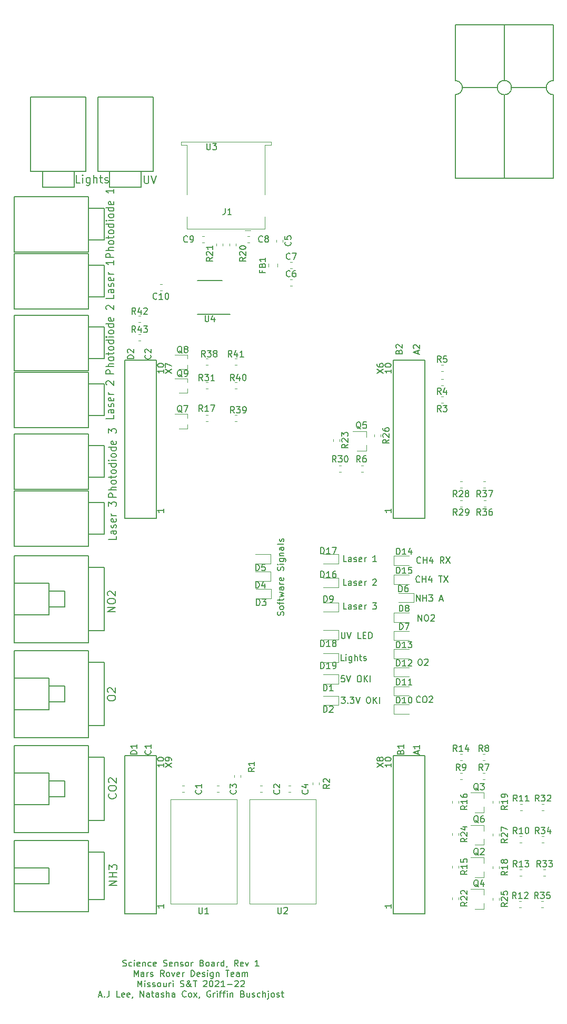
<source format=gbr>
%TF.GenerationSoftware,KiCad,Pcbnew,(5.1.6)-1*%
%TF.CreationDate,2021-12-02T00:23:03-06:00*%
%TF.ProjectId,SRA_Sensor_Board(connector_on_board),5352415f-5365-46e7-936f-725f426f6172,rev?*%
%TF.SameCoordinates,Original*%
%TF.FileFunction,Legend,Top*%
%TF.FilePolarity,Positive*%
%FSLAX46Y46*%
G04 Gerber Fmt 4.6, Leading zero omitted, Abs format (unit mm)*
G04 Created by KiCad (PCBNEW (5.1.6)-1) date 2021-12-02 00:23:03*
%MOMM*%
%LPD*%
G01*
G04 APERTURE LIST*
%ADD10C,0.150000*%
%ADD11C,0.120000*%
G04 APERTURE END LIST*
D10*
X40071523Y-73796071D02*
X38801523Y-73796071D01*
X38801523Y-73360642D01*
X38862000Y-73251785D01*
X38922476Y-73197357D01*
X39043428Y-73142928D01*
X39224857Y-73142928D01*
X39345809Y-73197357D01*
X39406285Y-73251785D01*
X39466761Y-73360642D01*
X39466761Y-73796071D01*
X40071523Y-72653071D02*
X38801523Y-72653071D01*
X40071523Y-72163214D02*
X39406285Y-72163214D01*
X39285333Y-72217642D01*
X39224857Y-72326500D01*
X39224857Y-72489785D01*
X39285333Y-72598642D01*
X39345809Y-72653071D01*
X40071523Y-71455642D02*
X40011047Y-71564500D01*
X39950571Y-71618928D01*
X39829619Y-71673357D01*
X39466761Y-71673357D01*
X39345809Y-71618928D01*
X39285333Y-71564500D01*
X39224857Y-71455642D01*
X39224857Y-71292357D01*
X39285333Y-71183500D01*
X39345809Y-71129071D01*
X39466761Y-71074642D01*
X39829619Y-71074642D01*
X39950571Y-71129071D01*
X40011047Y-71183500D01*
X40071523Y-71292357D01*
X40071523Y-71455642D01*
X39224857Y-70748071D02*
X39224857Y-70312642D01*
X38801523Y-70584785D02*
X39890095Y-70584785D01*
X40011047Y-70530357D01*
X40071523Y-70421500D01*
X40071523Y-70312642D01*
X40071523Y-69768357D02*
X40011047Y-69877214D01*
X39950571Y-69931642D01*
X39829619Y-69986071D01*
X39466761Y-69986071D01*
X39345809Y-69931642D01*
X39285333Y-69877214D01*
X39224857Y-69768357D01*
X39224857Y-69605071D01*
X39285333Y-69496214D01*
X39345809Y-69441785D01*
X39466761Y-69387357D01*
X39829619Y-69387357D01*
X39950571Y-69441785D01*
X40011047Y-69496214D01*
X40071523Y-69605071D01*
X40071523Y-69768357D01*
X40071523Y-68407642D02*
X38801523Y-68407642D01*
X40011047Y-68407642D02*
X40071523Y-68516500D01*
X40071523Y-68734214D01*
X40011047Y-68843071D01*
X39950571Y-68897500D01*
X39829619Y-68951928D01*
X39466761Y-68951928D01*
X39345809Y-68897500D01*
X39285333Y-68843071D01*
X39224857Y-68734214D01*
X39224857Y-68516500D01*
X39285333Y-68407642D01*
X40071523Y-67863357D02*
X39224857Y-67863357D01*
X38801523Y-67863357D02*
X38862000Y-67917785D01*
X38922476Y-67863357D01*
X38862000Y-67808928D01*
X38801523Y-67863357D01*
X38922476Y-67863357D01*
X40071523Y-67155785D02*
X40011047Y-67264642D01*
X39950571Y-67319071D01*
X39829619Y-67373500D01*
X39466761Y-67373500D01*
X39345809Y-67319071D01*
X39285333Y-67264642D01*
X39224857Y-67155785D01*
X39224857Y-66992500D01*
X39285333Y-66883642D01*
X39345809Y-66829214D01*
X39466761Y-66774785D01*
X39829619Y-66774785D01*
X39950571Y-66829214D01*
X40011047Y-66883642D01*
X40071523Y-66992500D01*
X40071523Y-67155785D01*
X40071523Y-65795071D02*
X38801523Y-65795071D01*
X40011047Y-65795071D02*
X40071523Y-65903928D01*
X40071523Y-66121642D01*
X40011047Y-66230500D01*
X39950571Y-66284928D01*
X39829619Y-66339357D01*
X39466761Y-66339357D01*
X39345809Y-66284928D01*
X39285333Y-66230500D01*
X39224857Y-66121642D01*
X39224857Y-65903928D01*
X39285333Y-65795071D01*
X40011047Y-64815357D02*
X40071523Y-64924214D01*
X40071523Y-65141928D01*
X40011047Y-65250785D01*
X39890095Y-65305214D01*
X39406285Y-65305214D01*
X39285333Y-65250785D01*
X39224857Y-65141928D01*
X39224857Y-64924214D01*
X39285333Y-64815357D01*
X39406285Y-64760928D01*
X39527238Y-64760928D01*
X39648190Y-65305214D01*
X38801523Y-63509071D02*
X38801523Y-62801500D01*
X39285333Y-63182500D01*
X39285333Y-63019214D01*
X39345809Y-62910357D01*
X39406285Y-62855928D01*
X39527238Y-62801500D01*
X39829619Y-62801500D01*
X39950571Y-62855928D01*
X40011047Y-62910357D01*
X40071523Y-63019214D01*
X40071523Y-63345785D01*
X40011047Y-63454642D01*
X39950571Y-63509071D01*
X39690523Y-53984071D02*
X38420523Y-53984071D01*
X38420523Y-53548642D01*
X38481000Y-53439785D01*
X38541476Y-53385357D01*
X38662428Y-53330928D01*
X38843857Y-53330928D01*
X38964809Y-53385357D01*
X39025285Y-53439785D01*
X39085761Y-53548642D01*
X39085761Y-53984071D01*
X39690523Y-52841071D02*
X38420523Y-52841071D01*
X39690523Y-52351214D02*
X39025285Y-52351214D01*
X38904333Y-52405642D01*
X38843857Y-52514500D01*
X38843857Y-52677785D01*
X38904333Y-52786642D01*
X38964809Y-52841071D01*
X39690523Y-51643642D02*
X39630047Y-51752500D01*
X39569571Y-51806928D01*
X39448619Y-51861357D01*
X39085761Y-51861357D01*
X38964809Y-51806928D01*
X38904333Y-51752500D01*
X38843857Y-51643642D01*
X38843857Y-51480357D01*
X38904333Y-51371500D01*
X38964809Y-51317071D01*
X39085761Y-51262642D01*
X39448619Y-51262642D01*
X39569571Y-51317071D01*
X39630047Y-51371500D01*
X39690523Y-51480357D01*
X39690523Y-51643642D01*
X38843857Y-50936071D02*
X38843857Y-50500642D01*
X38420523Y-50772785D02*
X39509095Y-50772785D01*
X39630047Y-50718357D01*
X39690523Y-50609500D01*
X39690523Y-50500642D01*
X39690523Y-49956357D02*
X39630047Y-50065214D01*
X39569571Y-50119642D01*
X39448619Y-50174071D01*
X39085761Y-50174071D01*
X38964809Y-50119642D01*
X38904333Y-50065214D01*
X38843857Y-49956357D01*
X38843857Y-49793071D01*
X38904333Y-49684214D01*
X38964809Y-49629785D01*
X39085761Y-49575357D01*
X39448619Y-49575357D01*
X39569571Y-49629785D01*
X39630047Y-49684214D01*
X39690523Y-49793071D01*
X39690523Y-49956357D01*
X39690523Y-48595642D02*
X38420523Y-48595642D01*
X39630047Y-48595642D02*
X39690523Y-48704500D01*
X39690523Y-48922214D01*
X39630047Y-49031071D01*
X39569571Y-49085500D01*
X39448619Y-49139928D01*
X39085761Y-49139928D01*
X38964809Y-49085500D01*
X38904333Y-49031071D01*
X38843857Y-48922214D01*
X38843857Y-48704500D01*
X38904333Y-48595642D01*
X39690523Y-48051357D02*
X38843857Y-48051357D01*
X38420523Y-48051357D02*
X38481000Y-48105785D01*
X38541476Y-48051357D01*
X38481000Y-47996928D01*
X38420523Y-48051357D01*
X38541476Y-48051357D01*
X39690523Y-47343785D02*
X39630047Y-47452642D01*
X39569571Y-47507071D01*
X39448619Y-47561500D01*
X39085761Y-47561500D01*
X38964809Y-47507071D01*
X38904333Y-47452642D01*
X38843857Y-47343785D01*
X38843857Y-47180500D01*
X38904333Y-47071642D01*
X38964809Y-47017214D01*
X39085761Y-46962785D01*
X39448619Y-46962785D01*
X39569571Y-47017214D01*
X39630047Y-47071642D01*
X39690523Y-47180500D01*
X39690523Y-47343785D01*
X39690523Y-45983071D02*
X38420523Y-45983071D01*
X39630047Y-45983071D02*
X39690523Y-46091928D01*
X39690523Y-46309642D01*
X39630047Y-46418500D01*
X39569571Y-46472928D01*
X39448619Y-46527357D01*
X39085761Y-46527357D01*
X38964809Y-46472928D01*
X38904333Y-46418500D01*
X38843857Y-46309642D01*
X38843857Y-46091928D01*
X38904333Y-45983071D01*
X39630047Y-45003357D02*
X39690523Y-45112214D01*
X39690523Y-45329928D01*
X39630047Y-45438785D01*
X39509095Y-45493214D01*
X39025285Y-45493214D01*
X38904333Y-45438785D01*
X38843857Y-45329928D01*
X38843857Y-45112214D01*
X38904333Y-45003357D01*
X39025285Y-44948928D01*
X39146238Y-44948928D01*
X39267190Y-45493214D01*
X38541476Y-43642642D02*
X38481000Y-43588214D01*
X38420523Y-43479357D01*
X38420523Y-43207214D01*
X38481000Y-43098357D01*
X38541476Y-43043928D01*
X38662428Y-42989500D01*
X38783380Y-42989500D01*
X38964809Y-43043928D01*
X39690523Y-43697071D01*
X39690523Y-42989500D01*
X39690523Y-35315071D02*
X38420523Y-35315071D01*
X38420523Y-34879642D01*
X38481000Y-34770785D01*
X38541476Y-34716357D01*
X38662428Y-34661928D01*
X38843857Y-34661928D01*
X38964809Y-34716357D01*
X39025285Y-34770785D01*
X39085761Y-34879642D01*
X39085761Y-35315071D01*
X39690523Y-34172071D02*
X38420523Y-34172071D01*
X39690523Y-33682214D02*
X39025285Y-33682214D01*
X38904333Y-33736642D01*
X38843857Y-33845500D01*
X38843857Y-34008785D01*
X38904333Y-34117642D01*
X38964809Y-34172071D01*
X39690523Y-32974642D02*
X39630047Y-33083500D01*
X39569571Y-33137928D01*
X39448619Y-33192357D01*
X39085761Y-33192357D01*
X38964809Y-33137928D01*
X38904333Y-33083500D01*
X38843857Y-32974642D01*
X38843857Y-32811357D01*
X38904333Y-32702500D01*
X38964809Y-32648071D01*
X39085761Y-32593642D01*
X39448619Y-32593642D01*
X39569571Y-32648071D01*
X39630047Y-32702500D01*
X39690523Y-32811357D01*
X39690523Y-32974642D01*
X38843857Y-32267071D02*
X38843857Y-31831642D01*
X38420523Y-32103785D02*
X39509095Y-32103785D01*
X39630047Y-32049357D01*
X39690523Y-31940500D01*
X39690523Y-31831642D01*
X39690523Y-31287357D02*
X39630047Y-31396214D01*
X39569571Y-31450642D01*
X39448619Y-31505071D01*
X39085761Y-31505071D01*
X38964809Y-31450642D01*
X38904333Y-31396214D01*
X38843857Y-31287357D01*
X38843857Y-31124071D01*
X38904333Y-31015214D01*
X38964809Y-30960785D01*
X39085761Y-30906357D01*
X39448619Y-30906357D01*
X39569571Y-30960785D01*
X39630047Y-31015214D01*
X39690523Y-31124071D01*
X39690523Y-31287357D01*
X39690523Y-29926642D02*
X38420523Y-29926642D01*
X39630047Y-29926642D02*
X39690523Y-30035500D01*
X39690523Y-30253214D01*
X39630047Y-30362071D01*
X39569571Y-30416500D01*
X39448619Y-30470928D01*
X39085761Y-30470928D01*
X38964809Y-30416500D01*
X38904333Y-30362071D01*
X38843857Y-30253214D01*
X38843857Y-30035500D01*
X38904333Y-29926642D01*
X39690523Y-29382357D02*
X38843857Y-29382357D01*
X38420523Y-29382357D02*
X38481000Y-29436785D01*
X38541476Y-29382357D01*
X38481000Y-29327928D01*
X38420523Y-29382357D01*
X38541476Y-29382357D01*
X39690523Y-28674785D02*
X39630047Y-28783642D01*
X39569571Y-28838071D01*
X39448619Y-28892500D01*
X39085761Y-28892500D01*
X38964809Y-28838071D01*
X38904333Y-28783642D01*
X38843857Y-28674785D01*
X38843857Y-28511500D01*
X38904333Y-28402642D01*
X38964809Y-28348214D01*
X39085761Y-28293785D01*
X39448619Y-28293785D01*
X39569571Y-28348214D01*
X39630047Y-28402642D01*
X39690523Y-28511500D01*
X39690523Y-28674785D01*
X39690523Y-27314071D02*
X38420523Y-27314071D01*
X39630047Y-27314071D02*
X39690523Y-27422928D01*
X39690523Y-27640642D01*
X39630047Y-27749500D01*
X39569571Y-27803928D01*
X39448619Y-27858357D01*
X39085761Y-27858357D01*
X38964809Y-27803928D01*
X38904333Y-27749500D01*
X38843857Y-27640642D01*
X38843857Y-27422928D01*
X38904333Y-27314071D01*
X39630047Y-26334357D02*
X39690523Y-26443214D01*
X39690523Y-26660928D01*
X39630047Y-26769785D01*
X39509095Y-26824214D01*
X39025285Y-26824214D01*
X38904333Y-26769785D01*
X38843857Y-26660928D01*
X38843857Y-26443214D01*
X38904333Y-26334357D01*
X39025285Y-26279928D01*
X39146238Y-26279928D01*
X39267190Y-26824214D01*
X39690523Y-24320500D02*
X39690523Y-24973642D01*
X39690523Y-24647071D02*
X38420523Y-24647071D01*
X38601952Y-24755928D01*
X38722904Y-24864785D01*
X38783380Y-24973642D01*
X41141428Y-149059761D02*
X41284285Y-149107380D01*
X41522380Y-149107380D01*
X41617619Y-149059761D01*
X41665238Y-149012142D01*
X41712857Y-148916904D01*
X41712857Y-148821666D01*
X41665238Y-148726428D01*
X41617619Y-148678809D01*
X41522380Y-148631190D01*
X41331904Y-148583571D01*
X41236666Y-148535952D01*
X41189047Y-148488333D01*
X41141428Y-148393095D01*
X41141428Y-148297857D01*
X41189047Y-148202619D01*
X41236666Y-148155000D01*
X41331904Y-148107380D01*
X41570000Y-148107380D01*
X41712857Y-148155000D01*
X42570000Y-149059761D02*
X42474761Y-149107380D01*
X42284285Y-149107380D01*
X42189047Y-149059761D01*
X42141428Y-149012142D01*
X42093809Y-148916904D01*
X42093809Y-148631190D01*
X42141428Y-148535952D01*
X42189047Y-148488333D01*
X42284285Y-148440714D01*
X42474761Y-148440714D01*
X42570000Y-148488333D01*
X42998571Y-149107380D02*
X42998571Y-148440714D01*
X42998571Y-148107380D02*
X42950952Y-148155000D01*
X42998571Y-148202619D01*
X43046190Y-148155000D01*
X42998571Y-148107380D01*
X42998571Y-148202619D01*
X43855714Y-149059761D02*
X43760476Y-149107380D01*
X43570000Y-149107380D01*
X43474761Y-149059761D01*
X43427142Y-148964523D01*
X43427142Y-148583571D01*
X43474761Y-148488333D01*
X43570000Y-148440714D01*
X43760476Y-148440714D01*
X43855714Y-148488333D01*
X43903333Y-148583571D01*
X43903333Y-148678809D01*
X43427142Y-148774047D01*
X44331904Y-148440714D02*
X44331904Y-149107380D01*
X44331904Y-148535952D02*
X44379523Y-148488333D01*
X44474761Y-148440714D01*
X44617619Y-148440714D01*
X44712857Y-148488333D01*
X44760476Y-148583571D01*
X44760476Y-149107380D01*
X45665238Y-149059761D02*
X45570000Y-149107380D01*
X45379523Y-149107380D01*
X45284285Y-149059761D01*
X45236666Y-149012142D01*
X45189047Y-148916904D01*
X45189047Y-148631190D01*
X45236666Y-148535952D01*
X45284285Y-148488333D01*
X45379523Y-148440714D01*
X45570000Y-148440714D01*
X45665238Y-148488333D01*
X46474761Y-149059761D02*
X46379523Y-149107380D01*
X46189047Y-149107380D01*
X46093809Y-149059761D01*
X46046190Y-148964523D01*
X46046190Y-148583571D01*
X46093809Y-148488333D01*
X46189047Y-148440714D01*
X46379523Y-148440714D01*
X46474761Y-148488333D01*
X46522380Y-148583571D01*
X46522380Y-148678809D01*
X46046190Y-148774047D01*
X47665238Y-149059761D02*
X47808095Y-149107380D01*
X48046190Y-149107380D01*
X48141428Y-149059761D01*
X48189047Y-149012142D01*
X48236666Y-148916904D01*
X48236666Y-148821666D01*
X48189047Y-148726428D01*
X48141428Y-148678809D01*
X48046190Y-148631190D01*
X47855714Y-148583571D01*
X47760476Y-148535952D01*
X47712857Y-148488333D01*
X47665238Y-148393095D01*
X47665238Y-148297857D01*
X47712857Y-148202619D01*
X47760476Y-148155000D01*
X47855714Y-148107380D01*
X48093809Y-148107380D01*
X48236666Y-148155000D01*
X49046190Y-149059761D02*
X48950952Y-149107380D01*
X48760476Y-149107380D01*
X48665238Y-149059761D01*
X48617619Y-148964523D01*
X48617619Y-148583571D01*
X48665238Y-148488333D01*
X48760476Y-148440714D01*
X48950952Y-148440714D01*
X49046190Y-148488333D01*
X49093809Y-148583571D01*
X49093809Y-148678809D01*
X48617619Y-148774047D01*
X49522380Y-148440714D02*
X49522380Y-149107380D01*
X49522380Y-148535952D02*
X49570000Y-148488333D01*
X49665238Y-148440714D01*
X49808095Y-148440714D01*
X49903333Y-148488333D01*
X49950952Y-148583571D01*
X49950952Y-149107380D01*
X50379523Y-149059761D02*
X50474761Y-149107380D01*
X50665238Y-149107380D01*
X50760476Y-149059761D01*
X50808095Y-148964523D01*
X50808095Y-148916904D01*
X50760476Y-148821666D01*
X50665238Y-148774047D01*
X50522380Y-148774047D01*
X50427142Y-148726428D01*
X50379523Y-148631190D01*
X50379523Y-148583571D01*
X50427142Y-148488333D01*
X50522380Y-148440714D01*
X50665238Y-148440714D01*
X50760476Y-148488333D01*
X51379523Y-149107380D02*
X51284285Y-149059761D01*
X51236666Y-149012142D01*
X51189047Y-148916904D01*
X51189047Y-148631190D01*
X51236666Y-148535952D01*
X51284285Y-148488333D01*
X51379523Y-148440714D01*
X51522380Y-148440714D01*
X51617619Y-148488333D01*
X51665238Y-148535952D01*
X51712857Y-148631190D01*
X51712857Y-148916904D01*
X51665238Y-149012142D01*
X51617619Y-149059761D01*
X51522380Y-149107380D01*
X51379523Y-149107380D01*
X52141428Y-149107380D02*
X52141428Y-148440714D01*
X52141428Y-148631190D02*
X52189047Y-148535952D01*
X52236666Y-148488333D01*
X52331904Y-148440714D01*
X52427142Y-148440714D01*
X53855714Y-148583571D02*
X53998571Y-148631190D01*
X54046190Y-148678809D01*
X54093809Y-148774047D01*
X54093809Y-148916904D01*
X54046190Y-149012142D01*
X53998571Y-149059761D01*
X53903333Y-149107380D01*
X53522380Y-149107380D01*
X53522380Y-148107380D01*
X53855714Y-148107380D01*
X53950952Y-148155000D01*
X53998571Y-148202619D01*
X54046190Y-148297857D01*
X54046190Y-148393095D01*
X53998571Y-148488333D01*
X53950952Y-148535952D01*
X53855714Y-148583571D01*
X53522380Y-148583571D01*
X54665238Y-149107380D02*
X54570000Y-149059761D01*
X54522380Y-149012142D01*
X54474761Y-148916904D01*
X54474761Y-148631190D01*
X54522380Y-148535952D01*
X54570000Y-148488333D01*
X54665238Y-148440714D01*
X54808095Y-148440714D01*
X54903333Y-148488333D01*
X54950952Y-148535952D01*
X54998571Y-148631190D01*
X54998571Y-148916904D01*
X54950952Y-149012142D01*
X54903333Y-149059761D01*
X54808095Y-149107380D01*
X54665238Y-149107380D01*
X55855714Y-149107380D02*
X55855714Y-148583571D01*
X55808095Y-148488333D01*
X55712857Y-148440714D01*
X55522380Y-148440714D01*
X55427142Y-148488333D01*
X55855714Y-149059761D02*
X55760476Y-149107380D01*
X55522380Y-149107380D01*
X55427142Y-149059761D01*
X55379523Y-148964523D01*
X55379523Y-148869285D01*
X55427142Y-148774047D01*
X55522380Y-148726428D01*
X55760476Y-148726428D01*
X55855714Y-148678809D01*
X56331904Y-149107380D02*
X56331904Y-148440714D01*
X56331904Y-148631190D02*
X56379523Y-148535952D01*
X56427142Y-148488333D01*
X56522380Y-148440714D01*
X56617619Y-148440714D01*
X57379523Y-149107380D02*
X57379523Y-148107380D01*
X57379523Y-149059761D02*
X57284285Y-149107380D01*
X57093809Y-149107380D01*
X56998571Y-149059761D01*
X56950952Y-149012142D01*
X56903333Y-148916904D01*
X56903333Y-148631190D01*
X56950952Y-148535952D01*
X56998571Y-148488333D01*
X57093809Y-148440714D01*
X57284285Y-148440714D01*
X57379523Y-148488333D01*
X57903333Y-149059761D02*
X57903333Y-149107380D01*
X57855714Y-149202619D01*
X57808095Y-149250238D01*
X59665238Y-149107380D02*
X59331904Y-148631190D01*
X59093809Y-149107380D02*
X59093809Y-148107380D01*
X59474761Y-148107380D01*
X59570000Y-148155000D01*
X59617619Y-148202619D01*
X59665238Y-148297857D01*
X59665238Y-148440714D01*
X59617619Y-148535952D01*
X59570000Y-148583571D01*
X59474761Y-148631190D01*
X59093809Y-148631190D01*
X60474761Y-149059761D02*
X60379523Y-149107380D01*
X60189047Y-149107380D01*
X60093809Y-149059761D01*
X60046190Y-148964523D01*
X60046190Y-148583571D01*
X60093809Y-148488333D01*
X60189047Y-148440714D01*
X60379523Y-148440714D01*
X60474761Y-148488333D01*
X60522380Y-148583571D01*
X60522380Y-148678809D01*
X60046190Y-148774047D01*
X60855714Y-148440714D02*
X61093809Y-149107380D01*
X61331904Y-148440714D01*
X62998571Y-149107380D02*
X62427142Y-149107380D01*
X62712857Y-149107380D02*
X62712857Y-148107380D01*
X62617619Y-148250238D01*
X62522380Y-148345476D01*
X62427142Y-148393095D01*
X42950952Y-150757380D02*
X42950952Y-149757380D01*
X43284285Y-150471666D01*
X43617619Y-149757380D01*
X43617619Y-150757380D01*
X44522380Y-150757380D02*
X44522380Y-150233571D01*
X44474761Y-150138333D01*
X44379523Y-150090714D01*
X44189047Y-150090714D01*
X44093809Y-150138333D01*
X44522380Y-150709761D02*
X44427142Y-150757380D01*
X44189047Y-150757380D01*
X44093809Y-150709761D01*
X44046190Y-150614523D01*
X44046190Y-150519285D01*
X44093809Y-150424047D01*
X44189047Y-150376428D01*
X44427142Y-150376428D01*
X44522380Y-150328809D01*
X44998571Y-150757380D02*
X44998571Y-150090714D01*
X44998571Y-150281190D02*
X45046190Y-150185952D01*
X45093809Y-150138333D01*
X45189047Y-150090714D01*
X45284285Y-150090714D01*
X45570000Y-150709761D02*
X45665238Y-150757380D01*
X45855714Y-150757380D01*
X45950952Y-150709761D01*
X45998571Y-150614523D01*
X45998571Y-150566904D01*
X45950952Y-150471666D01*
X45855714Y-150424047D01*
X45712857Y-150424047D01*
X45617619Y-150376428D01*
X45570000Y-150281190D01*
X45570000Y-150233571D01*
X45617619Y-150138333D01*
X45712857Y-150090714D01*
X45855714Y-150090714D01*
X45950952Y-150138333D01*
X47760476Y-150757380D02*
X47427142Y-150281190D01*
X47189047Y-150757380D02*
X47189047Y-149757380D01*
X47570000Y-149757380D01*
X47665238Y-149805000D01*
X47712857Y-149852619D01*
X47760476Y-149947857D01*
X47760476Y-150090714D01*
X47712857Y-150185952D01*
X47665238Y-150233571D01*
X47570000Y-150281190D01*
X47189047Y-150281190D01*
X48331904Y-150757380D02*
X48236666Y-150709761D01*
X48189047Y-150662142D01*
X48141428Y-150566904D01*
X48141428Y-150281190D01*
X48189047Y-150185952D01*
X48236666Y-150138333D01*
X48331904Y-150090714D01*
X48474761Y-150090714D01*
X48570000Y-150138333D01*
X48617619Y-150185952D01*
X48665238Y-150281190D01*
X48665238Y-150566904D01*
X48617619Y-150662142D01*
X48570000Y-150709761D01*
X48474761Y-150757380D01*
X48331904Y-150757380D01*
X48998571Y-150090714D02*
X49236666Y-150757380D01*
X49474761Y-150090714D01*
X50236666Y-150709761D02*
X50141428Y-150757380D01*
X49950952Y-150757380D01*
X49855714Y-150709761D01*
X49808095Y-150614523D01*
X49808095Y-150233571D01*
X49855714Y-150138333D01*
X49950952Y-150090714D01*
X50141428Y-150090714D01*
X50236666Y-150138333D01*
X50284285Y-150233571D01*
X50284285Y-150328809D01*
X49808095Y-150424047D01*
X50712857Y-150757380D02*
X50712857Y-150090714D01*
X50712857Y-150281190D02*
X50760476Y-150185952D01*
X50808095Y-150138333D01*
X50903333Y-150090714D01*
X50998571Y-150090714D01*
X52093809Y-150757380D02*
X52093809Y-149757380D01*
X52331904Y-149757380D01*
X52474761Y-149805000D01*
X52570000Y-149900238D01*
X52617619Y-149995476D01*
X52665238Y-150185952D01*
X52665238Y-150328809D01*
X52617619Y-150519285D01*
X52570000Y-150614523D01*
X52474761Y-150709761D01*
X52331904Y-150757380D01*
X52093809Y-150757380D01*
X53474761Y-150709761D02*
X53379523Y-150757380D01*
X53189047Y-150757380D01*
X53093809Y-150709761D01*
X53046190Y-150614523D01*
X53046190Y-150233571D01*
X53093809Y-150138333D01*
X53189047Y-150090714D01*
X53379523Y-150090714D01*
X53474761Y-150138333D01*
X53522380Y-150233571D01*
X53522380Y-150328809D01*
X53046190Y-150424047D01*
X53903333Y-150709761D02*
X53998571Y-150757380D01*
X54189047Y-150757380D01*
X54284285Y-150709761D01*
X54331904Y-150614523D01*
X54331904Y-150566904D01*
X54284285Y-150471666D01*
X54189047Y-150424047D01*
X54046190Y-150424047D01*
X53950952Y-150376428D01*
X53903333Y-150281190D01*
X53903333Y-150233571D01*
X53950952Y-150138333D01*
X54046190Y-150090714D01*
X54189047Y-150090714D01*
X54284285Y-150138333D01*
X54760476Y-150757380D02*
X54760476Y-150090714D01*
X54760476Y-149757380D02*
X54712857Y-149805000D01*
X54760476Y-149852619D01*
X54808095Y-149805000D01*
X54760476Y-149757380D01*
X54760476Y-149852619D01*
X55665238Y-150090714D02*
X55665238Y-150900238D01*
X55617619Y-150995476D01*
X55570000Y-151043095D01*
X55474761Y-151090714D01*
X55331904Y-151090714D01*
X55236666Y-151043095D01*
X55665238Y-150709761D02*
X55570000Y-150757380D01*
X55379523Y-150757380D01*
X55284285Y-150709761D01*
X55236666Y-150662142D01*
X55189047Y-150566904D01*
X55189047Y-150281190D01*
X55236666Y-150185952D01*
X55284285Y-150138333D01*
X55379523Y-150090714D01*
X55570000Y-150090714D01*
X55665238Y-150138333D01*
X56141428Y-150090714D02*
X56141428Y-150757380D01*
X56141428Y-150185952D02*
X56189047Y-150138333D01*
X56284285Y-150090714D01*
X56427142Y-150090714D01*
X56522380Y-150138333D01*
X56570000Y-150233571D01*
X56570000Y-150757380D01*
X57665238Y-149757380D02*
X58236666Y-149757380D01*
X57950952Y-150757380D02*
X57950952Y-149757380D01*
X58950952Y-150709761D02*
X58855714Y-150757380D01*
X58665238Y-150757380D01*
X58570000Y-150709761D01*
X58522380Y-150614523D01*
X58522380Y-150233571D01*
X58570000Y-150138333D01*
X58665238Y-150090714D01*
X58855714Y-150090714D01*
X58950952Y-150138333D01*
X58998571Y-150233571D01*
X58998571Y-150328809D01*
X58522380Y-150424047D01*
X59855714Y-150757380D02*
X59855714Y-150233571D01*
X59808095Y-150138333D01*
X59712857Y-150090714D01*
X59522380Y-150090714D01*
X59427142Y-150138333D01*
X59855714Y-150709761D02*
X59760476Y-150757380D01*
X59522380Y-150757380D01*
X59427142Y-150709761D01*
X59379523Y-150614523D01*
X59379523Y-150519285D01*
X59427142Y-150424047D01*
X59522380Y-150376428D01*
X59760476Y-150376428D01*
X59855714Y-150328809D01*
X60331904Y-150757380D02*
X60331904Y-150090714D01*
X60331904Y-150185952D02*
X60379523Y-150138333D01*
X60474761Y-150090714D01*
X60617619Y-150090714D01*
X60712857Y-150138333D01*
X60760476Y-150233571D01*
X60760476Y-150757380D01*
X60760476Y-150233571D02*
X60808095Y-150138333D01*
X60903333Y-150090714D01*
X61046190Y-150090714D01*
X61141428Y-150138333D01*
X61189047Y-150233571D01*
X61189047Y-150757380D01*
X43522380Y-152407380D02*
X43522380Y-151407380D01*
X43855714Y-152121666D01*
X44189047Y-151407380D01*
X44189047Y-152407380D01*
X44665238Y-152407380D02*
X44665238Y-151740714D01*
X44665238Y-151407380D02*
X44617619Y-151455000D01*
X44665238Y-151502619D01*
X44712857Y-151455000D01*
X44665238Y-151407380D01*
X44665238Y-151502619D01*
X45093809Y-152359761D02*
X45189047Y-152407380D01*
X45379523Y-152407380D01*
X45474761Y-152359761D01*
X45522380Y-152264523D01*
X45522380Y-152216904D01*
X45474761Y-152121666D01*
X45379523Y-152074047D01*
X45236666Y-152074047D01*
X45141428Y-152026428D01*
X45093809Y-151931190D01*
X45093809Y-151883571D01*
X45141428Y-151788333D01*
X45236666Y-151740714D01*
X45379523Y-151740714D01*
X45474761Y-151788333D01*
X45903333Y-152359761D02*
X45998571Y-152407380D01*
X46189047Y-152407380D01*
X46284285Y-152359761D01*
X46331904Y-152264523D01*
X46331904Y-152216904D01*
X46284285Y-152121666D01*
X46189047Y-152074047D01*
X46046190Y-152074047D01*
X45950952Y-152026428D01*
X45903333Y-151931190D01*
X45903333Y-151883571D01*
X45950952Y-151788333D01*
X46046190Y-151740714D01*
X46189047Y-151740714D01*
X46284285Y-151788333D01*
X46903333Y-152407380D02*
X46808095Y-152359761D01*
X46760476Y-152312142D01*
X46712857Y-152216904D01*
X46712857Y-151931190D01*
X46760476Y-151835952D01*
X46808095Y-151788333D01*
X46903333Y-151740714D01*
X47046190Y-151740714D01*
X47141428Y-151788333D01*
X47189047Y-151835952D01*
X47236666Y-151931190D01*
X47236666Y-152216904D01*
X47189047Y-152312142D01*
X47141428Y-152359761D01*
X47046190Y-152407380D01*
X46903333Y-152407380D01*
X48093809Y-151740714D02*
X48093809Y-152407380D01*
X47665238Y-151740714D02*
X47665238Y-152264523D01*
X47712857Y-152359761D01*
X47808095Y-152407380D01*
X47950952Y-152407380D01*
X48046190Y-152359761D01*
X48093809Y-152312142D01*
X48570000Y-152407380D02*
X48570000Y-151740714D01*
X48570000Y-151931190D02*
X48617619Y-151835952D01*
X48665238Y-151788333D01*
X48760476Y-151740714D01*
X48855714Y-151740714D01*
X49189047Y-152407380D02*
X49189047Y-151740714D01*
X49189047Y-151407380D02*
X49141428Y-151455000D01*
X49189047Y-151502619D01*
X49236666Y-151455000D01*
X49189047Y-151407380D01*
X49189047Y-151502619D01*
X50379523Y-152359761D02*
X50522380Y-152407380D01*
X50760476Y-152407380D01*
X50855714Y-152359761D01*
X50903333Y-152312142D01*
X50950952Y-152216904D01*
X50950952Y-152121666D01*
X50903333Y-152026428D01*
X50855714Y-151978809D01*
X50760476Y-151931190D01*
X50570000Y-151883571D01*
X50474761Y-151835952D01*
X50427142Y-151788333D01*
X50379523Y-151693095D01*
X50379523Y-151597857D01*
X50427142Y-151502619D01*
X50474761Y-151455000D01*
X50570000Y-151407380D01*
X50808095Y-151407380D01*
X50950952Y-151455000D01*
X52189047Y-152407380D02*
X52141428Y-152407380D01*
X52046190Y-152359761D01*
X51903333Y-152216904D01*
X51665238Y-151931190D01*
X51570000Y-151788333D01*
X51522380Y-151645476D01*
X51522380Y-151550238D01*
X51570000Y-151455000D01*
X51665238Y-151407380D01*
X51712857Y-151407380D01*
X51808095Y-151455000D01*
X51855714Y-151550238D01*
X51855714Y-151597857D01*
X51808095Y-151693095D01*
X51760476Y-151740714D01*
X51474761Y-151931190D01*
X51427142Y-151978809D01*
X51379523Y-152074047D01*
X51379523Y-152216904D01*
X51427142Y-152312142D01*
X51474761Y-152359761D01*
X51570000Y-152407380D01*
X51712857Y-152407380D01*
X51808095Y-152359761D01*
X51855714Y-152312142D01*
X51998571Y-152121666D01*
X52046190Y-151978809D01*
X52046190Y-151883571D01*
X52474761Y-151407380D02*
X53046190Y-151407380D01*
X52760476Y-152407380D02*
X52760476Y-151407380D01*
X54093809Y-151502619D02*
X54141428Y-151455000D01*
X54236666Y-151407380D01*
X54474761Y-151407380D01*
X54570000Y-151455000D01*
X54617619Y-151502619D01*
X54665238Y-151597857D01*
X54665238Y-151693095D01*
X54617619Y-151835952D01*
X54046190Y-152407380D01*
X54665238Y-152407380D01*
X55284285Y-151407380D02*
X55379523Y-151407380D01*
X55474761Y-151455000D01*
X55522380Y-151502619D01*
X55570000Y-151597857D01*
X55617619Y-151788333D01*
X55617619Y-152026428D01*
X55570000Y-152216904D01*
X55522380Y-152312142D01*
X55474761Y-152359761D01*
X55379523Y-152407380D01*
X55284285Y-152407380D01*
X55189047Y-152359761D01*
X55141428Y-152312142D01*
X55093809Y-152216904D01*
X55046190Y-152026428D01*
X55046190Y-151788333D01*
X55093809Y-151597857D01*
X55141428Y-151502619D01*
X55189047Y-151455000D01*
X55284285Y-151407380D01*
X55998571Y-151502619D02*
X56046190Y-151455000D01*
X56141428Y-151407380D01*
X56379523Y-151407380D01*
X56474761Y-151455000D01*
X56522380Y-151502619D01*
X56570000Y-151597857D01*
X56570000Y-151693095D01*
X56522380Y-151835952D01*
X55950952Y-152407380D01*
X56570000Y-152407380D01*
X57522380Y-152407380D02*
X56950952Y-152407380D01*
X57236666Y-152407380D02*
X57236666Y-151407380D01*
X57141428Y-151550238D01*
X57046190Y-151645476D01*
X56950952Y-151693095D01*
X57950952Y-152026428D02*
X58712857Y-152026428D01*
X59141428Y-151502619D02*
X59189047Y-151455000D01*
X59284285Y-151407380D01*
X59522380Y-151407380D01*
X59617619Y-151455000D01*
X59665238Y-151502619D01*
X59712857Y-151597857D01*
X59712857Y-151693095D01*
X59665238Y-151835952D01*
X59093809Y-152407380D01*
X59712857Y-152407380D01*
X60093809Y-151502619D02*
X60141428Y-151455000D01*
X60236666Y-151407380D01*
X60474761Y-151407380D01*
X60570000Y-151455000D01*
X60617619Y-151502619D01*
X60665238Y-151597857D01*
X60665238Y-151693095D01*
X60617619Y-151835952D01*
X60046190Y-152407380D01*
X60665238Y-152407380D01*
X37260476Y-153771666D02*
X37736666Y-153771666D01*
X37165238Y-154057380D02*
X37498571Y-153057380D01*
X37831904Y-154057380D01*
X38165238Y-153962142D02*
X38212857Y-154009761D01*
X38165238Y-154057380D01*
X38117619Y-154009761D01*
X38165238Y-153962142D01*
X38165238Y-154057380D01*
X38927142Y-153057380D02*
X38927142Y-153771666D01*
X38879523Y-153914523D01*
X38784285Y-154009761D01*
X38641428Y-154057380D01*
X38546190Y-154057380D01*
X40641428Y-154057380D02*
X40165238Y-154057380D01*
X40165238Y-153057380D01*
X41355714Y-154009761D02*
X41260476Y-154057380D01*
X41070000Y-154057380D01*
X40974761Y-154009761D01*
X40927142Y-153914523D01*
X40927142Y-153533571D01*
X40974761Y-153438333D01*
X41070000Y-153390714D01*
X41260476Y-153390714D01*
X41355714Y-153438333D01*
X41403333Y-153533571D01*
X41403333Y-153628809D01*
X40927142Y-153724047D01*
X42212857Y-154009761D02*
X42117619Y-154057380D01*
X41927142Y-154057380D01*
X41831904Y-154009761D01*
X41784285Y-153914523D01*
X41784285Y-153533571D01*
X41831904Y-153438333D01*
X41927142Y-153390714D01*
X42117619Y-153390714D01*
X42212857Y-153438333D01*
X42260476Y-153533571D01*
X42260476Y-153628809D01*
X41784285Y-153724047D01*
X42736666Y-154009761D02*
X42736666Y-154057380D01*
X42689047Y-154152619D01*
X42641428Y-154200238D01*
X43927142Y-154057380D02*
X43927142Y-153057380D01*
X44498571Y-154057380D01*
X44498571Y-153057380D01*
X45403333Y-154057380D02*
X45403333Y-153533571D01*
X45355714Y-153438333D01*
X45260476Y-153390714D01*
X45070000Y-153390714D01*
X44974761Y-153438333D01*
X45403333Y-154009761D02*
X45308095Y-154057380D01*
X45070000Y-154057380D01*
X44974761Y-154009761D01*
X44927142Y-153914523D01*
X44927142Y-153819285D01*
X44974761Y-153724047D01*
X45070000Y-153676428D01*
X45308095Y-153676428D01*
X45403333Y-153628809D01*
X45736666Y-153390714D02*
X46117619Y-153390714D01*
X45879523Y-153057380D02*
X45879523Y-153914523D01*
X45927142Y-154009761D01*
X46022380Y-154057380D01*
X46117619Y-154057380D01*
X46879523Y-154057380D02*
X46879523Y-153533571D01*
X46831904Y-153438333D01*
X46736666Y-153390714D01*
X46546190Y-153390714D01*
X46450952Y-153438333D01*
X46879523Y-154009761D02*
X46784285Y-154057380D01*
X46546190Y-154057380D01*
X46450952Y-154009761D01*
X46403333Y-153914523D01*
X46403333Y-153819285D01*
X46450952Y-153724047D01*
X46546190Y-153676428D01*
X46784285Y-153676428D01*
X46879523Y-153628809D01*
X47308095Y-154009761D02*
X47403333Y-154057380D01*
X47593809Y-154057380D01*
X47689047Y-154009761D01*
X47736666Y-153914523D01*
X47736666Y-153866904D01*
X47689047Y-153771666D01*
X47593809Y-153724047D01*
X47450952Y-153724047D01*
X47355714Y-153676428D01*
X47308095Y-153581190D01*
X47308095Y-153533571D01*
X47355714Y-153438333D01*
X47450952Y-153390714D01*
X47593809Y-153390714D01*
X47689047Y-153438333D01*
X48165238Y-154057380D02*
X48165238Y-153057380D01*
X48593809Y-154057380D02*
X48593809Y-153533571D01*
X48546190Y-153438333D01*
X48450952Y-153390714D01*
X48308095Y-153390714D01*
X48212857Y-153438333D01*
X48165238Y-153485952D01*
X49498571Y-154057380D02*
X49498571Y-153533571D01*
X49450952Y-153438333D01*
X49355714Y-153390714D01*
X49165238Y-153390714D01*
X49070000Y-153438333D01*
X49498571Y-154009761D02*
X49403333Y-154057380D01*
X49165238Y-154057380D01*
X49070000Y-154009761D01*
X49022380Y-153914523D01*
X49022380Y-153819285D01*
X49070000Y-153724047D01*
X49165238Y-153676428D01*
X49403333Y-153676428D01*
X49498571Y-153628809D01*
X51308095Y-153962142D02*
X51260476Y-154009761D01*
X51117619Y-154057380D01*
X51022380Y-154057380D01*
X50879523Y-154009761D01*
X50784285Y-153914523D01*
X50736666Y-153819285D01*
X50689047Y-153628809D01*
X50689047Y-153485952D01*
X50736666Y-153295476D01*
X50784285Y-153200238D01*
X50879523Y-153105000D01*
X51022380Y-153057380D01*
X51117619Y-153057380D01*
X51260476Y-153105000D01*
X51308095Y-153152619D01*
X51879523Y-154057380D02*
X51784285Y-154009761D01*
X51736666Y-153962142D01*
X51689047Y-153866904D01*
X51689047Y-153581190D01*
X51736666Y-153485952D01*
X51784285Y-153438333D01*
X51879523Y-153390714D01*
X52022380Y-153390714D01*
X52117619Y-153438333D01*
X52165238Y-153485952D01*
X52212857Y-153581190D01*
X52212857Y-153866904D01*
X52165238Y-153962142D01*
X52117619Y-154009761D01*
X52022380Y-154057380D01*
X51879523Y-154057380D01*
X52546190Y-154057380D02*
X53070000Y-153390714D01*
X52546190Y-153390714D02*
X53070000Y-154057380D01*
X53498571Y-154009761D02*
X53498571Y-154057380D01*
X53450952Y-154152619D01*
X53403333Y-154200238D01*
X55212857Y-153105000D02*
X55117619Y-153057380D01*
X54974761Y-153057380D01*
X54831904Y-153105000D01*
X54736666Y-153200238D01*
X54689047Y-153295476D01*
X54641428Y-153485952D01*
X54641428Y-153628809D01*
X54689047Y-153819285D01*
X54736666Y-153914523D01*
X54831904Y-154009761D01*
X54974761Y-154057380D01*
X55070000Y-154057380D01*
X55212857Y-154009761D01*
X55260476Y-153962142D01*
X55260476Y-153628809D01*
X55070000Y-153628809D01*
X55689047Y-154057380D02*
X55689047Y-153390714D01*
X55689047Y-153581190D02*
X55736666Y-153485952D01*
X55784285Y-153438333D01*
X55879523Y-153390714D01*
X55974761Y-153390714D01*
X56308095Y-154057380D02*
X56308095Y-153390714D01*
X56308095Y-153057380D02*
X56260476Y-153105000D01*
X56308095Y-153152619D01*
X56355714Y-153105000D01*
X56308095Y-153057380D01*
X56308095Y-153152619D01*
X56641428Y-153390714D02*
X57022380Y-153390714D01*
X56784285Y-154057380D02*
X56784285Y-153200238D01*
X56831904Y-153105000D01*
X56927142Y-153057380D01*
X57022380Y-153057380D01*
X57212857Y-153390714D02*
X57593809Y-153390714D01*
X57355714Y-154057380D02*
X57355714Y-153200238D01*
X57403333Y-153105000D01*
X57498571Y-153057380D01*
X57593809Y-153057380D01*
X57927142Y-154057380D02*
X57927142Y-153390714D01*
X57927142Y-153057380D02*
X57879523Y-153105000D01*
X57927142Y-153152619D01*
X57974761Y-153105000D01*
X57927142Y-153057380D01*
X57927142Y-153152619D01*
X58403333Y-153390714D02*
X58403333Y-154057380D01*
X58403333Y-153485952D02*
X58450952Y-153438333D01*
X58546190Y-153390714D01*
X58689047Y-153390714D01*
X58784285Y-153438333D01*
X58831904Y-153533571D01*
X58831904Y-154057380D01*
X60403333Y-153533571D02*
X60546190Y-153581190D01*
X60593809Y-153628809D01*
X60641428Y-153724047D01*
X60641428Y-153866904D01*
X60593809Y-153962142D01*
X60546190Y-154009761D01*
X60450952Y-154057380D01*
X60070000Y-154057380D01*
X60070000Y-153057380D01*
X60403333Y-153057380D01*
X60498571Y-153105000D01*
X60546190Y-153152619D01*
X60593809Y-153247857D01*
X60593809Y-153343095D01*
X60546190Y-153438333D01*
X60498571Y-153485952D01*
X60403333Y-153533571D01*
X60070000Y-153533571D01*
X61498571Y-153390714D02*
X61498571Y-154057380D01*
X61070000Y-153390714D02*
X61070000Y-153914523D01*
X61117619Y-154009761D01*
X61212857Y-154057380D01*
X61355714Y-154057380D01*
X61450952Y-154009761D01*
X61498571Y-153962142D01*
X61927142Y-154009761D02*
X62022380Y-154057380D01*
X62212857Y-154057380D01*
X62308095Y-154009761D01*
X62355714Y-153914523D01*
X62355714Y-153866904D01*
X62308095Y-153771666D01*
X62212857Y-153724047D01*
X62070000Y-153724047D01*
X61974761Y-153676428D01*
X61927142Y-153581190D01*
X61927142Y-153533571D01*
X61974761Y-153438333D01*
X62070000Y-153390714D01*
X62212857Y-153390714D01*
X62308095Y-153438333D01*
X63212857Y-154009761D02*
X63117619Y-154057380D01*
X62927142Y-154057380D01*
X62831904Y-154009761D01*
X62784285Y-153962142D01*
X62736666Y-153866904D01*
X62736666Y-153581190D01*
X62784285Y-153485952D01*
X62831904Y-153438333D01*
X62927142Y-153390714D01*
X63117619Y-153390714D01*
X63212857Y-153438333D01*
X63641428Y-154057380D02*
X63641428Y-153057380D01*
X64070000Y-154057380D02*
X64070000Y-153533571D01*
X64022380Y-153438333D01*
X63927142Y-153390714D01*
X63784285Y-153390714D01*
X63689047Y-153438333D01*
X63641428Y-153485952D01*
X64546190Y-153390714D02*
X64546190Y-154247857D01*
X64498571Y-154343095D01*
X64403333Y-154390714D01*
X64355714Y-154390714D01*
X64546190Y-153057380D02*
X64498571Y-153105000D01*
X64546190Y-153152619D01*
X64593809Y-153105000D01*
X64546190Y-153057380D01*
X64546190Y-153152619D01*
X65165238Y-154057380D02*
X65070000Y-154009761D01*
X65022380Y-153962142D01*
X64974761Y-153866904D01*
X64974761Y-153581190D01*
X65022380Y-153485952D01*
X65070000Y-153438333D01*
X65165238Y-153390714D01*
X65308095Y-153390714D01*
X65403333Y-153438333D01*
X65450952Y-153485952D01*
X65498571Y-153581190D01*
X65498571Y-153866904D01*
X65450952Y-153962142D01*
X65403333Y-154009761D01*
X65308095Y-154057380D01*
X65165238Y-154057380D01*
X65879523Y-154009761D02*
X65974761Y-154057380D01*
X66165238Y-154057380D01*
X66260476Y-154009761D01*
X66308095Y-153914523D01*
X66308095Y-153866904D01*
X66260476Y-153771666D01*
X66165238Y-153724047D01*
X66022380Y-153724047D01*
X65927142Y-153676428D01*
X65879523Y-153581190D01*
X65879523Y-153533571D01*
X65927142Y-153438333D01*
X66022380Y-153390714D01*
X66165238Y-153390714D01*
X66260476Y-153438333D01*
X66593809Y-153390714D02*
X66974761Y-153390714D01*
X66736666Y-153057380D02*
X66736666Y-153914523D01*
X66784285Y-154009761D01*
X66879523Y-154057380D01*
X66974761Y-154057380D01*
X66952761Y-92756857D02*
X67000380Y-92614000D01*
X67000380Y-92375904D01*
X66952761Y-92280666D01*
X66905142Y-92233047D01*
X66809904Y-92185428D01*
X66714666Y-92185428D01*
X66619428Y-92233047D01*
X66571809Y-92280666D01*
X66524190Y-92375904D01*
X66476571Y-92566380D01*
X66428952Y-92661619D01*
X66381333Y-92709238D01*
X66286095Y-92756857D01*
X66190857Y-92756857D01*
X66095619Y-92709238D01*
X66048000Y-92661619D01*
X66000380Y-92566380D01*
X66000380Y-92328285D01*
X66048000Y-92185428D01*
X67000380Y-91614000D02*
X66952761Y-91709238D01*
X66905142Y-91756857D01*
X66809904Y-91804476D01*
X66524190Y-91804476D01*
X66428952Y-91756857D01*
X66381333Y-91709238D01*
X66333714Y-91614000D01*
X66333714Y-91471142D01*
X66381333Y-91375904D01*
X66428952Y-91328285D01*
X66524190Y-91280666D01*
X66809904Y-91280666D01*
X66905142Y-91328285D01*
X66952761Y-91375904D01*
X67000380Y-91471142D01*
X67000380Y-91614000D01*
X66333714Y-90994952D02*
X66333714Y-90614000D01*
X67000380Y-90852095D02*
X66143238Y-90852095D01*
X66048000Y-90804476D01*
X66000380Y-90709238D01*
X66000380Y-90614000D01*
X66333714Y-90423523D02*
X66333714Y-90042571D01*
X66000380Y-90280666D02*
X66857523Y-90280666D01*
X66952761Y-90233047D01*
X67000380Y-90137809D01*
X67000380Y-90042571D01*
X66333714Y-89804476D02*
X67000380Y-89614000D01*
X66524190Y-89423523D01*
X67000380Y-89233047D01*
X66333714Y-89042571D01*
X67000380Y-88233047D02*
X66476571Y-88233047D01*
X66381333Y-88280666D01*
X66333714Y-88375904D01*
X66333714Y-88566380D01*
X66381333Y-88661619D01*
X66952761Y-88233047D02*
X67000380Y-88328285D01*
X67000380Y-88566380D01*
X66952761Y-88661619D01*
X66857523Y-88709238D01*
X66762285Y-88709238D01*
X66667047Y-88661619D01*
X66619428Y-88566380D01*
X66619428Y-88328285D01*
X66571809Y-88233047D01*
X67000380Y-87756857D02*
X66333714Y-87756857D01*
X66524190Y-87756857D02*
X66428952Y-87709238D01*
X66381333Y-87661619D01*
X66333714Y-87566380D01*
X66333714Y-87471142D01*
X66952761Y-86756857D02*
X67000380Y-86852095D01*
X67000380Y-87042571D01*
X66952761Y-87137809D01*
X66857523Y-87185428D01*
X66476571Y-87185428D01*
X66381333Y-87137809D01*
X66333714Y-87042571D01*
X66333714Y-86852095D01*
X66381333Y-86756857D01*
X66476571Y-86709238D01*
X66571809Y-86709238D01*
X66667047Y-87185428D01*
X66952761Y-85566380D02*
X67000380Y-85423523D01*
X67000380Y-85185428D01*
X66952761Y-85090190D01*
X66905142Y-85042571D01*
X66809904Y-84994952D01*
X66714666Y-84994952D01*
X66619428Y-85042571D01*
X66571809Y-85090190D01*
X66524190Y-85185428D01*
X66476571Y-85375904D01*
X66428952Y-85471142D01*
X66381333Y-85518761D01*
X66286095Y-85566380D01*
X66190857Y-85566380D01*
X66095619Y-85518761D01*
X66048000Y-85471142D01*
X66000380Y-85375904D01*
X66000380Y-85137809D01*
X66048000Y-84994952D01*
X67000380Y-84566380D02*
X66333714Y-84566380D01*
X66000380Y-84566380D02*
X66048000Y-84614000D01*
X66095619Y-84566380D01*
X66048000Y-84518761D01*
X66000380Y-84566380D01*
X66095619Y-84566380D01*
X66333714Y-83661619D02*
X67143238Y-83661619D01*
X67238476Y-83709238D01*
X67286095Y-83756857D01*
X67333714Y-83852095D01*
X67333714Y-83994952D01*
X67286095Y-84090190D01*
X66952761Y-83661619D02*
X67000380Y-83756857D01*
X67000380Y-83947333D01*
X66952761Y-84042571D01*
X66905142Y-84090190D01*
X66809904Y-84137809D01*
X66524190Y-84137809D01*
X66428952Y-84090190D01*
X66381333Y-84042571D01*
X66333714Y-83947333D01*
X66333714Y-83756857D01*
X66381333Y-83661619D01*
X66333714Y-83185428D02*
X67000380Y-83185428D01*
X66428952Y-83185428D02*
X66381333Y-83137809D01*
X66333714Y-83042571D01*
X66333714Y-82899714D01*
X66381333Y-82804476D01*
X66476571Y-82756857D01*
X67000380Y-82756857D01*
X67000380Y-81852095D02*
X66476571Y-81852095D01*
X66381333Y-81899714D01*
X66333714Y-81994952D01*
X66333714Y-82185428D01*
X66381333Y-82280666D01*
X66952761Y-81852095D02*
X67000380Y-81947333D01*
X67000380Y-82185428D01*
X66952761Y-82280666D01*
X66857523Y-82328285D01*
X66762285Y-82328285D01*
X66667047Y-82280666D01*
X66619428Y-82185428D01*
X66619428Y-81947333D01*
X66571809Y-81852095D01*
X67000380Y-81233047D02*
X66952761Y-81328285D01*
X66857523Y-81375904D01*
X66000380Y-81375904D01*
X66952761Y-80899714D02*
X67000380Y-80804476D01*
X67000380Y-80614000D01*
X66952761Y-80518761D01*
X66857523Y-80471142D01*
X66809904Y-80471142D01*
X66714666Y-80518761D01*
X66667047Y-80614000D01*
X66667047Y-80756857D01*
X66619428Y-80852095D01*
X66524190Y-80899714D01*
X66476571Y-80899714D01*
X66381333Y-80852095D01*
X66333714Y-80756857D01*
X66333714Y-80614000D01*
X66381333Y-80518761D01*
X44558857Y-22164523D02*
X44558857Y-23192619D01*
X44619333Y-23313571D01*
X44679809Y-23374047D01*
X44800761Y-23434523D01*
X45042666Y-23434523D01*
X45163619Y-23374047D01*
X45224095Y-23313571D01*
X45284571Y-23192619D01*
X45284571Y-22164523D01*
X45707904Y-22164523D02*
X46131238Y-23434523D01*
X46554571Y-22164523D01*
X34259761Y-23307523D02*
X33655000Y-23307523D01*
X33655000Y-22037523D01*
X34683095Y-23307523D02*
X34683095Y-22460857D01*
X34683095Y-22037523D02*
X34622619Y-22098000D01*
X34683095Y-22158476D01*
X34743571Y-22098000D01*
X34683095Y-22037523D01*
X34683095Y-22158476D01*
X35832142Y-22460857D02*
X35832142Y-23488952D01*
X35771666Y-23609904D01*
X35711190Y-23670380D01*
X35590238Y-23730857D01*
X35408809Y-23730857D01*
X35287857Y-23670380D01*
X35832142Y-23247047D02*
X35711190Y-23307523D01*
X35469285Y-23307523D01*
X35348333Y-23247047D01*
X35287857Y-23186571D01*
X35227380Y-23065619D01*
X35227380Y-22702761D01*
X35287857Y-22581809D01*
X35348333Y-22521333D01*
X35469285Y-22460857D01*
X35711190Y-22460857D01*
X35832142Y-22521333D01*
X36436904Y-23307523D02*
X36436904Y-22037523D01*
X36981190Y-23307523D02*
X36981190Y-22642285D01*
X36920714Y-22521333D01*
X36799761Y-22460857D01*
X36618333Y-22460857D01*
X36497380Y-22521333D01*
X36436904Y-22581809D01*
X37404523Y-22460857D02*
X37888333Y-22460857D01*
X37585952Y-22037523D02*
X37585952Y-23126095D01*
X37646428Y-23247047D01*
X37767380Y-23307523D01*
X37888333Y-23307523D01*
X38251190Y-23247047D02*
X38372142Y-23307523D01*
X38614047Y-23307523D01*
X38735000Y-23247047D01*
X38795476Y-23126095D01*
X38795476Y-23065619D01*
X38735000Y-22944666D01*
X38614047Y-22884190D01*
X38432619Y-22884190D01*
X38311666Y-22823714D01*
X38251190Y-22702761D01*
X38251190Y-22642285D01*
X38311666Y-22521333D01*
X38432619Y-22460857D01*
X38614047Y-22460857D01*
X38735000Y-22521333D01*
X39690523Y-41311285D02*
X39690523Y-41855571D01*
X38420523Y-41855571D01*
X39690523Y-40440428D02*
X39025285Y-40440428D01*
X38904333Y-40494857D01*
X38843857Y-40603714D01*
X38843857Y-40821428D01*
X38904333Y-40930285D01*
X39630047Y-40440428D02*
X39690523Y-40549285D01*
X39690523Y-40821428D01*
X39630047Y-40930285D01*
X39509095Y-40984714D01*
X39388142Y-40984714D01*
X39267190Y-40930285D01*
X39206714Y-40821428D01*
X39206714Y-40549285D01*
X39146238Y-40440428D01*
X39630047Y-39950571D02*
X39690523Y-39841714D01*
X39690523Y-39624000D01*
X39630047Y-39515142D01*
X39509095Y-39460714D01*
X39448619Y-39460714D01*
X39327666Y-39515142D01*
X39267190Y-39624000D01*
X39267190Y-39787285D01*
X39206714Y-39896142D01*
X39085761Y-39950571D01*
X39025285Y-39950571D01*
X38904333Y-39896142D01*
X38843857Y-39787285D01*
X38843857Y-39624000D01*
X38904333Y-39515142D01*
X39630047Y-38535428D02*
X39690523Y-38644285D01*
X39690523Y-38862000D01*
X39630047Y-38970857D01*
X39509095Y-39025285D01*
X39025285Y-39025285D01*
X38904333Y-38970857D01*
X38843857Y-38862000D01*
X38843857Y-38644285D01*
X38904333Y-38535428D01*
X39025285Y-38481000D01*
X39146238Y-38481000D01*
X39267190Y-39025285D01*
X39690523Y-37991142D02*
X38843857Y-37991142D01*
X39085761Y-37991142D02*
X38964809Y-37936714D01*
X38904333Y-37882285D01*
X38843857Y-37773428D01*
X38843857Y-37664571D01*
X39690523Y-35814000D02*
X39690523Y-36467142D01*
X39690523Y-36140571D02*
X38420523Y-36140571D01*
X38601952Y-36249428D01*
X38722904Y-36358285D01*
X38783380Y-36467142D01*
X39690523Y-60615285D02*
X39690523Y-61159571D01*
X38420523Y-61159571D01*
X39690523Y-59744428D02*
X39025285Y-59744428D01*
X38904333Y-59798857D01*
X38843857Y-59907714D01*
X38843857Y-60125428D01*
X38904333Y-60234285D01*
X39630047Y-59744428D02*
X39690523Y-59853285D01*
X39690523Y-60125428D01*
X39630047Y-60234285D01*
X39509095Y-60288714D01*
X39388142Y-60288714D01*
X39267190Y-60234285D01*
X39206714Y-60125428D01*
X39206714Y-59853285D01*
X39146238Y-59744428D01*
X39630047Y-59254571D02*
X39690523Y-59145714D01*
X39690523Y-58928000D01*
X39630047Y-58819142D01*
X39509095Y-58764714D01*
X39448619Y-58764714D01*
X39327666Y-58819142D01*
X39267190Y-58928000D01*
X39267190Y-59091285D01*
X39206714Y-59200142D01*
X39085761Y-59254571D01*
X39025285Y-59254571D01*
X38904333Y-59200142D01*
X38843857Y-59091285D01*
X38843857Y-58928000D01*
X38904333Y-58819142D01*
X39630047Y-57839428D02*
X39690523Y-57948285D01*
X39690523Y-58166000D01*
X39630047Y-58274857D01*
X39509095Y-58329285D01*
X39025285Y-58329285D01*
X38904333Y-58274857D01*
X38843857Y-58166000D01*
X38843857Y-57948285D01*
X38904333Y-57839428D01*
X39025285Y-57785000D01*
X39146238Y-57785000D01*
X39267190Y-58329285D01*
X39690523Y-57295142D02*
X38843857Y-57295142D01*
X39085761Y-57295142D02*
X38964809Y-57240714D01*
X38904333Y-57186285D01*
X38843857Y-57077428D01*
X38843857Y-56968571D01*
X38541476Y-55771142D02*
X38481000Y-55716714D01*
X38420523Y-55607857D01*
X38420523Y-55335714D01*
X38481000Y-55226857D01*
X38541476Y-55172428D01*
X38662428Y-55118000D01*
X38783380Y-55118000D01*
X38964809Y-55172428D01*
X39690523Y-55825571D01*
X39690523Y-55118000D01*
X40071523Y-80046285D02*
X40071523Y-80590571D01*
X38801523Y-80590571D01*
X40071523Y-79175428D02*
X39406285Y-79175428D01*
X39285333Y-79229857D01*
X39224857Y-79338714D01*
X39224857Y-79556428D01*
X39285333Y-79665285D01*
X40011047Y-79175428D02*
X40071523Y-79284285D01*
X40071523Y-79556428D01*
X40011047Y-79665285D01*
X39890095Y-79719714D01*
X39769142Y-79719714D01*
X39648190Y-79665285D01*
X39587714Y-79556428D01*
X39587714Y-79284285D01*
X39527238Y-79175428D01*
X40011047Y-78685571D02*
X40071523Y-78576714D01*
X40071523Y-78359000D01*
X40011047Y-78250142D01*
X39890095Y-78195714D01*
X39829619Y-78195714D01*
X39708666Y-78250142D01*
X39648190Y-78359000D01*
X39648190Y-78522285D01*
X39587714Y-78631142D01*
X39466761Y-78685571D01*
X39406285Y-78685571D01*
X39285333Y-78631142D01*
X39224857Y-78522285D01*
X39224857Y-78359000D01*
X39285333Y-78250142D01*
X40011047Y-77270428D02*
X40071523Y-77379285D01*
X40071523Y-77597000D01*
X40011047Y-77705857D01*
X39890095Y-77760285D01*
X39406285Y-77760285D01*
X39285333Y-77705857D01*
X39224857Y-77597000D01*
X39224857Y-77379285D01*
X39285333Y-77270428D01*
X39406285Y-77216000D01*
X39527238Y-77216000D01*
X39648190Y-77760285D01*
X40071523Y-76726142D02*
X39224857Y-76726142D01*
X39466761Y-76726142D02*
X39345809Y-76671714D01*
X39285333Y-76617285D01*
X39224857Y-76508428D01*
X39224857Y-76399571D01*
X38801523Y-75256571D02*
X38801523Y-74549000D01*
X39285333Y-74930000D01*
X39285333Y-74766714D01*
X39345809Y-74657857D01*
X39406285Y-74603428D01*
X39527238Y-74549000D01*
X39829619Y-74549000D01*
X39950571Y-74603428D01*
X40011047Y-74657857D01*
X40071523Y-74766714D01*
X40071523Y-75093285D01*
X40011047Y-75202142D01*
X39950571Y-75256571D01*
X39944523Y-92183857D02*
X38674523Y-92183857D01*
X39944523Y-91458142D01*
X38674523Y-91458142D01*
X38674523Y-90611476D02*
X38674523Y-90369571D01*
X38735000Y-90248619D01*
X38855952Y-90127666D01*
X39097857Y-90067190D01*
X39521190Y-90067190D01*
X39763095Y-90127666D01*
X39884047Y-90248619D01*
X39944523Y-90369571D01*
X39944523Y-90611476D01*
X39884047Y-90732428D01*
X39763095Y-90853380D01*
X39521190Y-90913857D01*
X39097857Y-90913857D01*
X38855952Y-90853380D01*
X38735000Y-90732428D01*
X38674523Y-90611476D01*
X38795476Y-89583380D02*
X38735000Y-89522904D01*
X38674523Y-89401952D01*
X38674523Y-89099571D01*
X38735000Y-88978619D01*
X38795476Y-88918142D01*
X38916428Y-88857666D01*
X39037380Y-88857666D01*
X39218809Y-88918142D01*
X39944523Y-89643857D01*
X39944523Y-88857666D01*
X38674523Y-106135714D02*
X38674523Y-105893809D01*
X38735000Y-105772857D01*
X38855952Y-105651904D01*
X39097857Y-105591428D01*
X39521190Y-105591428D01*
X39763095Y-105651904D01*
X39884047Y-105772857D01*
X39944523Y-105893809D01*
X39944523Y-106135714D01*
X39884047Y-106256666D01*
X39763095Y-106377619D01*
X39521190Y-106438095D01*
X39097857Y-106438095D01*
X38855952Y-106377619D01*
X38735000Y-106256666D01*
X38674523Y-106135714D01*
X38795476Y-105107619D02*
X38735000Y-105047142D01*
X38674523Y-104926190D01*
X38674523Y-104623809D01*
X38735000Y-104502857D01*
X38795476Y-104442380D01*
X38916428Y-104381904D01*
X39037380Y-104381904D01*
X39218809Y-104442380D01*
X39944523Y-105168095D01*
X39944523Y-104381904D01*
X39950571Y-121399904D02*
X40011047Y-121460380D01*
X40071523Y-121641809D01*
X40071523Y-121762761D01*
X40011047Y-121944190D01*
X39890095Y-122065142D01*
X39769142Y-122125619D01*
X39527238Y-122186095D01*
X39345809Y-122186095D01*
X39103904Y-122125619D01*
X38982952Y-122065142D01*
X38862000Y-121944190D01*
X38801523Y-121762761D01*
X38801523Y-121641809D01*
X38862000Y-121460380D01*
X38922476Y-121399904D01*
X38801523Y-120613714D02*
X38801523Y-120371809D01*
X38862000Y-120250857D01*
X38982952Y-120129904D01*
X39224857Y-120069428D01*
X39648190Y-120069428D01*
X39890095Y-120129904D01*
X40011047Y-120250857D01*
X40071523Y-120371809D01*
X40071523Y-120613714D01*
X40011047Y-120734666D01*
X39890095Y-120855619D01*
X39648190Y-120916095D01*
X39224857Y-120916095D01*
X38982952Y-120855619D01*
X38862000Y-120734666D01*
X38801523Y-120613714D01*
X38922476Y-119585619D02*
X38862000Y-119525142D01*
X38801523Y-119404190D01*
X38801523Y-119101809D01*
X38862000Y-118980857D01*
X38922476Y-118920380D01*
X39043428Y-118859904D01*
X39164380Y-118859904D01*
X39345809Y-118920380D01*
X40071523Y-119646095D01*
X40071523Y-118859904D01*
X40198523Y-136125857D02*
X38928523Y-136125857D01*
X40198523Y-135400142D01*
X38928523Y-135400142D01*
X40198523Y-134795380D02*
X38928523Y-134795380D01*
X39533285Y-134795380D02*
X39533285Y-134069666D01*
X40198523Y-134069666D02*
X38928523Y-134069666D01*
X38928523Y-133585857D02*
X38928523Y-132799666D01*
X39412333Y-133223000D01*
X39412333Y-133041571D01*
X39472809Y-132920619D01*
X39533285Y-132860142D01*
X39654238Y-132799666D01*
X39956619Y-132799666D01*
X40077571Y-132860142D01*
X40138047Y-132920619D01*
X40198523Y-133041571D01*
X40198523Y-133404428D01*
X40138047Y-133525380D01*
X40077571Y-133585857D01*
X89011380Y-84304142D02*
X88963761Y-84351761D01*
X88820904Y-84399380D01*
X88725666Y-84399380D01*
X88582809Y-84351761D01*
X88487571Y-84256523D01*
X88439952Y-84161285D01*
X88392333Y-83970809D01*
X88392333Y-83827952D01*
X88439952Y-83637476D01*
X88487571Y-83542238D01*
X88582809Y-83447000D01*
X88725666Y-83399380D01*
X88820904Y-83399380D01*
X88963761Y-83447000D01*
X89011380Y-83494619D01*
X89439952Y-84399380D02*
X89439952Y-83399380D01*
X89439952Y-83875571D02*
X90011380Y-83875571D01*
X90011380Y-84399380D02*
X90011380Y-83399380D01*
X90916142Y-83732714D02*
X90916142Y-84399380D01*
X90678047Y-83351761D02*
X90439952Y-84066047D01*
X91059000Y-84066047D01*
X92773285Y-84399380D02*
X92439952Y-83923190D01*
X92201857Y-84399380D02*
X92201857Y-83399380D01*
X92582809Y-83399380D01*
X92678047Y-83447000D01*
X92725666Y-83494619D01*
X92773285Y-83589857D01*
X92773285Y-83732714D01*
X92725666Y-83827952D01*
X92678047Y-83875571D01*
X92582809Y-83923190D01*
X92201857Y-83923190D01*
X93106619Y-83399380D02*
X93773285Y-84399380D01*
X93773285Y-83399380D02*
X93106619Y-84399380D01*
X88876428Y-87352142D02*
X88828809Y-87399761D01*
X88685952Y-87447380D01*
X88590714Y-87447380D01*
X88447857Y-87399761D01*
X88352619Y-87304523D01*
X88305000Y-87209285D01*
X88257380Y-87018809D01*
X88257380Y-86875952D01*
X88305000Y-86685476D01*
X88352619Y-86590238D01*
X88447857Y-86495000D01*
X88590714Y-86447380D01*
X88685952Y-86447380D01*
X88828809Y-86495000D01*
X88876428Y-86542619D01*
X89305000Y-87447380D02*
X89305000Y-86447380D01*
X89305000Y-86923571D02*
X89876428Y-86923571D01*
X89876428Y-87447380D02*
X89876428Y-86447380D01*
X90781190Y-86780714D02*
X90781190Y-87447380D01*
X90543095Y-86399761D02*
X90305000Y-87114047D01*
X90924047Y-87114047D01*
X91924047Y-86447380D02*
X92495476Y-86447380D01*
X92209761Y-87447380D02*
X92209761Y-86447380D01*
X92733571Y-86447380D02*
X93400238Y-87447380D01*
X93400238Y-86447380D02*
X92733571Y-87447380D01*
X76287619Y-95464380D02*
X76287619Y-96273904D01*
X76335238Y-96369142D01*
X76382857Y-96416761D01*
X76478095Y-96464380D01*
X76668571Y-96464380D01*
X76763809Y-96416761D01*
X76811428Y-96369142D01*
X76859047Y-96273904D01*
X76859047Y-95464380D01*
X77192380Y-95464380D02*
X77525714Y-96464380D01*
X77859047Y-95464380D01*
X79430476Y-96464380D02*
X78954285Y-96464380D01*
X78954285Y-95464380D01*
X79763809Y-95940571D02*
X80097142Y-95940571D01*
X80240000Y-96464380D02*
X79763809Y-96464380D01*
X79763809Y-95464380D01*
X80240000Y-95464380D01*
X80668571Y-96464380D02*
X80668571Y-95464380D01*
X80906666Y-95464380D01*
X81049523Y-95512000D01*
X81144761Y-95607238D01*
X81192380Y-95702476D01*
X81240000Y-95892952D01*
X81240000Y-96035809D01*
X81192380Y-96226285D01*
X81144761Y-96321523D01*
X81049523Y-96416761D01*
X80906666Y-96464380D01*
X80668571Y-96464380D01*
X76708190Y-100020380D02*
X76232000Y-100020380D01*
X76232000Y-99020380D01*
X77041523Y-100020380D02*
X77041523Y-99353714D01*
X77041523Y-99020380D02*
X76993904Y-99068000D01*
X77041523Y-99115619D01*
X77089142Y-99068000D01*
X77041523Y-99020380D01*
X77041523Y-99115619D01*
X77946285Y-99353714D02*
X77946285Y-100163238D01*
X77898666Y-100258476D01*
X77851047Y-100306095D01*
X77755809Y-100353714D01*
X77612952Y-100353714D01*
X77517714Y-100306095D01*
X77946285Y-99972761D02*
X77851047Y-100020380D01*
X77660571Y-100020380D01*
X77565333Y-99972761D01*
X77517714Y-99925142D01*
X77470095Y-99829904D01*
X77470095Y-99544190D01*
X77517714Y-99448952D01*
X77565333Y-99401333D01*
X77660571Y-99353714D01*
X77851047Y-99353714D01*
X77946285Y-99401333D01*
X78422476Y-100020380D02*
X78422476Y-99020380D01*
X78851047Y-100020380D02*
X78851047Y-99496571D01*
X78803428Y-99401333D01*
X78708190Y-99353714D01*
X78565333Y-99353714D01*
X78470095Y-99401333D01*
X78422476Y-99448952D01*
X79184380Y-99353714D02*
X79565333Y-99353714D01*
X79327238Y-99020380D02*
X79327238Y-99877523D01*
X79374857Y-99972761D01*
X79470095Y-100020380D01*
X79565333Y-100020380D01*
X79851047Y-99972761D02*
X79946285Y-100020380D01*
X80136761Y-100020380D01*
X80232000Y-99972761D01*
X80279619Y-99877523D01*
X80279619Y-99829904D01*
X80232000Y-99734666D01*
X80136761Y-99687047D01*
X79993904Y-99687047D01*
X79898666Y-99639428D01*
X79851047Y-99544190D01*
X79851047Y-99496571D01*
X79898666Y-99401333D01*
X79993904Y-99353714D01*
X80136761Y-99353714D01*
X80232000Y-99401333D01*
X77105142Y-84145380D02*
X76628952Y-84145380D01*
X76628952Y-83145380D01*
X77867047Y-84145380D02*
X77867047Y-83621571D01*
X77819428Y-83526333D01*
X77724190Y-83478714D01*
X77533714Y-83478714D01*
X77438476Y-83526333D01*
X77867047Y-84097761D02*
X77771809Y-84145380D01*
X77533714Y-84145380D01*
X77438476Y-84097761D01*
X77390857Y-84002523D01*
X77390857Y-83907285D01*
X77438476Y-83812047D01*
X77533714Y-83764428D01*
X77771809Y-83764428D01*
X77867047Y-83716809D01*
X78295619Y-84097761D02*
X78390857Y-84145380D01*
X78581333Y-84145380D01*
X78676571Y-84097761D01*
X78724190Y-84002523D01*
X78724190Y-83954904D01*
X78676571Y-83859666D01*
X78581333Y-83812047D01*
X78438476Y-83812047D01*
X78343238Y-83764428D01*
X78295619Y-83669190D01*
X78295619Y-83621571D01*
X78343238Y-83526333D01*
X78438476Y-83478714D01*
X78581333Y-83478714D01*
X78676571Y-83526333D01*
X79533714Y-84097761D02*
X79438476Y-84145380D01*
X79248000Y-84145380D01*
X79152761Y-84097761D01*
X79105142Y-84002523D01*
X79105142Y-83621571D01*
X79152761Y-83526333D01*
X79248000Y-83478714D01*
X79438476Y-83478714D01*
X79533714Y-83526333D01*
X79581333Y-83621571D01*
X79581333Y-83716809D01*
X79105142Y-83812047D01*
X80009904Y-84145380D02*
X80009904Y-83478714D01*
X80009904Y-83669190D02*
X80057523Y-83573952D01*
X80105142Y-83526333D01*
X80200380Y-83478714D01*
X80295619Y-83478714D01*
X81914666Y-84145380D02*
X81343238Y-84145380D01*
X81628952Y-84145380D02*
X81628952Y-83145380D01*
X81533714Y-83288238D01*
X81438476Y-83383476D01*
X81343238Y-83431095D01*
X77105142Y-91765380D02*
X76628952Y-91765380D01*
X76628952Y-90765380D01*
X77867047Y-91765380D02*
X77867047Y-91241571D01*
X77819428Y-91146333D01*
X77724190Y-91098714D01*
X77533714Y-91098714D01*
X77438476Y-91146333D01*
X77867047Y-91717761D02*
X77771809Y-91765380D01*
X77533714Y-91765380D01*
X77438476Y-91717761D01*
X77390857Y-91622523D01*
X77390857Y-91527285D01*
X77438476Y-91432047D01*
X77533714Y-91384428D01*
X77771809Y-91384428D01*
X77867047Y-91336809D01*
X78295619Y-91717761D02*
X78390857Y-91765380D01*
X78581333Y-91765380D01*
X78676571Y-91717761D01*
X78724190Y-91622523D01*
X78724190Y-91574904D01*
X78676571Y-91479666D01*
X78581333Y-91432047D01*
X78438476Y-91432047D01*
X78343238Y-91384428D01*
X78295619Y-91289190D01*
X78295619Y-91241571D01*
X78343238Y-91146333D01*
X78438476Y-91098714D01*
X78581333Y-91098714D01*
X78676571Y-91146333D01*
X79533714Y-91717761D02*
X79438476Y-91765380D01*
X79248000Y-91765380D01*
X79152761Y-91717761D01*
X79105142Y-91622523D01*
X79105142Y-91241571D01*
X79152761Y-91146333D01*
X79248000Y-91098714D01*
X79438476Y-91098714D01*
X79533714Y-91146333D01*
X79581333Y-91241571D01*
X79581333Y-91336809D01*
X79105142Y-91432047D01*
X80009904Y-91765380D02*
X80009904Y-91098714D01*
X80009904Y-91289190D02*
X80057523Y-91193952D01*
X80105142Y-91146333D01*
X80200380Y-91098714D01*
X80295619Y-91098714D01*
X81295619Y-90765380D02*
X81914666Y-90765380D01*
X81581333Y-91146333D01*
X81724190Y-91146333D01*
X81819428Y-91193952D01*
X81867047Y-91241571D01*
X81914666Y-91336809D01*
X81914666Y-91574904D01*
X81867047Y-91670142D01*
X81819428Y-91717761D01*
X81724190Y-91765380D01*
X81438476Y-91765380D01*
X81343238Y-91717761D01*
X81295619Y-91670142D01*
X77105142Y-87955380D02*
X76628952Y-87955380D01*
X76628952Y-86955380D01*
X77867047Y-87955380D02*
X77867047Y-87431571D01*
X77819428Y-87336333D01*
X77724190Y-87288714D01*
X77533714Y-87288714D01*
X77438476Y-87336333D01*
X77867047Y-87907761D02*
X77771809Y-87955380D01*
X77533714Y-87955380D01*
X77438476Y-87907761D01*
X77390857Y-87812523D01*
X77390857Y-87717285D01*
X77438476Y-87622047D01*
X77533714Y-87574428D01*
X77771809Y-87574428D01*
X77867047Y-87526809D01*
X78295619Y-87907761D02*
X78390857Y-87955380D01*
X78581333Y-87955380D01*
X78676571Y-87907761D01*
X78724190Y-87812523D01*
X78724190Y-87764904D01*
X78676571Y-87669666D01*
X78581333Y-87622047D01*
X78438476Y-87622047D01*
X78343238Y-87574428D01*
X78295619Y-87479190D01*
X78295619Y-87431571D01*
X78343238Y-87336333D01*
X78438476Y-87288714D01*
X78581333Y-87288714D01*
X78676571Y-87336333D01*
X79533714Y-87907761D02*
X79438476Y-87955380D01*
X79248000Y-87955380D01*
X79152761Y-87907761D01*
X79105142Y-87812523D01*
X79105142Y-87431571D01*
X79152761Y-87336333D01*
X79248000Y-87288714D01*
X79438476Y-87288714D01*
X79533714Y-87336333D01*
X79581333Y-87431571D01*
X79581333Y-87526809D01*
X79105142Y-87622047D01*
X80009904Y-87955380D02*
X80009904Y-87288714D01*
X80009904Y-87479190D02*
X80057523Y-87383952D01*
X80105142Y-87336333D01*
X80200380Y-87288714D01*
X80295619Y-87288714D01*
X81343238Y-87050619D02*
X81390857Y-87003000D01*
X81486095Y-86955380D01*
X81724190Y-86955380D01*
X81819428Y-87003000D01*
X81867047Y-87050619D01*
X81914666Y-87145857D01*
X81914666Y-87241095D01*
X81867047Y-87383952D01*
X81295619Y-87955380D01*
X81914666Y-87955380D01*
X88630285Y-93670380D02*
X88630285Y-92670380D01*
X89201714Y-93670380D01*
X89201714Y-92670380D01*
X89868380Y-92670380D02*
X90058857Y-92670380D01*
X90154095Y-92718000D01*
X90249333Y-92813238D01*
X90296952Y-93003714D01*
X90296952Y-93337047D01*
X90249333Y-93527523D01*
X90154095Y-93622761D01*
X90058857Y-93670380D01*
X89868380Y-93670380D01*
X89773142Y-93622761D01*
X89677904Y-93527523D01*
X89630285Y-93337047D01*
X89630285Y-93003714D01*
X89677904Y-92813238D01*
X89773142Y-92718000D01*
X89868380Y-92670380D01*
X90677904Y-92765619D02*
X90725523Y-92718000D01*
X90820761Y-92670380D01*
X91058857Y-92670380D01*
X91154095Y-92718000D01*
X91201714Y-92765619D01*
X91249333Y-92860857D01*
X91249333Y-92956095D01*
X91201714Y-93098952D01*
X90630285Y-93670380D01*
X91249333Y-93670380D01*
X88836571Y-99782380D02*
X89027047Y-99782380D01*
X89122285Y-99830000D01*
X89217523Y-99925238D01*
X89265142Y-100115714D01*
X89265142Y-100449047D01*
X89217523Y-100639523D01*
X89122285Y-100734761D01*
X89027047Y-100782380D01*
X88836571Y-100782380D01*
X88741333Y-100734761D01*
X88646095Y-100639523D01*
X88598476Y-100449047D01*
X88598476Y-100115714D01*
X88646095Y-99925238D01*
X88741333Y-99830000D01*
X88836571Y-99782380D01*
X89646095Y-99877619D02*
X89693714Y-99830000D01*
X89788952Y-99782380D01*
X90027047Y-99782380D01*
X90122285Y-99830000D01*
X90169904Y-99877619D01*
X90217523Y-99972857D01*
X90217523Y-100068095D01*
X90169904Y-100210952D01*
X89598476Y-100782380D01*
X90217523Y-100782380D01*
X88971523Y-106656142D02*
X88923904Y-106703761D01*
X88781047Y-106751380D01*
X88685809Y-106751380D01*
X88542952Y-106703761D01*
X88447714Y-106608523D01*
X88400095Y-106513285D01*
X88352476Y-106322809D01*
X88352476Y-106179952D01*
X88400095Y-105989476D01*
X88447714Y-105894238D01*
X88542952Y-105799000D01*
X88685809Y-105751380D01*
X88781047Y-105751380D01*
X88923904Y-105799000D01*
X88971523Y-105846619D01*
X89590571Y-105751380D02*
X89781047Y-105751380D01*
X89876285Y-105799000D01*
X89971523Y-105894238D01*
X90019142Y-106084714D01*
X90019142Y-106418047D01*
X89971523Y-106608523D01*
X89876285Y-106703761D01*
X89781047Y-106751380D01*
X89590571Y-106751380D01*
X89495333Y-106703761D01*
X89400095Y-106608523D01*
X89352476Y-106418047D01*
X89352476Y-106084714D01*
X89400095Y-105894238D01*
X89495333Y-105799000D01*
X89590571Y-105751380D01*
X90400095Y-105846619D02*
X90447714Y-105799000D01*
X90542952Y-105751380D01*
X90781047Y-105751380D01*
X90876285Y-105799000D01*
X90923904Y-105846619D01*
X90971523Y-105941857D01*
X90971523Y-106037095D01*
X90923904Y-106179952D01*
X90352476Y-106751380D01*
X90971523Y-106751380D01*
X88328761Y-90495380D02*
X88328761Y-89495380D01*
X88900190Y-90495380D01*
X88900190Y-89495380D01*
X89376380Y-90495380D02*
X89376380Y-89495380D01*
X89376380Y-89971571D02*
X89947809Y-89971571D01*
X89947809Y-90495380D02*
X89947809Y-89495380D01*
X90328761Y-89495380D02*
X90947809Y-89495380D01*
X90614476Y-89876333D01*
X90757333Y-89876333D01*
X90852571Y-89923952D01*
X90900190Y-89971571D01*
X90947809Y-90066809D01*
X90947809Y-90304904D01*
X90900190Y-90400142D01*
X90852571Y-90447761D01*
X90757333Y-90495380D01*
X90471619Y-90495380D01*
X90376380Y-90447761D01*
X90328761Y-90400142D01*
X92090666Y-90209666D02*
X92566857Y-90209666D01*
X91995428Y-90495380D02*
X92328761Y-89495380D01*
X92662095Y-90495380D01*
X76779666Y-102449380D02*
X76303476Y-102449380D01*
X76255857Y-102925571D01*
X76303476Y-102877952D01*
X76398714Y-102830333D01*
X76636809Y-102830333D01*
X76732047Y-102877952D01*
X76779666Y-102925571D01*
X76827285Y-103020809D01*
X76827285Y-103258904D01*
X76779666Y-103354142D01*
X76732047Y-103401761D01*
X76636809Y-103449380D01*
X76398714Y-103449380D01*
X76303476Y-103401761D01*
X76255857Y-103354142D01*
X77113000Y-102449380D02*
X77446333Y-103449380D01*
X77779666Y-102449380D01*
X79065380Y-102449380D02*
X79255857Y-102449380D01*
X79351095Y-102497000D01*
X79446333Y-102592238D01*
X79493952Y-102782714D01*
X79493952Y-103116047D01*
X79446333Y-103306523D01*
X79351095Y-103401761D01*
X79255857Y-103449380D01*
X79065380Y-103449380D01*
X78970142Y-103401761D01*
X78874904Y-103306523D01*
X78827285Y-103116047D01*
X78827285Y-102782714D01*
X78874904Y-102592238D01*
X78970142Y-102497000D01*
X79065380Y-102449380D01*
X79922523Y-103449380D02*
X79922523Y-102449380D01*
X80493952Y-103449380D02*
X80065380Y-102877952D01*
X80493952Y-102449380D02*
X79922523Y-103020809D01*
X80922523Y-103449380D02*
X80922523Y-102449380D01*
X76255952Y-105878380D02*
X76875000Y-105878380D01*
X76541666Y-106259333D01*
X76684523Y-106259333D01*
X76779761Y-106306952D01*
X76827380Y-106354571D01*
X76875000Y-106449809D01*
X76875000Y-106687904D01*
X76827380Y-106783142D01*
X76779761Y-106830761D01*
X76684523Y-106878380D01*
X76398809Y-106878380D01*
X76303571Y-106830761D01*
X76255952Y-106783142D01*
X77303571Y-106783142D02*
X77351190Y-106830761D01*
X77303571Y-106878380D01*
X77255952Y-106830761D01*
X77303571Y-106783142D01*
X77303571Y-106878380D01*
X77684523Y-105878380D02*
X78303571Y-105878380D01*
X77970238Y-106259333D01*
X78113095Y-106259333D01*
X78208333Y-106306952D01*
X78255952Y-106354571D01*
X78303571Y-106449809D01*
X78303571Y-106687904D01*
X78255952Y-106783142D01*
X78208333Y-106830761D01*
X78113095Y-106878380D01*
X77827380Y-106878380D01*
X77732142Y-106830761D01*
X77684523Y-106783142D01*
X78589285Y-105878380D02*
X78922619Y-106878380D01*
X79255952Y-105878380D01*
X80541666Y-105878380D02*
X80732142Y-105878380D01*
X80827380Y-105926000D01*
X80922619Y-106021238D01*
X80970238Y-106211714D01*
X80970238Y-106545047D01*
X80922619Y-106735523D01*
X80827380Y-106830761D01*
X80732142Y-106878380D01*
X80541666Y-106878380D01*
X80446428Y-106830761D01*
X80351190Y-106735523D01*
X80303571Y-106545047D01*
X80303571Y-106211714D01*
X80351190Y-106021238D01*
X80446428Y-105926000D01*
X80541666Y-105878380D01*
X81398809Y-106878380D02*
X81398809Y-105878380D01*
X81970238Y-106878380D02*
X81541666Y-106306952D01*
X81970238Y-105878380D02*
X81398809Y-106449809D01*
X82398809Y-106878380D02*
X82398809Y-105878380D01*
%TO.C,U3*%
X89662000Y-140716000D02*
X89662000Y-115316000D01*
X46482000Y-140716000D02*
X46482000Y-115316000D01*
X46482000Y-115316000D02*
X41402000Y-115316000D01*
X41402000Y-115316000D02*
X41402000Y-140716000D01*
X84582000Y-51816000D02*
X84582000Y-77216000D01*
X84582000Y-77216000D02*
X89662000Y-77216000D01*
X46482000Y-51816000D02*
X41402000Y-51816000D01*
X89662000Y-77216000D02*
X89662000Y-51816000D01*
X41402000Y-140716000D02*
X46482000Y-140716000D01*
X89662000Y-51816000D02*
X84582000Y-51816000D01*
X46482000Y-77216000D02*
X46482000Y-51816000D01*
X84582000Y-115316000D02*
X84582000Y-140716000D01*
X84582000Y-140716000D02*
X89662000Y-140716000D01*
X41402000Y-77216000D02*
X46482000Y-77216000D01*
X89662000Y-115316000D02*
X84582000Y-115316000D01*
X41402000Y-51816000D02*
X41402000Y-77216000D01*
%TO.C,Conn1*%
X110363000Y-10312400D02*
X110363000Y-22606000D01*
X110363000Y2006600D02*
X110363000Y-5740400D01*
X94615000Y-5740400D02*
X94615000Y2006600D01*
X94615000Y-10312400D02*
X94615000Y-22606000D01*
X103632000Y-8026400D02*
G75*
G03*
X103632000Y-8026400I-1143000J0D01*
G01*
X104775000Y-8026400D02*
X108051600Y-8026400D01*
X102489000Y-10312400D02*
X102489000Y-22606000D01*
X100203000Y-8026400D02*
X96901000Y-8026400D01*
X102489000Y-10312400D02*
X102489000Y-9169400D01*
X104775000Y-8026400D02*
X103632000Y-8026400D01*
X102514400Y2006600D02*
X102514400Y-6883400D01*
X100203000Y-8026400D02*
X101346000Y-8026400D01*
X109220000Y-8026400D02*
X108051600Y-8026400D01*
X110363000Y-10287000D02*
X110363000Y-9194800D01*
X94615000Y-5715000D02*
X94615000Y-6883400D01*
X96926400Y-8026400D02*
X95758000Y-8026400D01*
X94615000Y-10337800D02*
X94615000Y-9144000D01*
X110363000Y-6883400D02*
X110363000Y-5664200D01*
X110363000Y-22606000D02*
X94615000Y-22606000D01*
X110363000Y2032000D02*
X94615000Y2032000D01*
X110363000Y-6883400D02*
G75*
G03*
X109220000Y-8026400I0J-1143000D01*
G01*
X109220000Y-8026400D02*
G75*
G03*
X110363000Y-9169400I1143000J0D01*
G01*
X95732600Y-8026400D02*
G75*
G03*
X94615000Y-6908800I-1117600J0D01*
G01*
X94615000Y-9144000D02*
G75*
G03*
X95732600Y-8026400I0J1117600D01*
G01*
D11*
%TO.C,C9*%
X54239279Y-31875000D02*
X53913721Y-31875000D01*
X54239279Y-32895000D02*
X53913721Y-32895000D01*
%TO.C,C8*%
X61203721Y-32895000D02*
X61529279Y-32895000D01*
X61203721Y-31875000D02*
X61529279Y-31875000D01*
%TO.C,C1*%
X50628733Y-121160000D02*
X50971267Y-121160000D01*
X50628733Y-120140000D02*
X50971267Y-120140000D01*
%TO.C,C2*%
X63201733Y-120140000D02*
X63544267Y-120140000D01*
X63201733Y-121160000D02*
X63544267Y-121160000D01*
%TO.C,C3*%
X56559267Y-121160000D02*
X56216733Y-121160000D01*
X56559267Y-120140000D02*
X56216733Y-120140000D01*
%TO.C,C4*%
X68116267Y-120140000D02*
X67773733Y-120140000D01*
X68116267Y-121160000D02*
X67773733Y-121160000D01*
%TO.C,C5*%
X65784000Y-32453733D02*
X65784000Y-32796267D01*
X66804000Y-32453733D02*
X66804000Y-32796267D01*
%TO.C,C6*%
X68013733Y-39880000D02*
X68356267Y-39880000D01*
X68013733Y-38860000D02*
X68356267Y-38860000D01*
%TO.C,C7*%
X68013733Y-36066000D02*
X68356267Y-36066000D01*
X68013733Y-37086000D02*
X68356267Y-37086000D01*
%TO.C,C10*%
X47415267Y-40642000D02*
X47072733Y-40642000D01*
X47415267Y-39622000D02*
X47072733Y-39622000D01*
D10*
%TO.C,Conn3*%
X38100000Y-95250000D02*
X35560000Y-95250000D01*
X35560000Y-85090000D02*
X38100000Y-85090000D01*
X35560000Y-95250000D02*
X35560000Y-83185000D01*
X29210000Y-91440000D02*
X31750000Y-91440000D01*
X27940000Y-92710000D02*
X24130000Y-92710000D01*
X27940000Y-92710000D02*
X29210000Y-92710000D01*
X35560000Y-95250000D02*
X35560000Y-97155000D01*
X35560000Y-97155000D02*
X23622000Y-97155000D01*
X23622000Y-92710000D02*
X24130000Y-92710000D01*
X38100000Y-85090000D02*
X38100000Y-95250000D01*
X35560000Y-83185000D02*
X23622000Y-83185000D01*
X23622000Y-87630000D02*
X29210000Y-87630000D01*
X31750000Y-88900000D02*
X31750000Y-91440000D01*
X29210000Y-88900000D02*
X31750000Y-88900000D01*
X29210000Y-92710000D02*
X29210000Y-87630000D01*
X23622000Y-97155000D02*
X23622000Y-83185000D01*
%TO.C,Conn4*%
X38100000Y-125730000D02*
X35560000Y-125730000D01*
X35560000Y-115570000D02*
X38100000Y-115570000D01*
X35560000Y-125730000D02*
X35560000Y-113665000D01*
X29210000Y-121920000D02*
X31750000Y-121920000D01*
X27940000Y-123190000D02*
X24130000Y-123190000D01*
X27940000Y-123190000D02*
X29210000Y-123190000D01*
X35560000Y-125730000D02*
X35560000Y-127635000D01*
X35560000Y-127635000D02*
X23622000Y-127635000D01*
X23622000Y-123190000D02*
X24130000Y-123190000D01*
X38100000Y-115570000D02*
X38100000Y-125730000D01*
X35560000Y-113665000D02*
X23622000Y-113665000D01*
X23622000Y-118110000D02*
X29210000Y-118110000D01*
X31750000Y-119380000D02*
X31750000Y-121920000D01*
X29210000Y-119380000D02*
X31750000Y-119380000D01*
X29210000Y-123190000D02*
X29210000Y-118110000D01*
X23622000Y-127635000D02*
X23622000Y-113665000D01*
%TO.C,Conn5*%
X23622000Y-112395000D02*
X23622000Y-98425000D01*
X29210000Y-107950000D02*
X29210000Y-102870000D01*
X29210000Y-104140000D02*
X31750000Y-104140000D01*
X31750000Y-104140000D02*
X31750000Y-106680000D01*
X23622000Y-102870000D02*
X29210000Y-102870000D01*
X35560000Y-98425000D02*
X23622000Y-98425000D01*
X38100000Y-100330000D02*
X38100000Y-110490000D01*
X23622000Y-107950000D02*
X24130000Y-107950000D01*
X35560000Y-112395000D02*
X23622000Y-112395000D01*
X35560000Y-110490000D02*
X35560000Y-112395000D01*
X27940000Y-107950000D02*
X29210000Y-107950000D01*
X27940000Y-107950000D02*
X24130000Y-107950000D01*
X29210000Y-106680000D02*
X31750000Y-106680000D01*
X35560000Y-110490000D02*
X35560000Y-98425000D01*
X35560000Y-100330000D02*
X38100000Y-100330000D01*
X38100000Y-110490000D02*
X35560000Y-110490000D01*
D11*
%TO.C,D1*%
X73354000Y-103732000D02*
X75814000Y-103732000D01*
X75814000Y-103732000D02*
X75814000Y-102262000D01*
X75814000Y-102262000D02*
X73354000Y-102262000D01*
%TO.C,D2*%
X75814000Y-105691000D02*
X73354000Y-105691000D01*
X75814000Y-107161000D02*
X75814000Y-105691000D01*
X73354000Y-107161000D02*
X75814000Y-107161000D01*
%TO.C,D3*%
X65019000Y-88546000D02*
X62559000Y-88546000D01*
X65019000Y-90016000D02*
X65019000Y-88546000D01*
X62559000Y-90016000D02*
X65019000Y-90016000D01*
%TO.C,D4*%
X64906000Y-85752000D02*
X62446000Y-85752000D01*
X64906000Y-87222000D02*
X64906000Y-85752000D01*
X62446000Y-87222000D02*
X64906000Y-87222000D01*
%TO.C,D5*%
X62446000Y-84428000D02*
X64906000Y-84428000D01*
X64906000Y-84428000D02*
X64906000Y-82958000D01*
X64906000Y-82958000D02*
X62446000Y-82958000D01*
%TO.C,D6*%
X85433000Y-90651000D02*
X87893000Y-90651000D01*
X87893000Y-90651000D02*
X87893000Y-89181000D01*
X87893000Y-89181000D02*
X85433000Y-89181000D01*
%TO.C,D10*%
X84686000Y-108558000D02*
X87146000Y-108558000D01*
X84686000Y-107088000D02*
X84686000Y-108558000D01*
X87146000Y-107088000D02*
X84686000Y-107088000D01*
%TO.C,D11*%
X87146000Y-104167000D02*
X84686000Y-104167000D01*
X84686000Y-104167000D02*
X84686000Y-105637000D01*
X84686000Y-105637000D02*
X87146000Y-105637000D01*
%TO.C,D12*%
X84686000Y-102589000D02*
X87146000Y-102589000D01*
X84686000Y-101119000D02*
X84686000Y-102589000D01*
X87146000Y-101119000D02*
X84686000Y-101119000D01*
%TO.C,D13*%
X87146000Y-98198000D02*
X84686000Y-98198000D01*
X84686000Y-98198000D02*
X84686000Y-99668000D01*
X84686000Y-99668000D02*
X87146000Y-99668000D01*
%TO.C,D14*%
X87160000Y-83212000D02*
X84700000Y-83212000D01*
X84700000Y-83212000D02*
X84700000Y-84682000D01*
X84700000Y-84682000D02*
X87160000Y-84682000D01*
%TO.C,D15*%
X84686000Y-87730000D02*
X87146000Y-87730000D01*
X84686000Y-86260000D02*
X84686000Y-87730000D01*
X87146000Y-86260000D02*
X84686000Y-86260000D01*
%TO.C,FB1*%
X65988000Y-36837252D02*
X65988000Y-36314748D01*
X64568000Y-36837252D02*
X64568000Y-36314748D01*
%TO.C,J1*%
X64964000Y-16728000D02*
X50464000Y-16728000D01*
X50464000Y-16728000D02*
X50464000Y-17228000D01*
X50464000Y-17228000D02*
X51464000Y-17228000D01*
X51464000Y-17228000D02*
X51464000Y-25228000D01*
X51464000Y-28728000D02*
X51464000Y-30728000D01*
X51464000Y-30728000D02*
X63964000Y-30728000D01*
X63964000Y-30728000D02*
X63964000Y-28728000D01*
X63964000Y-25228000D02*
X63964000Y-17228000D01*
X63964000Y-17228000D02*
X64964000Y-17228000D01*
X64964000Y-17228000D02*
X64964000Y-16728000D01*
X61714000Y-30978000D02*
X60714000Y-30978000D01*
%TO.C,Q2*%
X99185000Y-134803000D02*
X97725000Y-134803000D01*
X99185000Y-131643000D02*
X97025000Y-131643000D01*
X99185000Y-131643000D02*
X99185000Y-132573000D01*
X99185000Y-134803000D02*
X99185000Y-133873000D01*
%TO.C,Q3*%
X99185000Y-124389000D02*
X99185000Y-123459000D01*
X99185000Y-121229000D02*
X99185000Y-122159000D01*
X99185000Y-121229000D02*
X97025000Y-121229000D01*
X99185000Y-124389000D02*
X97725000Y-124389000D01*
%TO.C,Q4*%
X99185000Y-139883000D02*
X99185000Y-138953000D01*
X99185000Y-136723000D02*
X99185000Y-137653000D01*
X99185000Y-136723000D02*
X97025000Y-136723000D01*
X99185000Y-139883000D02*
X97725000Y-139883000D01*
%TO.C,Q5*%
X80262000Y-66350000D02*
X80262000Y-65420000D01*
X80262000Y-63190000D02*
X80262000Y-64120000D01*
X80262000Y-63190000D02*
X78102000Y-63190000D01*
X80262000Y-66350000D02*
X78802000Y-66350000D01*
%TO.C,Q6*%
X99185000Y-129596000D02*
X97725000Y-129596000D01*
X99185000Y-126436000D02*
X97025000Y-126436000D01*
X99185000Y-126436000D02*
X99185000Y-127366000D01*
X99185000Y-129596000D02*
X99185000Y-128666000D01*
%TO.C,R2*%
X72646000Y-119589733D02*
X72646000Y-119932267D01*
X71626000Y-119589733D02*
X71626000Y-119932267D01*
%TO.C,R3*%
X92627267Y-57656000D02*
X92284733Y-57656000D01*
X92627267Y-58676000D02*
X92284733Y-58676000D01*
%TO.C,R4*%
X92627267Y-55882000D02*
X92284733Y-55882000D01*
X92627267Y-54862000D02*
X92284733Y-54862000D01*
%TO.C,R5*%
X92284733Y-53596000D02*
X92627267Y-53596000D01*
X92284733Y-52576000D02*
X92627267Y-52576000D01*
%TO.C,R6*%
X79800267Y-68705000D02*
X79457733Y-68705000D01*
X79800267Y-69725000D02*
X79457733Y-69725000D01*
%TO.C,R10*%
X104970733Y-128268000D02*
X105313267Y-128268000D01*
X104970733Y-129288000D02*
X105313267Y-129288000D01*
%TO.C,R11*%
X104998733Y-124081000D02*
X105341267Y-124081000D01*
X104998733Y-123061000D02*
X105341267Y-123061000D01*
%TO.C,R12*%
X104857733Y-139702000D02*
X105200267Y-139702000D01*
X104857733Y-138682000D02*
X105200267Y-138682000D01*
%TO.C,R13*%
X104970733Y-133602000D02*
X105313267Y-133602000D01*
X104970733Y-134622000D02*
X105313267Y-134622000D01*
%TO.C,R15*%
X94105000Y-132938733D02*
X94105000Y-133281267D01*
X95125000Y-132938733D02*
X95125000Y-133281267D01*
%TO.C,R16*%
X94105000Y-122524733D02*
X94105000Y-122867267D01*
X95125000Y-122524733D02*
X95125000Y-122867267D01*
%TO.C,R18*%
X101602000Y-133065733D02*
X101602000Y-133408267D01*
X100582000Y-133065733D02*
X100582000Y-133408267D01*
%TO.C,R19*%
X101602000Y-122524733D02*
X101602000Y-122867267D01*
X100582000Y-122524733D02*
X100582000Y-122867267D01*
%TO.C,R20*%
X59311000Y-33445267D02*
X59311000Y-33102733D01*
X58291000Y-33445267D02*
X58291000Y-33102733D01*
%TO.C,R21*%
X57152000Y-33445267D02*
X57152000Y-33102733D01*
X56132000Y-33445267D02*
X56132000Y-33102733D01*
%TO.C,R22*%
X94105000Y-138018733D02*
X94105000Y-138361267D01*
X95125000Y-138018733D02*
X95125000Y-138361267D01*
%TO.C,R23*%
X75948000Y-64485733D02*
X75948000Y-64828267D01*
X74928000Y-64485733D02*
X74928000Y-64828267D01*
%TO.C,R24*%
X94105000Y-127731733D02*
X94105000Y-128074267D01*
X95125000Y-127731733D02*
X95125000Y-128074267D01*
%TO.C,R25*%
X101602000Y-138131733D02*
X101602000Y-138474267D01*
X100582000Y-138131733D02*
X100582000Y-138474267D01*
%TO.C,R26*%
X81532000Y-63723733D02*
X81532000Y-64066267D01*
X82552000Y-63723733D02*
X82552000Y-64066267D01*
%TO.C,R27*%
X101602000Y-127844733D02*
X101602000Y-128187267D01*
X100582000Y-127844733D02*
X100582000Y-128187267D01*
%TO.C,R28*%
X95675267Y-72265000D02*
X95332733Y-72265000D01*
X95675267Y-71245000D02*
X95332733Y-71245000D01*
%TO.C,R29*%
X95689267Y-74293000D02*
X95346733Y-74293000D01*
X95689267Y-75313000D02*
X95346733Y-75313000D01*
%TO.C,R30*%
X76230267Y-69725000D02*
X75887733Y-69725000D01*
X76230267Y-68705000D02*
X75887733Y-68705000D01*
%TO.C,R32*%
X108526733Y-124081000D02*
X108869267Y-124081000D01*
X108526733Y-123061000D02*
X108869267Y-123061000D01*
%TO.C,R33*%
X108780733Y-134622000D02*
X109123267Y-134622000D01*
X108780733Y-133602000D02*
X109123267Y-133602000D01*
%TO.C,R34*%
X108526733Y-128268000D02*
X108869267Y-128268000D01*
X108526733Y-129288000D02*
X108869267Y-129288000D01*
%TO.C,R35*%
X108413733Y-139702000D02*
X108756267Y-139702000D01*
X108413733Y-138682000D02*
X108756267Y-138682000D01*
%TO.C,R36*%
X99485267Y-74293000D02*
X99142733Y-74293000D01*
X99485267Y-75313000D02*
X99142733Y-75313000D01*
%TO.C,R37*%
X99471267Y-72265000D02*
X99128733Y-72265000D01*
X99471267Y-71245000D02*
X99128733Y-71245000D01*
%TO.C,U1*%
X59442000Y-139058000D02*
X59442000Y-122298000D01*
X48782000Y-139058000D02*
X59442000Y-139058000D01*
X48782000Y-122298000D02*
X48782000Y-139058000D01*
X59442000Y-122298000D02*
X48792000Y-122298000D01*
%TO.C,U2*%
X72142000Y-122298000D02*
X61492000Y-122298000D01*
X61482000Y-122298000D02*
X61482000Y-139058000D01*
X61482000Y-139058000D02*
X72142000Y-139058000D01*
X72142000Y-139058000D02*
X72142000Y-122298000D01*
D10*
%TO.C,U4*%
X58393000Y-44381000D02*
X53118000Y-44381000D01*
X57118000Y-38981000D02*
X53118000Y-38981000D01*
%TO.C,Conn2*%
X38100000Y-138430000D02*
X35560000Y-138430000D01*
X35560000Y-130810000D02*
X38100000Y-130810000D01*
X27940000Y-135890000D02*
X24130000Y-135890000D01*
X27940000Y-135890000D02*
X29210000Y-135890000D01*
X35560000Y-138430000D02*
X35560000Y-140335000D01*
X35560000Y-140335000D02*
X23622000Y-140335000D01*
X23622000Y-135890000D02*
X24130000Y-135890000D01*
X35560000Y-128905000D02*
X23622000Y-128905000D01*
X23622000Y-133350000D02*
X29210000Y-133350000D01*
X38100000Y-130810000D02*
X38100000Y-138430000D01*
X35560000Y-128905000D02*
X35560000Y-138430000D01*
X23622000Y-128905000D02*
X23622000Y-140335000D01*
X29210000Y-133350000D02*
X29210000Y-135890000D01*
%TO.C,Conn7*%
X35560000Y-62611000D02*
X35560000Y-53721000D01*
X35560000Y-53721000D02*
X23622000Y-53721000D01*
X38100000Y-55626000D02*
X38100000Y-60706000D01*
X23622000Y-62611000D02*
X23622000Y-53721000D01*
X35560000Y-62611000D02*
X23622000Y-62611000D01*
X35560000Y-55626000D02*
X38100000Y-55626000D01*
X38100000Y-60706000D02*
X35560000Y-60706000D01*
%TO.C,Conn8*%
X38100000Y-51562000D02*
X35560000Y-51562000D01*
X35560000Y-46482000D02*
X38100000Y-46482000D01*
X35560000Y-53467000D02*
X23622000Y-53467000D01*
X23622000Y-53467000D02*
X23622000Y-44577000D01*
X38100000Y-46482000D02*
X38100000Y-51562000D01*
X35560000Y-44577000D02*
X23622000Y-44577000D01*
X35560000Y-53467000D02*
X35560000Y-44577000D01*
%TO.C,Conn9*%
X35560000Y-81661000D02*
X35560000Y-72771000D01*
X35560000Y-72771000D02*
X23622000Y-72771000D01*
X38100000Y-74676000D02*
X38100000Y-79756000D01*
X23622000Y-81661000D02*
X23622000Y-72771000D01*
X35560000Y-81661000D02*
X23622000Y-81661000D01*
X35560000Y-74676000D02*
X38100000Y-74676000D01*
X38100000Y-79756000D02*
X35560000Y-79756000D01*
%TO.C,Conn10*%
X38100000Y-70612000D02*
X35560000Y-70612000D01*
X35560000Y-65532000D02*
X38100000Y-65532000D01*
X35560000Y-72517000D02*
X23622000Y-72517000D01*
X23622000Y-72517000D02*
X23622000Y-63627000D01*
X38100000Y-65532000D02*
X38100000Y-70612000D01*
X35560000Y-63627000D02*
X23622000Y-63627000D01*
X35560000Y-72517000D02*
X35560000Y-63627000D01*
%TO.C,Conn11*%
X35560000Y-43561000D02*
X35560000Y-34671000D01*
X35560000Y-34671000D02*
X23622000Y-34671000D01*
X38100000Y-36576000D02*
X38100000Y-41656000D01*
X23622000Y-43561000D02*
X23622000Y-34671000D01*
X35560000Y-43561000D02*
X23622000Y-43561000D01*
X35560000Y-36576000D02*
X38100000Y-36576000D01*
X38100000Y-41656000D02*
X35560000Y-41656000D01*
%TO.C,Conn12*%
X38100000Y-32512000D02*
X35560000Y-32512000D01*
X35560000Y-27432000D02*
X38100000Y-27432000D01*
X35560000Y-34417000D02*
X23622000Y-34417000D01*
X23622000Y-34417000D02*
X23622000Y-25527000D01*
X38100000Y-27432000D02*
X38100000Y-32512000D01*
X35560000Y-25527000D02*
X23622000Y-25527000D01*
X35560000Y-34417000D02*
X35560000Y-25527000D01*
%TO.C,Conn13*%
X28194000Y-24003000D02*
X28194000Y-21463000D01*
X33274000Y-21463000D02*
X33274000Y-24003000D01*
X26289000Y-21463000D02*
X26289000Y-9525000D01*
X26289000Y-9525000D02*
X35179000Y-9525000D01*
X33274000Y-24003000D02*
X28194000Y-24003000D01*
X35179000Y-21463000D02*
X35179000Y-9525000D01*
X26289000Y-21463000D02*
X35179000Y-21463000D01*
%TO.C,Conn14*%
X37084000Y-21463000D02*
X45974000Y-21463000D01*
X45974000Y-21463000D02*
X45974000Y-9525000D01*
X44069000Y-24003000D02*
X38989000Y-24003000D01*
X37084000Y-9525000D02*
X45974000Y-9525000D01*
X37084000Y-21463000D02*
X37084000Y-9525000D01*
X44069000Y-21463000D02*
X44069000Y-24003000D01*
X38989000Y-24003000D02*
X38989000Y-21463000D01*
D11*
%TO.C,D7*%
X84700000Y-96747000D02*
X87160000Y-96747000D01*
X84700000Y-95277000D02*
X84700000Y-96747000D01*
X87160000Y-95277000D02*
X84700000Y-95277000D01*
%TO.C,D8*%
X87146000Y-92356000D02*
X84686000Y-92356000D01*
X84686000Y-92356000D02*
X84686000Y-93826000D01*
X84686000Y-93826000D02*
X87146000Y-93826000D01*
%TO.C,D9*%
X75842000Y-90705000D02*
X73382000Y-90705000D01*
X75842000Y-92175000D02*
X75842000Y-90705000D01*
X73382000Y-92175000D02*
X75842000Y-92175000D01*
%TO.C,D16*%
X75828000Y-86768000D02*
X73368000Y-86768000D01*
X75828000Y-88238000D02*
X75828000Y-86768000D01*
X73368000Y-88238000D02*
X75828000Y-88238000D01*
%TO.C,D17*%
X73368000Y-84428000D02*
X75828000Y-84428000D01*
X75828000Y-84428000D02*
X75828000Y-82958000D01*
X75828000Y-82958000D02*
X73368000Y-82958000D01*
%TO.C,D18*%
X73354000Y-96620000D02*
X75814000Y-96620000D01*
X75814000Y-96620000D02*
X75814000Y-95150000D01*
X75814000Y-95150000D02*
X73354000Y-95150000D01*
%TO.C,D19*%
X75814000Y-98833000D02*
X73354000Y-98833000D01*
X75814000Y-100303000D02*
X75814000Y-98833000D01*
X73354000Y-100303000D02*
X75814000Y-100303000D01*
%TO.C,Q7*%
X50120000Y-62755000D02*
X51530000Y-62755000D01*
X51530000Y-60435000D02*
X49500000Y-60435000D01*
X51530000Y-60435000D02*
X51530000Y-61095000D01*
X51530000Y-62095000D02*
X51530000Y-62755000D01*
%TO.C,Q8*%
X51530000Y-52570000D02*
X51530000Y-53230000D01*
X51530000Y-50910000D02*
X51530000Y-51570000D01*
X51530000Y-50910000D02*
X49500000Y-50910000D01*
X50120000Y-53230000D02*
X51530000Y-53230000D01*
%TO.C,Q9*%
X50120000Y-57040000D02*
X51530000Y-57040000D01*
X51530000Y-54720000D02*
X49500000Y-54720000D01*
X51530000Y-54720000D02*
X51530000Y-55380000D01*
X51530000Y-56380000D02*
X51530000Y-57040000D01*
%TO.C,R7*%
X99015733Y-119128000D02*
X99358267Y-119128000D01*
X99015733Y-118108000D02*
X99358267Y-118108000D01*
%TO.C,R8*%
X99001733Y-116080000D02*
X99344267Y-116080000D01*
X99001733Y-115060000D02*
X99344267Y-115060000D01*
%TO.C,R9*%
X95332733Y-118108000D02*
X95675267Y-118108000D01*
X95332733Y-119128000D02*
X95675267Y-119128000D01*
%TO.C,R14*%
X95332733Y-115060000D02*
X95675267Y-115060000D01*
X95332733Y-116080000D02*
X95675267Y-116080000D01*
%TO.C,R17*%
X54438733Y-60577000D02*
X54781267Y-60577000D01*
X54438733Y-61597000D02*
X54781267Y-61597000D01*
%TO.C,R31*%
X54438733Y-55370000D02*
X54781267Y-55370000D01*
X54438733Y-56390000D02*
X54781267Y-56390000D01*
%TO.C,R38*%
X54438733Y-51560000D02*
X54781267Y-51560000D01*
X54438733Y-52580000D02*
X54781267Y-52580000D01*
%TO.C,R39*%
X59137733Y-61597000D02*
X59480267Y-61597000D01*
X59137733Y-60577000D02*
X59480267Y-60577000D01*
%TO.C,R40*%
X59123733Y-56390000D02*
X59466267Y-56390000D01*
X59123733Y-55370000D02*
X59466267Y-55370000D01*
%TO.C,R41*%
X59123733Y-52580000D02*
X59466267Y-52580000D01*
X59123733Y-51560000D02*
X59466267Y-51560000D01*
%TO.C,R42*%
X43986267Y-45722000D02*
X43643733Y-45722000D01*
X43986267Y-44702000D02*
X43643733Y-44702000D01*
%TO.C,R43*%
X43986267Y-47623000D02*
X43643733Y-47623000D01*
X43986267Y-48643000D02*
X43643733Y-48643000D01*
%TO.C,R1*%
X60073000Y-118446733D02*
X60073000Y-118789267D01*
X59053000Y-118446733D02*
X59053000Y-118789267D01*
%TO.C,U3*%
D10*
X54610095Y-16978380D02*
X54610095Y-17787904D01*
X54657714Y-17883142D01*
X54705333Y-17930761D01*
X54800571Y-17978380D01*
X54991047Y-17978380D01*
X55086285Y-17930761D01*
X55133904Y-17883142D01*
X55181523Y-17787904D01*
X55181523Y-16978380D01*
X55562476Y-16978380D02*
X56181523Y-16978380D01*
X55848190Y-17359333D01*
X55991047Y-17359333D01*
X56086285Y-17406952D01*
X56133904Y-17454571D01*
X56181523Y-17549809D01*
X56181523Y-17787904D01*
X56133904Y-17883142D01*
X56086285Y-17930761D01*
X55991047Y-17978380D01*
X55705333Y-17978380D01*
X55610095Y-17930761D01*
X55562476Y-17883142D01*
X82002380Y-117141523D02*
X83002380Y-116474857D01*
X82002380Y-116474857D02*
X83002380Y-117141523D01*
X82430952Y-115951047D02*
X82383333Y-116046285D01*
X82335714Y-116093904D01*
X82240476Y-116141523D01*
X82192857Y-116141523D01*
X82097619Y-116093904D01*
X82050000Y-116046285D01*
X82002380Y-115951047D01*
X82002380Y-115760571D01*
X82050000Y-115665333D01*
X82097619Y-115617714D01*
X82192857Y-115570095D01*
X82240476Y-115570095D01*
X82335714Y-115617714D01*
X82383333Y-115665333D01*
X82430952Y-115760571D01*
X82430952Y-115951047D01*
X82478571Y-116046285D01*
X82526190Y-116093904D01*
X82621428Y-116141523D01*
X82811904Y-116141523D01*
X82907142Y-116093904D01*
X82954761Y-116046285D01*
X83002380Y-115951047D01*
X83002380Y-115760571D01*
X82954761Y-115665333D01*
X82907142Y-115617714D01*
X82811904Y-115570095D01*
X82621428Y-115570095D01*
X82526190Y-115617714D01*
X82478571Y-115665333D01*
X82430952Y-115760571D01*
X84272380Y-75660285D02*
X84272380Y-76231714D01*
X84272380Y-75946000D02*
X83272380Y-75946000D01*
X83415238Y-76041238D01*
X83510476Y-76136476D01*
X83558095Y-76231714D01*
X84272380Y-53276476D02*
X84272380Y-53847904D01*
X84272380Y-53562190D02*
X83272380Y-53562190D01*
X83415238Y-53657428D01*
X83510476Y-53752666D01*
X83558095Y-53847904D01*
X83272380Y-52657428D02*
X83272380Y-52562190D01*
X83320000Y-52466952D01*
X83367619Y-52419333D01*
X83462857Y-52371714D01*
X83653333Y-52324095D01*
X83891428Y-52324095D01*
X84081904Y-52371714D01*
X84177142Y-52419333D01*
X84224761Y-52466952D01*
X84272380Y-52562190D01*
X84272380Y-52657428D01*
X84224761Y-52752666D01*
X84177142Y-52800285D01*
X84081904Y-52847904D01*
X83891428Y-52895523D01*
X83653333Y-52895523D01*
X83462857Y-52847904D01*
X83367619Y-52800285D01*
X83320000Y-52752666D01*
X83272380Y-52657428D01*
X47696380Y-53276476D02*
X47696380Y-53847904D01*
X47696380Y-53562190D02*
X46696380Y-53562190D01*
X46839238Y-53657428D01*
X46934476Y-53752666D01*
X46982095Y-53847904D01*
X46696380Y-52657428D02*
X46696380Y-52562190D01*
X46744000Y-52466952D01*
X46791619Y-52419333D01*
X46886857Y-52371714D01*
X47077333Y-52324095D01*
X47315428Y-52324095D01*
X47505904Y-52371714D01*
X47601142Y-52419333D01*
X47648761Y-52466952D01*
X47696380Y-52562190D01*
X47696380Y-52657428D01*
X47648761Y-52752666D01*
X47601142Y-52800285D01*
X47505904Y-52847904D01*
X47315428Y-52895523D01*
X47077333Y-52895523D01*
X46886857Y-52847904D01*
X46791619Y-52800285D01*
X46744000Y-52752666D01*
X46696380Y-52657428D01*
X84272380Y-139160285D02*
X84272380Y-139731714D01*
X84272380Y-139446000D02*
X83272380Y-139446000D01*
X83415238Y-139541238D01*
X83510476Y-139636476D01*
X83558095Y-139731714D01*
X47696380Y-139160285D02*
X47696380Y-139731714D01*
X47696380Y-139446000D02*
X46696380Y-139446000D01*
X46839238Y-139541238D01*
X46934476Y-139636476D01*
X46982095Y-139731714D01*
X47696380Y-116522476D02*
X47696380Y-117093904D01*
X47696380Y-116808190D02*
X46696380Y-116808190D01*
X46839238Y-116903428D01*
X46934476Y-116998666D01*
X46982095Y-117093904D01*
X46696380Y-115903428D02*
X46696380Y-115808190D01*
X46744000Y-115712952D01*
X46791619Y-115665333D01*
X46886857Y-115617714D01*
X47077333Y-115570095D01*
X47315428Y-115570095D01*
X47505904Y-115617714D01*
X47601142Y-115665333D01*
X47648761Y-115712952D01*
X47696380Y-115808190D01*
X47696380Y-115903428D01*
X47648761Y-115998666D01*
X47601142Y-116046285D01*
X47505904Y-116093904D01*
X47315428Y-116141523D01*
X47077333Y-116141523D01*
X46886857Y-116093904D01*
X46791619Y-116046285D01*
X46744000Y-115998666D01*
X46696380Y-115903428D01*
X47696380Y-75660285D02*
X47696380Y-76231714D01*
X47696380Y-75946000D02*
X46696380Y-75946000D01*
X46839238Y-76041238D01*
X46934476Y-76136476D01*
X46982095Y-76231714D01*
X47966380Y-117141523D02*
X48966380Y-116474857D01*
X47966380Y-116474857D02*
X48966380Y-117141523D01*
X48966380Y-116046285D02*
X48966380Y-115855809D01*
X48918761Y-115760571D01*
X48871142Y-115712952D01*
X48728285Y-115617714D01*
X48537809Y-115570095D01*
X48156857Y-115570095D01*
X48061619Y-115617714D01*
X48014000Y-115665333D01*
X47966380Y-115760571D01*
X47966380Y-115951047D01*
X48014000Y-116046285D01*
X48061619Y-116093904D01*
X48156857Y-116141523D01*
X48394952Y-116141523D01*
X48490190Y-116093904D01*
X48537809Y-116046285D01*
X48585428Y-115951047D01*
X48585428Y-115760571D01*
X48537809Y-115665333D01*
X48490190Y-115617714D01*
X48394952Y-115570095D01*
X88558666Y-50752285D02*
X88558666Y-50276095D01*
X88844380Y-50847523D02*
X87844380Y-50514190D01*
X88844380Y-50180857D01*
X87939619Y-49895142D02*
X87892000Y-49847523D01*
X87844380Y-49752285D01*
X87844380Y-49514190D01*
X87892000Y-49418952D01*
X87939619Y-49371333D01*
X88034857Y-49323714D01*
X88130095Y-49323714D01*
X88272952Y-49371333D01*
X88844380Y-49942761D01*
X88844380Y-49323714D01*
X85526571Y-50442761D02*
X85574190Y-50299904D01*
X85621809Y-50252285D01*
X85717047Y-50204666D01*
X85859904Y-50204666D01*
X85955142Y-50252285D01*
X86002761Y-50299904D01*
X86050380Y-50395142D01*
X86050380Y-50776095D01*
X85050380Y-50776095D01*
X85050380Y-50442761D01*
X85098000Y-50347523D01*
X85145619Y-50299904D01*
X85240857Y-50252285D01*
X85336095Y-50252285D01*
X85431333Y-50299904D01*
X85478952Y-50347523D01*
X85526571Y-50442761D01*
X85526571Y-50776095D01*
X85145619Y-49823714D02*
X85098000Y-49776095D01*
X85050380Y-49680857D01*
X85050380Y-49442761D01*
X85098000Y-49347523D01*
X85145619Y-49299904D01*
X85240857Y-49252285D01*
X85336095Y-49252285D01*
X85478952Y-49299904D01*
X86050380Y-49871333D01*
X86050380Y-49252285D01*
X85780571Y-114704761D02*
X85828190Y-114561904D01*
X85875809Y-114514285D01*
X85971047Y-114466666D01*
X86113904Y-114466666D01*
X86209142Y-114514285D01*
X86256761Y-114561904D01*
X86304380Y-114657142D01*
X86304380Y-115038095D01*
X85304380Y-115038095D01*
X85304380Y-114704761D01*
X85352000Y-114609523D01*
X85399619Y-114561904D01*
X85494857Y-114514285D01*
X85590095Y-114514285D01*
X85685333Y-114561904D01*
X85732952Y-114609523D01*
X85780571Y-114704761D01*
X85780571Y-115038095D01*
X86304380Y-113514285D02*
X86304380Y-114085714D01*
X86304380Y-113800000D02*
X85304380Y-113800000D01*
X85447238Y-113895238D01*
X85542476Y-113990476D01*
X85590095Y-114085714D01*
X88558666Y-115014285D02*
X88558666Y-114538095D01*
X88844380Y-115109523D02*
X87844380Y-114776190D01*
X88844380Y-114442857D01*
X88844380Y-113585714D02*
X88844380Y-114157142D01*
X88844380Y-113871428D02*
X87844380Y-113871428D01*
X87987238Y-113966666D01*
X88082476Y-114061904D01*
X88130095Y-114157142D01*
X42870380Y-51538095D02*
X41870380Y-51538095D01*
X41870380Y-51300000D01*
X41918000Y-51157142D01*
X42013238Y-51061904D01*
X42108476Y-51014285D01*
X42298952Y-50966666D01*
X42441809Y-50966666D01*
X42632285Y-51014285D01*
X42727523Y-51061904D01*
X42822761Y-51157142D01*
X42870380Y-51300000D01*
X42870380Y-51538095D01*
X41965619Y-50585714D02*
X41918000Y-50538095D01*
X41870380Y-50442857D01*
X41870380Y-50204761D01*
X41918000Y-50109523D01*
X41965619Y-50061904D01*
X42060857Y-50014285D01*
X42156095Y-50014285D01*
X42298952Y-50061904D01*
X42870380Y-50633333D01*
X42870380Y-50014285D01*
X45569142Y-50966666D02*
X45616761Y-51014285D01*
X45664380Y-51157142D01*
X45664380Y-51252380D01*
X45616761Y-51395238D01*
X45521523Y-51490476D01*
X45426285Y-51538095D01*
X45235809Y-51585714D01*
X45092952Y-51585714D01*
X44902476Y-51538095D01*
X44807238Y-51490476D01*
X44712000Y-51395238D01*
X44664380Y-51252380D01*
X44664380Y-51157142D01*
X44712000Y-51014285D01*
X44759619Y-50966666D01*
X44759619Y-50585714D02*
X44712000Y-50538095D01*
X44664380Y-50442857D01*
X44664380Y-50204761D01*
X44712000Y-50109523D01*
X44759619Y-50061904D01*
X44854857Y-50014285D01*
X44950095Y-50014285D01*
X45092952Y-50061904D01*
X45664380Y-50633333D01*
X45664380Y-50014285D01*
X43378380Y-115038095D02*
X42378380Y-115038095D01*
X42378380Y-114800000D01*
X42426000Y-114657142D01*
X42521238Y-114561904D01*
X42616476Y-114514285D01*
X42806952Y-114466666D01*
X42949809Y-114466666D01*
X43140285Y-114514285D01*
X43235523Y-114561904D01*
X43330761Y-114657142D01*
X43378380Y-114800000D01*
X43378380Y-115038095D01*
X43378380Y-113514285D02*
X43378380Y-114085714D01*
X43378380Y-113800000D02*
X42378380Y-113800000D01*
X42521238Y-113895238D01*
X42616476Y-113990476D01*
X42664095Y-114085714D01*
X84272380Y-116522476D02*
X84272380Y-117093904D01*
X84272380Y-116808190D02*
X83272380Y-116808190D01*
X83415238Y-116903428D01*
X83510476Y-116998666D01*
X83558095Y-117093904D01*
X83272380Y-115903428D02*
X83272380Y-115808190D01*
X83320000Y-115712952D01*
X83367619Y-115665333D01*
X83462857Y-115617714D01*
X83653333Y-115570095D01*
X83891428Y-115570095D01*
X84081904Y-115617714D01*
X84177142Y-115665333D01*
X84224761Y-115712952D01*
X84272380Y-115808190D01*
X84272380Y-115903428D01*
X84224761Y-115998666D01*
X84177142Y-116046285D01*
X84081904Y-116093904D01*
X83891428Y-116141523D01*
X83653333Y-116141523D01*
X83462857Y-116093904D01*
X83367619Y-116046285D01*
X83320000Y-115998666D01*
X83272380Y-115903428D01*
X45569142Y-114466666D02*
X45616761Y-114514285D01*
X45664380Y-114657142D01*
X45664380Y-114752380D01*
X45616761Y-114895238D01*
X45521523Y-114990476D01*
X45426285Y-115038095D01*
X45235809Y-115085714D01*
X45092952Y-115085714D01*
X44902476Y-115038095D01*
X44807238Y-114990476D01*
X44712000Y-114895238D01*
X44664380Y-114752380D01*
X44664380Y-114657142D01*
X44712000Y-114514285D01*
X44759619Y-114466666D01*
X45664380Y-113514285D02*
X45664380Y-114085714D01*
X45664380Y-113800000D02*
X44664380Y-113800000D01*
X44807238Y-113895238D01*
X44902476Y-113990476D01*
X44950095Y-114085714D01*
X82002380Y-53895523D02*
X83002380Y-53228857D01*
X82002380Y-53228857D02*
X83002380Y-53895523D01*
X82002380Y-52419333D02*
X82002380Y-52609809D01*
X82050000Y-52705047D01*
X82097619Y-52752666D01*
X82240476Y-52847904D01*
X82430952Y-52895523D01*
X82811904Y-52895523D01*
X82907142Y-52847904D01*
X82954761Y-52800285D01*
X83002380Y-52705047D01*
X83002380Y-52514571D01*
X82954761Y-52419333D01*
X82907142Y-52371714D01*
X82811904Y-52324095D01*
X82573809Y-52324095D01*
X82478571Y-52371714D01*
X82430952Y-52419333D01*
X82383333Y-52514571D01*
X82383333Y-52705047D01*
X82430952Y-52800285D01*
X82478571Y-52847904D01*
X82573809Y-52895523D01*
X47966380Y-53895523D02*
X48966380Y-53228857D01*
X47966380Y-53228857D02*
X48966380Y-53895523D01*
X47966380Y-52943142D02*
X47966380Y-52276476D01*
X48966380Y-52705047D01*
%TO.C,C9*%
X51522333Y-32742142D02*
X51474714Y-32789761D01*
X51331857Y-32837380D01*
X51236619Y-32837380D01*
X51093761Y-32789761D01*
X50998523Y-32694523D01*
X50950904Y-32599285D01*
X50903285Y-32408809D01*
X50903285Y-32265952D01*
X50950904Y-32075476D01*
X50998523Y-31980238D01*
X51093761Y-31885000D01*
X51236619Y-31837380D01*
X51331857Y-31837380D01*
X51474714Y-31885000D01*
X51522333Y-31932619D01*
X51998523Y-32837380D02*
X52189000Y-32837380D01*
X52284238Y-32789761D01*
X52331857Y-32742142D01*
X52427095Y-32599285D01*
X52474714Y-32408809D01*
X52474714Y-32027857D01*
X52427095Y-31932619D01*
X52379476Y-31885000D01*
X52284238Y-31837380D01*
X52093761Y-31837380D01*
X51998523Y-31885000D01*
X51950904Y-31932619D01*
X51903285Y-32027857D01*
X51903285Y-32265952D01*
X51950904Y-32361190D01*
X51998523Y-32408809D01*
X52093761Y-32456428D01*
X52284238Y-32456428D01*
X52379476Y-32408809D01*
X52427095Y-32361190D01*
X52474714Y-32265952D01*
%TO.C,C8*%
X63587333Y-32742142D02*
X63539714Y-32789761D01*
X63396857Y-32837380D01*
X63301619Y-32837380D01*
X63158761Y-32789761D01*
X63063523Y-32694523D01*
X63015904Y-32599285D01*
X62968285Y-32408809D01*
X62968285Y-32265952D01*
X63015904Y-32075476D01*
X63063523Y-31980238D01*
X63158761Y-31885000D01*
X63301619Y-31837380D01*
X63396857Y-31837380D01*
X63539714Y-31885000D01*
X63587333Y-31932619D01*
X64158761Y-32265952D02*
X64063523Y-32218333D01*
X64015904Y-32170714D01*
X63968285Y-32075476D01*
X63968285Y-32027857D01*
X64015904Y-31932619D01*
X64063523Y-31885000D01*
X64158761Y-31837380D01*
X64349238Y-31837380D01*
X64444476Y-31885000D01*
X64492095Y-31932619D01*
X64539714Y-32027857D01*
X64539714Y-32075476D01*
X64492095Y-32170714D01*
X64444476Y-32218333D01*
X64349238Y-32265952D01*
X64158761Y-32265952D01*
X64063523Y-32313571D01*
X64015904Y-32361190D01*
X63968285Y-32456428D01*
X63968285Y-32646904D01*
X64015904Y-32742142D01*
X64063523Y-32789761D01*
X64158761Y-32837380D01*
X64349238Y-32837380D01*
X64444476Y-32789761D01*
X64492095Y-32742142D01*
X64539714Y-32646904D01*
X64539714Y-32456428D01*
X64492095Y-32361190D01*
X64444476Y-32313571D01*
X64349238Y-32265952D01*
%TO.C,C1*%
X53697142Y-120816666D02*
X53744761Y-120864285D01*
X53792380Y-121007142D01*
X53792380Y-121102380D01*
X53744761Y-121245238D01*
X53649523Y-121340476D01*
X53554285Y-121388095D01*
X53363809Y-121435714D01*
X53220952Y-121435714D01*
X53030476Y-121388095D01*
X52935238Y-121340476D01*
X52840000Y-121245238D01*
X52792380Y-121102380D01*
X52792380Y-121007142D01*
X52840000Y-120864285D01*
X52887619Y-120816666D01*
X53792380Y-119864285D02*
X53792380Y-120435714D01*
X53792380Y-120150000D02*
X52792380Y-120150000D01*
X52935238Y-120245238D01*
X53030476Y-120340476D01*
X53078095Y-120435714D01*
%TO.C,C2*%
X66270142Y-120816666D02*
X66317761Y-120864285D01*
X66365380Y-121007142D01*
X66365380Y-121102380D01*
X66317761Y-121245238D01*
X66222523Y-121340476D01*
X66127285Y-121388095D01*
X65936809Y-121435714D01*
X65793952Y-121435714D01*
X65603476Y-121388095D01*
X65508238Y-121340476D01*
X65413000Y-121245238D01*
X65365380Y-121102380D01*
X65365380Y-121007142D01*
X65413000Y-120864285D01*
X65460619Y-120816666D01*
X65460619Y-120435714D02*
X65413000Y-120388095D01*
X65365380Y-120292857D01*
X65365380Y-120054761D01*
X65413000Y-119959523D01*
X65460619Y-119911904D01*
X65555857Y-119864285D01*
X65651095Y-119864285D01*
X65793952Y-119911904D01*
X66365380Y-120483333D01*
X66365380Y-119864285D01*
%TO.C,C3*%
X59285142Y-120816666D02*
X59332761Y-120864285D01*
X59380380Y-121007142D01*
X59380380Y-121102380D01*
X59332761Y-121245238D01*
X59237523Y-121340476D01*
X59142285Y-121388095D01*
X58951809Y-121435714D01*
X58808952Y-121435714D01*
X58618476Y-121388095D01*
X58523238Y-121340476D01*
X58428000Y-121245238D01*
X58380380Y-121102380D01*
X58380380Y-121007142D01*
X58428000Y-120864285D01*
X58475619Y-120816666D01*
X58380380Y-120483333D02*
X58380380Y-119864285D01*
X58761333Y-120197619D01*
X58761333Y-120054761D01*
X58808952Y-119959523D01*
X58856571Y-119911904D01*
X58951809Y-119864285D01*
X59189904Y-119864285D01*
X59285142Y-119911904D01*
X59332761Y-119959523D01*
X59380380Y-120054761D01*
X59380380Y-120340476D01*
X59332761Y-120435714D01*
X59285142Y-120483333D01*
%TO.C,C4*%
X70842142Y-120816666D02*
X70889761Y-120864285D01*
X70937380Y-121007142D01*
X70937380Y-121102380D01*
X70889761Y-121245238D01*
X70794523Y-121340476D01*
X70699285Y-121388095D01*
X70508809Y-121435714D01*
X70365952Y-121435714D01*
X70175476Y-121388095D01*
X70080238Y-121340476D01*
X69985000Y-121245238D01*
X69937380Y-121102380D01*
X69937380Y-121007142D01*
X69985000Y-120864285D01*
X70032619Y-120816666D01*
X70270714Y-119959523D02*
X70937380Y-119959523D01*
X69889761Y-120197619D02*
X70604047Y-120435714D01*
X70604047Y-119816666D01*
%TO.C,C5*%
X68081142Y-32791666D02*
X68128761Y-32839285D01*
X68176380Y-32982142D01*
X68176380Y-33077380D01*
X68128761Y-33220238D01*
X68033523Y-33315476D01*
X67938285Y-33363095D01*
X67747809Y-33410714D01*
X67604952Y-33410714D01*
X67414476Y-33363095D01*
X67319238Y-33315476D01*
X67224000Y-33220238D01*
X67176380Y-33077380D01*
X67176380Y-32982142D01*
X67224000Y-32839285D01*
X67271619Y-32791666D01*
X67176380Y-31886904D02*
X67176380Y-32363095D01*
X67652571Y-32410714D01*
X67604952Y-32363095D01*
X67557333Y-32267857D01*
X67557333Y-32029761D01*
X67604952Y-31934523D01*
X67652571Y-31886904D01*
X67747809Y-31839285D01*
X67985904Y-31839285D01*
X68081142Y-31886904D01*
X68128761Y-31934523D01*
X68176380Y-32029761D01*
X68176380Y-32267857D01*
X68128761Y-32363095D01*
X68081142Y-32410714D01*
%TO.C,C6*%
X68018333Y-38297142D02*
X67970714Y-38344761D01*
X67827857Y-38392380D01*
X67732619Y-38392380D01*
X67589761Y-38344761D01*
X67494523Y-38249523D01*
X67446904Y-38154285D01*
X67399285Y-37963809D01*
X67399285Y-37820952D01*
X67446904Y-37630476D01*
X67494523Y-37535238D01*
X67589761Y-37440000D01*
X67732619Y-37392380D01*
X67827857Y-37392380D01*
X67970714Y-37440000D01*
X68018333Y-37487619D01*
X68875476Y-37392380D02*
X68685000Y-37392380D01*
X68589761Y-37440000D01*
X68542142Y-37487619D01*
X68446904Y-37630476D01*
X68399285Y-37820952D01*
X68399285Y-38201904D01*
X68446904Y-38297142D01*
X68494523Y-38344761D01*
X68589761Y-38392380D01*
X68780238Y-38392380D01*
X68875476Y-38344761D01*
X68923095Y-38297142D01*
X68970714Y-38201904D01*
X68970714Y-37963809D01*
X68923095Y-37868571D01*
X68875476Y-37820952D01*
X68780238Y-37773333D01*
X68589761Y-37773333D01*
X68494523Y-37820952D01*
X68446904Y-37868571D01*
X68399285Y-37963809D01*
%TO.C,C7*%
X68018333Y-35503142D02*
X67970714Y-35550761D01*
X67827857Y-35598380D01*
X67732619Y-35598380D01*
X67589761Y-35550761D01*
X67494523Y-35455523D01*
X67446904Y-35360285D01*
X67399285Y-35169809D01*
X67399285Y-35026952D01*
X67446904Y-34836476D01*
X67494523Y-34741238D01*
X67589761Y-34646000D01*
X67732619Y-34598380D01*
X67827857Y-34598380D01*
X67970714Y-34646000D01*
X68018333Y-34693619D01*
X68351666Y-34598380D02*
X69018333Y-34598380D01*
X68589761Y-35598380D01*
%TO.C,C10*%
X46601142Y-41919142D02*
X46553523Y-41966761D01*
X46410666Y-42014380D01*
X46315428Y-42014380D01*
X46172571Y-41966761D01*
X46077333Y-41871523D01*
X46029714Y-41776285D01*
X45982095Y-41585809D01*
X45982095Y-41442952D01*
X46029714Y-41252476D01*
X46077333Y-41157238D01*
X46172571Y-41062000D01*
X46315428Y-41014380D01*
X46410666Y-41014380D01*
X46553523Y-41062000D01*
X46601142Y-41109619D01*
X47553523Y-42014380D02*
X46982095Y-42014380D01*
X47267809Y-42014380D02*
X47267809Y-41014380D01*
X47172571Y-41157238D01*
X47077333Y-41252476D01*
X46982095Y-41300095D01*
X48172571Y-41014380D02*
X48267809Y-41014380D01*
X48363047Y-41062000D01*
X48410666Y-41109619D01*
X48458285Y-41204857D01*
X48505904Y-41395333D01*
X48505904Y-41633428D01*
X48458285Y-41823904D01*
X48410666Y-41919142D01*
X48363047Y-41966761D01*
X48267809Y-42014380D01*
X48172571Y-42014380D01*
X48077333Y-41966761D01*
X48029714Y-41919142D01*
X47982095Y-41823904D01*
X47934476Y-41633428D01*
X47934476Y-41395333D01*
X47982095Y-41204857D01*
X48029714Y-41109619D01*
X48077333Y-41062000D01*
X48172571Y-41014380D01*
%TO.C,D1*%
X73415904Y-104879380D02*
X73415904Y-103879380D01*
X73654000Y-103879380D01*
X73796857Y-103927000D01*
X73892095Y-104022238D01*
X73939714Y-104117476D01*
X73987333Y-104307952D01*
X73987333Y-104450809D01*
X73939714Y-104641285D01*
X73892095Y-104736523D01*
X73796857Y-104831761D01*
X73654000Y-104879380D01*
X73415904Y-104879380D01*
X74939714Y-104879380D02*
X74368285Y-104879380D01*
X74654000Y-104879380D02*
X74654000Y-103879380D01*
X74558761Y-104022238D01*
X74463523Y-104117476D01*
X74368285Y-104165095D01*
%TO.C,D2*%
X73415904Y-108308380D02*
X73415904Y-107308380D01*
X73654000Y-107308380D01*
X73796857Y-107356000D01*
X73892095Y-107451238D01*
X73939714Y-107546476D01*
X73987333Y-107736952D01*
X73987333Y-107879809D01*
X73939714Y-108070285D01*
X73892095Y-108165523D01*
X73796857Y-108260761D01*
X73654000Y-108308380D01*
X73415904Y-108308380D01*
X74368285Y-107403619D02*
X74415904Y-107356000D01*
X74511142Y-107308380D01*
X74749238Y-107308380D01*
X74844476Y-107356000D01*
X74892095Y-107403619D01*
X74939714Y-107498857D01*
X74939714Y-107594095D01*
X74892095Y-107736952D01*
X74320666Y-108308380D01*
X74939714Y-108308380D01*
%TO.C,D3*%
X62620904Y-91163380D02*
X62620904Y-90163380D01*
X62859000Y-90163380D01*
X63001857Y-90211000D01*
X63097095Y-90306238D01*
X63144714Y-90401476D01*
X63192333Y-90591952D01*
X63192333Y-90734809D01*
X63144714Y-90925285D01*
X63097095Y-91020523D01*
X63001857Y-91115761D01*
X62859000Y-91163380D01*
X62620904Y-91163380D01*
X63525666Y-90163380D02*
X64144714Y-90163380D01*
X63811380Y-90544333D01*
X63954238Y-90544333D01*
X64049476Y-90591952D01*
X64097095Y-90639571D01*
X64144714Y-90734809D01*
X64144714Y-90972904D01*
X64097095Y-91068142D01*
X64049476Y-91115761D01*
X63954238Y-91163380D01*
X63668523Y-91163380D01*
X63573285Y-91115761D01*
X63525666Y-91068142D01*
%TO.C,D4*%
X62507904Y-88369380D02*
X62507904Y-87369380D01*
X62746000Y-87369380D01*
X62888857Y-87417000D01*
X62984095Y-87512238D01*
X63031714Y-87607476D01*
X63079333Y-87797952D01*
X63079333Y-87940809D01*
X63031714Y-88131285D01*
X62984095Y-88226523D01*
X62888857Y-88321761D01*
X62746000Y-88369380D01*
X62507904Y-88369380D01*
X63936476Y-87702714D02*
X63936476Y-88369380D01*
X63698380Y-87321761D02*
X63460285Y-88036047D01*
X64079333Y-88036047D01*
%TO.C,D5*%
X62507904Y-85575380D02*
X62507904Y-84575380D01*
X62746000Y-84575380D01*
X62888857Y-84623000D01*
X62984095Y-84718238D01*
X63031714Y-84813476D01*
X63079333Y-85003952D01*
X63079333Y-85146809D01*
X63031714Y-85337285D01*
X62984095Y-85432523D01*
X62888857Y-85527761D01*
X62746000Y-85575380D01*
X62507904Y-85575380D01*
X63984095Y-84575380D02*
X63507904Y-84575380D01*
X63460285Y-85051571D01*
X63507904Y-85003952D01*
X63603142Y-84956333D01*
X63841238Y-84956333D01*
X63936476Y-85003952D01*
X63984095Y-85051571D01*
X64031714Y-85146809D01*
X64031714Y-85384904D01*
X63984095Y-85480142D01*
X63936476Y-85527761D01*
X63841238Y-85575380D01*
X63603142Y-85575380D01*
X63507904Y-85527761D01*
X63460285Y-85480142D01*
%TO.C,D6*%
X85494904Y-88971380D02*
X85494904Y-87971380D01*
X85733000Y-87971380D01*
X85875857Y-88019000D01*
X85971095Y-88114238D01*
X86018714Y-88209476D01*
X86066333Y-88399952D01*
X86066333Y-88542809D01*
X86018714Y-88733285D01*
X85971095Y-88828523D01*
X85875857Y-88923761D01*
X85733000Y-88971380D01*
X85494904Y-88971380D01*
X86923476Y-87971380D02*
X86733000Y-87971380D01*
X86637761Y-88019000D01*
X86590142Y-88066619D01*
X86494904Y-88209476D01*
X86447285Y-88399952D01*
X86447285Y-88780904D01*
X86494904Y-88876142D01*
X86542523Y-88923761D01*
X86637761Y-88971380D01*
X86828238Y-88971380D01*
X86923476Y-88923761D01*
X86971095Y-88876142D01*
X87018714Y-88780904D01*
X87018714Y-88542809D01*
X86971095Y-88447571D01*
X86923476Y-88399952D01*
X86828238Y-88352333D01*
X86637761Y-88352333D01*
X86542523Y-88399952D01*
X86494904Y-88447571D01*
X86447285Y-88542809D01*
%TO.C,D10*%
X85131714Y-106845380D02*
X85131714Y-105845380D01*
X85369809Y-105845380D01*
X85512666Y-105893000D01*
X85607904Y-105988238D01*
X85655523Y-106083476D01*
X85703142Y-106273952D01*
X85703142Y-106416809D01*
X85655523Y-106607285D01*
X85607904Y-106702523D01*
X85512666Y-106797761D01*
X85369809Y-106845380D01*
X85131714Y-106845380D01*
X86655523Y-106845380D02*
X86084095Y-106845380D01*
X86369809Y-106845380D02*
X86369809Y-105845380D01*
X86274571Y-105988238D01*
X86179333Y-106083476D01*
X86084095Y-106131095D01*
X87274571Y-105845380D02*
X87369809Y-105845380D01*
X87465047Y-105893000D01*
X87512666Y-105940619D01*
X87560285Y-106035857D01*
X87607904Y-106226333D01*
X87607904Y-106464428D01*
X87560285Y-106654904D01*
X87512666Y-106750142D01*
X87465047Y-106797761D01*
X87369809Y-106845380D01*
X87274571Y-106845380D01*
X87179333Y-106797761D01*
X87131714Y-106750142D01*
X87084095Y-106654904D01*
X87036476Y-106464428D01*
X87036476Y-106226333D01*
X87084095Y-106035857D01*
X87131714Y-105940619D01*
X87179333Y-105893000D01*
X87274571Y-105845380D01*
%TO.C,D11*%
X85131714Y-103924380D02*
X85131714Y-102924380D01*
X85369809Y-102924380D01*
X85512666Y-102972000D01*
X85607904Y-103067238D01*
X85655523Y-103162476D01*
X85703142Y-103352952D01*
X85703142Y-103495809D01*
X85655523Y-103686285D01*
X85607904Y-103781523D01*
X85512666Y-103876761D01*
X85369809Y-103924380D01*
X85131714Y-103924380D01*
X86655523Y-103924380D02*
X86084095Y-103924380D01*
X86369809Y-103924380D02*
X86369809Y-102924380D01*
X86274571Y-103067238D01*
X86179333Y-103162476D01*
X86084095Y-103210095D01*
X87607904Y-103924380D02*
X87036476Y-103924380D01*
X87322190Y-103924380D02*
X87322190Y-102924380D01*
X87226952Y-103067238D01*
X87131714Y-103162476D01*
X87036476Y-103210095D01*
%TO.C,D12*%
X85131714Y-100876380D02*
X85131714Y-99876380D01*
X85369809Y-99876380D01*
X85512666Y-99924000D01*
X85607904Y-100019238D01*
X85655523Y-100114476D01*
X85703142Y-100304952D01*
X85703142Y-100447809D01*
X85655523Y-100638285D01*
X85607904Y-100733523D01*
X85512666Y-100828761D01*
X85369809Y-100876380D01*
X85131714Y-100876380D01*
X86655523Y-100876380D02*
X86084095Y-100876380D01*
X86369809Y-100876380D02*
X86369809Y-99876380D01*
X86274571Y-100019238D01*
X86179333Y-100114476D01*
X86084095Y-100162095D01*
X87036476Y-99971619D02*
X87084095Y-99924000D01*
X87179333Y-99876380D01*
X87417428Y-99876380D01*
X87512666Y-99924000D01*
X87560285Y-99971619D01*
X87607904Y-100066857D01*
X87607904Y-100162095D01*
X87560285Y-100304952D01*
X86988857Y-100876380D01*
X87607904Y-100876380D01*
%TO.C,D13*%
X85131714Y-97955380D02*
X85131714Y-96955380D01*
X85369809Y-96955380D01*
X85512666Y-97003000D01*
X85607904Y-97098238D01*
X85655523Y-97193476D01*
X85703142Y-97383952D01*
X85703142Y-97526809D01*
X85655523Y-97717285D01*
X85607904Y-97812523D01*
X85512666Y-97907761D01*
X85369809Y-97955380D01*
X85131714Y-97955380D01*
X86655523Y-97955380D02*
X86084095Y-97955380D01*
X86369809Y-97955380D02*
X86369809Y-96955380D01*
X86274571Y-97098238D01*
X86179333Y-97193476D01*
X86084095Y-97241095D01*
X86988857Y-96955380D02*
X87607904Y-96955380D01*
X87274571Y-97336333D01*
X87417428Y-97336333D01*
X87512666Y-97383952D01*
X87560285Y-97431571D01*
X87607904Y-97526809D01*
X87607904Y-97764904D01*
X87560285Y-97860142D01*
X87512666Y-97907761D01*
X87417428Y-97955380D01*
X87131714Y-97955380D01*
X87036476Y-97907761D01*
X86988857Y-97860142D01*
%TO.C,D14*%
X85145714Y-82969380D02*
X85145714Y-81969380D01*
X85383809Y-81969380D01*
X85526666Y-82017000D01*
X85621904Y-82112238D01*
X85669523Y-82207476D01*
X85717142Y-82397952D01*
X85717142Y-82540809D01*
X85669523Y-82731285D01*
X85621904Y-82826523D01*
X85526666Y-82921761D01*
X85383809Y-82969380D01*
X85145714Y-82969380D01*
X86669523Y-82969380D02*
X86098095Y-82969380D01*
X86383809Y-82969380D02*
X86383809Y-81969380D01*
X86288571Y-82112238D01*
X86193333Y-82207476D01*
X86098095Y-82255095D01*
X87526666Y-82302714D02*
X87526666Y-82969380D01*
X87288571Y-81921761D02*
X87050476Y-82636047D01*
X87669523Y-82636047D01*
%TO.C,D15*%
X85131714Y-86017380D02*
X85131714Y-85017380D01*
X85369809Y-85017380D01*
X85512666Y-85065000D01*
X85607904Y-85160238D01*
X85655523Y-85255476D01*
X85703142Y-85445952D01*
X85703142Y-85588809D01*
X85655523Y-85779285D01*
X85607904Y-85874523D01*
X85512666Y-85969761D01*
X85369809Y-86017380D01*
X85131714Y-86017380D01*
X86655523Y-86017380D02*
X86084095Y-86017380D01*
X86369809Y-86017380D02*
X86369809Y-85017380D01*
X86274571Y-85160238D01*
X86179333Y-85255476D01*
X86084095Y-85303095D01*
X87560285Y-85017380D02*
X87084095Y-85017380D01*
X87036476Y-85493571D01*
X87084095Y-85445952D01*
X87179333Y-85398333D01*
X87417428Y-85398333D01*
X87512666Y-85445952D01*
X87560285Y-85493571D01*
X87607904Y-85588809D01*
X87607904Y-85826904D01*
X87560285Y-85922142D01*
X87512666Y-85969761D01*
X87417428Y-86017380D01*
X87179333Y-86017380D01*
X87084095Y-85969761D01*
X87036476Y-85922142D01*
%TO.C,FB1*%
X63556571Y-37409333D02*
X63556571Y-37742666D01*
X64080380Y-37742666D02*
X63080380Y-37742666D01*
X63080380Y-37266476D01*
X63556571Y-36552190D02*
X63604190Y-36409333D01*
X63651809Y-36361714D01*
X63747047Y-36314095D01*
X63889904Y-36314095D01*
X63985142Y-36361714D01*
X64032761Y-36409333D01*
X64080380Y-36504571D01*
X64080380Y-36885523D01*
X63080380Y-36885523D01*
X63080380Y-36552190D01*
X63128000Y-36456952D01*
X63175619Y-36409333D01*
X63270857Y-36361714D01*
X63366095Y-36361714D01*
X63461333Y-36409333D01*
X63508952Y-36456952D01*
X63556571Y-36552190D01*
X63556571Y-36885523D01*
X64080380Y-35361714D02*
X64080380Y-35933142D01*
X64080380Y-35647428D02*
X63080380Y-35647428D01*
X63223238Y-35742666D01*
X63318476Y-35837904D01*
X63366095Y-35933142D01*
%TO.C,J1*%
X57578666Y-27392380D02*
X57578666Y-28106666D01*
X57531047Y-28249523D01*
X57435809Y-28344761D01*
X57292952Y-28392380D01*
X57197714Y-28392380D01*
X58578666Y-28392380D02*
X58007238Y-28392380D01*
X58292952Y-28392380D02*
X58292952Y-27392380D01*
X58197714Y-27535238D01*
X58102476Y-27630476D01*
X58007238Y-27678095D01*
%TO.C,Q2*%
X98329761Y-131270619D02*
X98234523Y-131223000D01*
X98139285Y-131127761D01*
X97996428Y-130984904D01*
X97901190Y-130937285D01*
X97805952Y-130937285D01*
X97853571Y-131175380D02*
X97758333Y-131127761D01*
X97663095Y-131032523D01*
X97615476Y-130842047D01*
X97615476Y-130508714D01*
X97663095Y-130318238D01*
X97758333Y-130223000D01*
X97853571Y-130175380D01*
X98044047Y-130175380D01*
X98139285Y-130223000D01*
X98234523Y-130318238D01*
X98282142Y-130508714D01*
X98282142Y-130842047D01*
X98234523Y-131032523D01*
X98139285Y-131127761D01*
X98044047Y-131175380D01*
X97853571Y-131175380D01*
X98663095Y-130270619D02*
X98710714Y-130223000D01*
X98805952Y-130175380D01*
X99044047Y-130175380D01*
X99139285Y-130223000D01*
X99186904Y-130270619D01*
X99234523Y-130365857D01*
X99234523Y-130461095D01*
X99186904Y-130603952D01*
X98615476Y-131175380D01*
X99234523Y-131175380D01*
%TO.C,Q3*%
X98329761Y-120856619D02*
X98234523Y-120809000D01*
X98139285Y-120713761D01*
X97996428Y-120570904D01*
X97901190Y-120523285D01*
X97805952Y-120523285D01*
X97853571Y-120761380D02*
X97758333Y-120713761D01*
X97663095Y-120618523D01*
X97615476Y-120428047D01*
X97615476Y-120094714D01*
X97663095Y-119904238D01*
X97758333Y-119809000D01*
X97853571Y-119761380D01*
X98044047Y-119761380D01*
X98139285Y-119809000D01*
X98234523Y-119904238D01*
X98282142Y-120094714D01*
X98282142Y-120428047D01*
X98234523Y-120618523D01*
X98139285Y-120713761D01*
X98044047Y-120761380D01*
X97853571Y-120761380D01*
X98615476Y-119761380D02*
X99234523Y-119761380D01*
X98901190Y-120142333D01*
X99044047Y-120142333D01*
X99139285Y-120189952D01*
X99186904Y-120237571D01*
X99234523Y-120332809D01*
X99234523Y-120570904D01*
X99186904Y-120666142D01*
X99139285Y-120713761D01*
X99044047Y-120761380D01*
X98758333Y-120761380D01*
X98663095Y-120713761D01*
X98615476Y-120666142D01*
%TO.C,Q4*%
X98329761Y-136350619D02*
X98234523Y-136303000D01*
X98139285Y-136207761D01*
X97996428Y-136064904D01*
X97901190Y-136017285D01*
X97805952Y-136017285D01*
X97853571Y-136255380D02*
X97758333Y-136207761D01*
X97663095Y-136112523D01*
X97615476Y-135922047D01*
X97615476Y-135588714D01*
X97663095Y-135398238D01*
X97758333Y-135303000D01*
X97853571Y-135255380D01*
X98044047Y-135255380D01*
X98139285Y-135303000D01*
X98234523Y-135398238D01*
X98282142Y-135588714D01*
X98282142Y-135922047D01*
X98234523Y-136112523D01*
X98139285Y-136207761D01*
X98044047Y-136255380D01*
X97853571Y-136255380D01*
X99139285Y-135588714D02*
X99139285Y-136255380D01*
X98901190Y-135207761D02*
X98663095Y-135922047D01*
X99282142Y-135922047D01*
%TO.C,Q5*%
X79406761Y-62817619D02*
X79311523Y-62770000D01*
X79216285Y-62674761D01*
X79073428Y-62531904D01*
X78978190Y-62484285D01*
X78882952Y-62484285D01*
X78930571Y-62722380D02*
X78835333Y-62674761D01*
X78740095Y-62579523D01*
X78692476Y-62389047D01*
X78692476Y-62055714D01*
X78740095Y-61865238D01*
X78835333Y-61770000D01*
X78930571Y-61722380D01*
X79121047Y-61722380D01*
X79216285Y-61770000D01*
X79311523Y-61865238D01*
X79359142Y-62055714D01*
X79359142Y-62389047D01*
X79311523Y-62579523D01*
X79216285Y-62674761D01*
X79121047Y-62722380D01*
X78930571Y-62722380D01*
X80263904Y-61722380D02*
X79787714Y-61722380D01*
X79740095Y-62198571D01*
X79787714Y-62150952D01*
X79882952Y-62103333D01*
X80121047Y-62103333D01*
X80216285Y-62150952D01*
X80263904Y-62198571D01*
X80311523Y-62293809D01*
X80311523Y-62531904D01*
X80263904Y-62627142D01*
X80216285Y-62674761D01*
X80121047Y-62722380D01*
X79882952Y-62722380D01*
X79787714Y-62674761D01*
X79740095Y-62627142D01*
%TO.C,Q6*%
X98329761Y-126063619D02*
X98234523Y-126016000D01*
X98139285Y-125920761D01*
X97996428Y-125777904D01*
X97901190Y-125730285D01*
X97805952Y-125730285D01*
X97853571Y-125968380D02*
X97758333Y-125920761D01*
X97663095Y-125825523D01*
X97615476Y-125635047D01*
X97615476Y-125301714D01*
X97663095Y-125111238D01*
X97758333Y-125016000D01*
X97853571Y-124968380D01*
X98044047Y-124968380D01*
X98139285Y-125016000D01*
X98234523Y-125111238D01*
X98282142Y-125301714D01*
X98282142Y-125635047D01*
X98234523Y-125825523D01*
X98139285Y-125920761D01*
X98044047Y-125968380D01*
X97853571Y-125968380D01*
X99139285Y-124968380D02*
X98948809Y-124968380D01*
X98853571Y-125016000D01*
X98805952Y-125063619D01*
X98710714Y-125206476D01*
X98663095Y-125396952D01*
X98663095Y-125777904D01*
X98710714Y-125873142D01*
X98758333Y-125920761D01*
X98853571Y-125968380D01*
X99044047Y-125968380D01*
X99139285Y-125920761D01*
X99186904Y-125873142D01*
X99234523Y-125777904D01*
X99234523Y-125539809D01*
X99186904Y-125444571D01*
X99139285Y-125396952D01*
X99044047Y-125349333D01*
X98853571Y-125349333D01*
X98758333Y-125396952D01*
X98710714Y-125444571D01*
X98663095Y-125539809D01*
%TO.C,R2*%
X74366380Y-119927666D02*
X73890190Y-120261000D01*
X74366380Y-120499095D02*
X73366380Y-120499095D01*
X73366380Y-120118142D01*
X73414000Y-120022904D01*
X73461619Y-119975285D01*
X73556857Y-119927666D01*
X73699714Y-119927666D01*
X73794952Y-119975285D01*
X73842571Y-120022904D01*
X73890190Y-120118142D01*
X73890190Y-120499095D01*
X73461619Y-119546714D02*
X73414000Y-119499095D01*
X73366380Y-119403857D01*
X73366380Y-119165761D01*
X73414000Y-119070523D01*
X73461619Y-119022904D01*
X73556857Y-118975285D01*
X73652095Y-118975285D01*
X73794952Y-119022904D01*
X74366380Y-119594333D01*
X74366380Y-118975285D01*
%TO.C,R3*%
X92289333Y-60048380D02*
X91956000Y-59572190D01*
X91717904Y-60048380D02*
X91717904Y-59048380D01*
X92098857Y-59048380D01*
X92194095Y-59096000D01*
X92241714Y-59143619D01*
X92289333Y-59238857D01*
X92289333Y-59381714D01*
X92241714Y-59476952D01*
X92194095Y-59524571D01*
X92098857Y-59572190D01*
X91717904Y-59572190D01*
X92622666Y-59048380D02*
X93241714Y-59048380D01*
X92908380Y-59429333D01*
X93051238Y-59429333D01*
X93146476Y-59476952D01*
X93194095Y-59524571D01*
X93241714Y-59619809D01*
X93241714Y-59857904D01*
X93194095Y-59953142D01*
X93146476Y-60000761D01*
X93051238Y-60048380D01*
X92765523Y-60048380D01*
X92670285Y-60000761D01*
X92622666Y-59953142D01*
%TO.C,R4*%
X92289333Y-57254380D02*
X91956000Y-56778190D01*
X91717904Y-57254380D02*
X91717904Y-56254380D01*
X92098857Y-56254380D01*
X92194095Y-56302000D01*
X92241714Y-56349619D01*
X92289333Y-56444857D01*
X92289333Y-56587714D01*
X92241714Y-56682952D01*
X92194095Y-56730571D01*
X92098857Y-56778190D01*
X91717904Y-56778190D01*
X93146476Y-56587714D02*
X93146476Y-57254380D01*
X92908380Y-56206761D02*
X92670285Y-56921047D01*
X93289333Y-56921047D01*
%TO.C,R5*%
X92289333Y-52108380D02*
X91956000Y-51632190D01*
X91717904Y-52108380D02*
X91717904Y-51108380D01*
X92098857Y-51108380D01*
X92194095Y-51156000D01*
X92241714Y-51203619D01*
X92289333Y-51298857D01*
X92289333Y-51441714D01*
X92241714Y-51536952D01*
X92194095Y-51584571D01*
X92098857Y-51632190D01*
X91717904Y-51632190D01*
X93194095Y-51108380D02*
X92717904Y-51108380D01*
X92670285Y-51584571D01*
X92717904Y-51536952D01*
X92813142Y-51489333D01*
X93051238Y-51489333D01*
X93146476Y-51536952D01*
X93194095Y-51584571D01*
X93241714Y-51679809D01*
X93241714Y-51917904D01*
X93194095Y-52013142D01*
X93146476Y-52060761D01*
X93051238Y-52108380D01*
X92813142Y-52108380D01*
X92717904Y-52060761D01*
X92670285Y-52013142D01*
%TO.C,R6*%
X79321333Y-68143380D02*
X78988000Y-67667190D01*
X78749904Y-68143380D02*
X78749904Y-67143380D01*
X79130857Y-67143380D01*
X79226095Y-67191000D01*
X79273714Y-67238619D01*
X79321333Y-67333857D01*
X79321333Y-67476714D01*
X79273714Y-67571952D01*
X79226095Y-67619571D01*
X79130857Y-67667190D01*
X78749904Y-67667190D01*
X80178476Y-67143380D02*
X79988000Y-67143380D01*
X79892761Y-67191000D01*
X79845142Y-67238619D01*
X79749904Y-67381476D01*
X79702285Y-67571952D01*
X79702285Y-67952904D01*
X79749904Y-68048142D01*
X79797523Y-68095761D01*
X79892761Y-68143380D01*
X80083238Y-68143380D01*
X80178476Y-68095761D01*
X80226095Y-68048142D01*
X80273714Y-67952904D01*
X80273714Y-67714809D01*
X80226095Y-67619571D01*
X80178476Y-67571952D01*
X80083238Y-67524333D01*
X79892761Y-67524333D01*
X79797523Y-67571952D01*
X79749904Y-67619571D01*
X79702285Y-67714809D01*
%TO.C,R10*%
X104499142Y-127800380D02*
X104165809Y-127324190D01*
X103927714Y-127800380D02*
X103927714Y-126800380D01*
X104308666Y-126800380D01*
X104403904Y-126848000D01*
X104451523Y-126895619D01*
X104499142Y-126990857D01*
X104499142Y-127133714D01*
X104451523Y-127228952D01*
X104403904Y-127276571D01*
X104308666Y-127324190D01*
X103927714Y-127324190D01*
X105451523Y-127800380D02*
X104880095Y-127800380D01*
X105165809Y-127800380D02*
X105165809Y-126800380D01*
X105070571Y-126943238D01*
X104975333Y-127038476D01*
X104880095Y-127086095D01*
X106070571Y-126800380D02*
X106165809Y-126800380D01*
X106261047Y-126848000D01*
X106308666Y-126895619D01*
X106356285Y-126990857D01*
X106403904Y-127181333D01*
X106403904Y-127419428D01*
X106356285Y-127609904D01*
X106308666Y-127705142D01*
X106261047Y-127752761D01*
X106165809Y-127800380D01*
X106070571Y-127800380D01*
X105975333Y-127752761D01*
X105927714Y-127705142D01*
X105880095Y-127609904D01*
X105832476Y-127419428D01*
X105832476Y-127181333D01*
X105880095Y-126990857D01*
X105927714Y-126895619D01*
X105975333Y-126848000D01*
X106070571Y-126800380D01*
%TO.C,R11*%
X104527142Y-122593380D02*
X104193809Y-122117190D01*
X103955714Y-122593380D02*
X103955714Y-121593380D01*
X104336666Y-121593380D01*
X104431904Y-121641000D01*
X104479523Y-121688619D01*
X104527142Y-121783857D01*
X104527142Y-121926714D01*
X104479523Y-122021952D01*
X104431904Y-122069571D01*
X104336666Y-122117190D01*
X103955714Y-122117190D01*
X105479523Y-122593380D02*
X104908095Y-122593380D01*
X105193809Y-122593380D02*
X105193809Y-121593380D01*
X105098571Y-121736238D01*
X105003333Y-121831476D01*
X104908095Y-121879095D01*
X106431904Y-122593380D02*
X105860476Y-122593380D01*
X106146190Y-122593380D02*
X106146190Y-121593380D01*
X106050952Y-121736238D01*
X105955714Y-121831476D01*
X105860476Y-121879095D01*
%TO.C,R12*%
X104386142Y-138214380D02*
X104052809Y-137738190D01*
X103814714Y-138214380D02*
X103814714Y-137214380D01*
X104195666Y-137214380D01*
X104290904Y-137262000D01*
X104338523Y-137309619D01*
X104386142Y-137404857D01*
X104386142Y-137547714D01*
X104338523Y-137642952D01*
X104290904Y-137690571D01*
X104195666Y-137738190D01*
X103814714Y-137738190D01*
X105338523Y-138214380D02*
X104767095Y-138214380D01*
X105052809Y-138214380D02*
X105052809Y-137214380D01*
X104957571Y-137357238D01*
X104862333Y-137452476D01*
X104767095Y-137500095D01*
X105719476Y-137309619D02*
X105767095Y-137262000D01*
X105862333Y-137214380D01*
X106100428Y-137214380D01*
X106195666Y-137262000D01*
X106243285Y-137309619D01*
X106290904Y-137404857D01*
X106290904Y-137500095D01*
X106243285Y-137642952D01*
X105671857Y-138214380D01*
X106290904Y-138214380D01*
%TO.C,R13*%
X104499142Y-133134380D02*
X104165809Y-132658190D01*
X103927714Y-133134380D02*
X103927714Y-132134380D01*
X104308666Y-132134380D01*
X104403904Y-132182000D01*
X104451523Y-132229619D01*
X104499142Y-132324857D01*
X104499142Y-132467714D01*
X104451523Y-132562952D01*
X104403904Y-132610571D01*
X104308666Y-132658190D01*
X103927714Y-132658190D01*
X105451523Y-133134380D02*
X104880095Y-133134380D01*
X105165809Y-133134380D02*
X105165809Y-132134380D01*
X105070571Y-132277238D01*
X104975333Y-132372476D01*
X104880095Y-132420095D01*
X105784857Y-132134380D02*
X106403904Y-132134380D01*
X106070571Y-132515333D01*
X106213428Y-132515333D01*
X106308666Y-132562952D01*
X106356285Y-132610571D01*
X106403904Y-132705809D01*
X106403904Y-132943904D01*
X106356285Y-133039142D01*
X106308666Y-133086761D01*
X106213428Y-133134380D01*
X105927714Y-133134380D01*
X105832476Y-133086761D01*
X105784857Y-133039142D01*
%TO.C,R15*%
X96497380Y-133752857D02*
X96021190Y-134086190D01*
X96497380Y-134324285D02*
X95497380Y-134324285D01*
X95497380Y-133943333D01*
X95545000Y-133848095D01*
X95592619Y-133800476D01*
X95687857Y-133752857D01*
X95830714Y-133752857D01*
X95925952Y-133800476D01*
X95973571Y-133848095D01*
X96021190Y-133943333D01*
X96021190Y-134324285D01*
X96497380Y-132800476D02*
X96497380Y-133371904D01*
X96497380Y-133086190D02*
X95497380Y-133086190D01*
X95640238Y-133181428D01*
X95735476Y-133276666D01*
X95783095Y-133371904D01*
X95497380Y-131895714D02*
X95497380Y-132371904D01*
X95973571Y-132419523D01*
X95925952Y-132371904D01*
X95878333Y-132276666D01*
X95878333Y-132038571D01*
X95925952Y-131943333D01*
X95973571Y-131895714D01*
X96068809Y-131848095D01*
X96306904Y-131848095D01*
X96402142Y-131895714D01*
X96449761Y-131943333D01*
X96497380Y-132038571D01*
X96497380Y-132276666D01*
X96449761Y-132371904D01*
X96402142Y-132419523D01*
%TO.C,R16*%
X96497380Y-123338857D02*
X96021190Y-123672190D01*
X96497380Y-123910285D02*
X95497380Y-123910285D01*
X95497380Y-123529333D01*
X95545000Y-123434095D01*
X95592619Y-123386476D01*
X95687857Y-123338857D01*
X95830714Y-123338857D01*
X95925952Y-123386476D01*
X95973571Y-123434095D01*
X96021190Y-123529333D01*
X96021190Y-123910285D01*
X96497380Y-122386476D02*
X96497380Y-122957904D01*
X96497380Y-122672190D02*
X95497380Y-122672190D01*
X95640238Y-122767428D01*
X95735476Y-122862666D01*
X95783095Y-122957904D01*
X95497380Y-121529333D02*
X95497380Y-121719809D01*
X95545000Y-121815047D01*
X95592619Y-121862666D01*
X95735476Y-121957904D01*
X95925952Y-122005523D01*
X96306904Y-122005523D01*
X96402142Y-121957904D01*
X96449761Y-121910285D01*
X96497380Y-121815047D01*
X96497380Y-121624571D01*
X96449761Y-121529333D01*
X96402142Y-121481714D01*
X96306904Y-121434095D01*
X96068809Y-121434095D01*
X95973571Y-121481714D01*
X95925952Y-121529333D01*
X95878333Y-121624571D01*
X95878333Y-121815047D01*
X95925952Y-121910285D01*
X95973571Y-121957904D01*
X96068809Y-122005523D01*
%TO.C,R18*%
X102974380Y-133879857D02*
X102498190Y-134213190D01*
X102974380Y-134451285D02*
X101974380Y-134451285D01*
X101974380Y-134070333D01*
X102022000Y-133975095D01*
X102069619Y-133927476D01*
X102164857Y-133879857D01*
X102307714Y-133879857D01*
X102402952Y-133927476D01*
X102450571Y-133975095D01*
X102498190Y-134070333D01*
X102498190Y-134451285D01*
X102974380Y-132927476D02*
X102974380Y-133498904D01*
X102974380Y-133213190D02*
X101974380Y-133213190D01*
X102117238Y-133308428D01*
X102212476Y-133403666D01*
X102260095Y-133498904D01*
X102402952Y-132356047D02*
X102355333Y-132451285D01*
X102307714Y-132498904D01*
X102212476Y-132546523D01*
X102164857Y-132546523D01*
X102069619Y-132498904D01*
X102022000Y-132451285D01*
X101974380Y-132356047D01*
X101974380Y-132165571D01*
X102022000Y-132070333D01*
X102069619Y-132022714D01*
X102164857Y-131975095D01*
X102212476Y-131975095D01*
X102307714Y-132022714D01*
X102355333Y-132070333D01*
X102402952Y-132165571D01*
X102402952Y-132356047D01*
X102450571Y-132451285D01*
X102498190Y-132498904D01*
X102593428Y-132546523D01*
X102783904Y-132546523D01*
X102879142Y-132498904D01*
X102926761Y-132451285D01*
X102974380Y-132356047D01*
X102974380Y-132165571D01*
X102926761Y-132070333D01*
X102879142Y-132022714D01*
X102783904Y-131975095D01*
X102593428Y-131975095D01*
X102498190Y-132022714D01*
X102450571Y-132070333D01*
X102402952Y-132165571D01*
%TO.C,R19*%
X102974380Y-123338857D02*
X102498190Y-123672190D01*
X102974380Y-123910285D02*
X101974380Y-123910285D01*
X101974380Y-123529333D01*
X102022000Y-123434095D01*
X102069619Y-123386476D01*
X102164857Y-123338857D01*
X102307714Y-123338857D01*
X102402952Y-123386476D01*
X102450571Y-123434095D01*
X102498190Y-123529333D01*
X102498190Y-123910285D01*
X102974380Y-122386476D02*
X102974380Y-122957904D01*
X102974380Y-122672190D02*
X101974380Y-122672190D01*
X102117238Y-122767428D01*
X102212476Y-122862666D01*
X102260095Y-122957904D01*
X102974380Y-121910285D02*
X102974380Y-121719809D01*
X102926761Y-121624571D01*
X102879142Y-121576952D01*
X102736285Y-121481714D01*
X102545809Y-121434095D01*
X102164857Y-121434095D01*
X102069619Y-121481714D01*
X102022000Y-121529333D01*
X101974380Y-121624571D01*
X101974380Y-121815047D01*
X102022000Y-121910285D01*
X102069619Y-121957904D01*
X102164857Y-122005523D01*
X102402952Y-122005523D01*
X102498190Y-121957904D01*
X102545809Y-121910285D01*
X102593428Y-121815047D01*
X102593428Y-121624571D01*
X102545809Y-121529333D01*
X102498190Y-121481714D01*
X102402952Y-121434095D01*
%TO.C,R20*%
X60904380Y-35313857D02*
X60428190Y-35647190D01*
X60904380Y-35885285D02*
X59904380Y-35885285D01*
X59904380Y-35504333D01*
X59952000Y-35409095D01*
X59999619Y-35361476D01*
X60094857Y-35313857D01*
X60237714Y-35313857D01*
X60332952Y-35361476D01*
X60380571Y-35409095D01*
X60428190Y-35504333D01*
X60428190Y-35885285D01*
X59999619Y-34932904D02*
X59952000Y-34885285D01*
X59904380Y-34790047D01*
X59904380Y-34551952D01*
X59952000Y-34456714D01*
X59999619Y-34409095D01*
X60094857Y-34361476D01*
X60190095Y-34361476D01*
X60332952Y-34409095D01*
X60904380Y-34980523D01*
X60904380Y-34361476D01*
X59904380Y-33742428D02*
X59904380Y-33647190D01*
X59952000Y-33551952D01*
X59999619Y-33504333D01*
X60094857Y-33456714D01*
X60285333Y-33409095D01*
X60523428Y-33409095D01*
X60713904Y-33456714D01*
X60809142Y-33504333D01*
X60856761Y-33551952D01*
X60904380Y-33647190D01*
X60904380Y-33742428D01*
X60856761Y-33837666D01*
X60809142Y-33885285D01*
X60713904Y-33932904D01*
X60523428Y-33980523D01*
X60285333Y-33980523D01*
X60094857Y-33932904D01*
X59999619Y-33885285D01*
X59952000Y-33837666D01*
X59904380Y-33742428D01*
%TO.C,R21*%
X55570380Y-35313857D02*
X55094190Y-35647190D01*
X55570380Y-35885285D02*
X54570380Y-35885285D01*
X54570380Y-35504333D01*
X54618000Y-35409095D01*
X54665619Y-35361476D01*
X54760857Y-35313857D01*
X54903714Y-35313857D01*
X54998952Y-35361476D01*
X55046571Y-35409095D01*
X55094190Y-35504333D01*
X55094190Y-35885285D01*
X54665619Y-34932904D02*
X54618000Y-34885285D01*
X54570380Y-34790047D01*
X54570380Y-34551952D01*
X54618000Y-34456714D01*
X54665619Y-34409095D01*
X54760857Y-34361476D01*
X54856095Y-34361476D01*
X54998952Y-34409095D01*
X55570380Y-34980523D01*
X55570380Y-34361476D01*
X55570380Y-33409095D02*
X55570380Y-33980523D01*
X55570380Y-33694809D02*
X54570380Y-33694809D01*
X54713238Y-33790047D01*
X54808476Y-33885285D01*
X54856095Y-33980523D01*
%TO.C,R22*%
X96497380Y-138832857D02*
X96021190Y-139166190D01*
X96497380Y-139404285D02*
X95497380Y-139404285D01*
X95497380Y-139023333D01*
X95545000Y-138928095D01*
X95592619Y-138880476D01*
X95687857Y-138832857D01*
X95830714Y-138832857D01*
X95925952Y-138880476D01*
X95973571Y-138928095D01*
X96021190Y-139023333D01*
X96021190Y-139404285D01*
X95592619Y-138451904D02*
X95545000Y-138404285D01*
X95497380Y-138309047D01*
X95497380Y-138070952D01*
X95545000Y-137975714D01*
X95592619Y-137928095D01*
X95687857Y-137880476D01*
X95783095Y-137880476D01*
X95925952Y-137928095D01*
X96497380Y-138499523D01*
X96497380Y-137880476D01*
X95592619Y-137499523D02*
X95545000Y-137451904D01*
X95497380Y-137356666D01*
X95497380Y-137118571D01*
X95545000Y-137023333D01*
X95592619Y-136975714D01*
X95687857Y-136928095D01*
X95783095Y-136928095D01*
X95925952Y-136975714D01*
X96497380Y-137547142D01*
X96497380Y-136928095D01*
%TO.C,R23*%
X77320380Y-65299857D02*
X76844190Y-65633190D01*
X77320380Y-65871285D02*
X76320380Y-65871285D01*
X76320380Y-65490333D01*
X76368000Y-65395095D01*
X76415619Y-65347476D01*
X76510857Y-65299857D01*
X76653714Y-65299857D01*
X76748952Y-65347476D01*
X76796571Y-65395095D01*
X76844190Y-65490333D01*
X76844190Y-65871285D01*
X76415619Y-64918904D02*
X76368000Y-64871285D01*
X76320380Y-64776047D01*
X76320380Y-64537952D01*
X76368000Y-64442714D01*
X76415619Y-64395095D01*
X76510857Y-64347476D01*
X76606095Y-64347476D01*
X76748952Y-64395095D01*
X77320380Y-64966523D01*
X77320380Y-64347476D01*
X76320380Y-64014142D02*
X76320380Y-63395095D01*
X76701333Y-63728428D01*
X76701333Y-63585571D01*
X76748952Y-63490333D01*
X76796571Y-63442714D01*
X76891809Y-63395095D01*
X77129904Y-63395095D01*
X77225142Y-63442714D01*
X77272761Y-63490333D01*
X77320380Y-63585571D01*
X77320380Y-63871285D01*
X77272761Y-63966523D01*
X77225142Y-64014142D01*
%TO.C,R24*%
X96497380Y-128545857D02*
X96021190Y-128879190D01*
X96497380Y-129117285D02*
X95497380Y-129117285D01*
X95497380Y-128736333D01*
X95545000Y-128641095D01*
X95592619Y-128593476D01*
X95687857Y-128545857D01*
X95830714Y-128545857D01*
X95925952Y-128593476D01*
X95973571Y-128641095D01*
X96021190Y-128736333D01*
X96021190Y-129117285D01*
X95592619Y-128164904D02*
X95545000Y-128117285D01*
X95497380Y-128022047D01*
X95497380Y-127783952D01*
X95545000Y-127688714D01*
X95592619Y-127641095D01*
X95687857Y-127593476D01*
X95783095Y-127593476D01*
X95925952Y-127641095D01*
X96497380Y-128212523D01*
X96497380Y-127593476D01*
X95830714Y-126736333D02*
X96497380Y-126736333D01*
X95449761Y-126974428D02*
X96164047Y-127212523D01*
X96164047Y-126593476D01*
%TO.C,R25*%
X102974380Y-138945857D02*
X102498190Y-139279190D01*
X102974380Y-139517285D02*
X101974380Y-139517285D01*
X101974380Y-139136333D01*
X102022000Y-139041095D01*
X102069619Y-138993476D01*
X102164857Y-138945857D01*
X102307714Y-138945857D01*
X102402952Y-138993476D01*
X102450571Y-139041095D01*
X102498190Y-139136333D01*
X102498190Y-139517285D01*
X102069619Y-138564904D02*
X102022000Y-138517285D01*
X101974380Y-138422047D01*
X101974380Y-138183952D01*
X102022000Y-138088714D01*
X102069619Y-138041095D01*
X102164857Y-137993476D01*
X102260095Y-137993476D01*
X102402952Y-138041095D01*
X102974380Y-138612523D01*
X102974380Y-137993476D01*
X101974380Y-137088714D02*
X101974380Y-137564904D01*
X102450571Y-137612523D01*
X102402952Y-137564904D01*
X102355333Y-137469666D01*
X102355333Y-137231571D01*
X102402952Y-137136333D01*
X102450571Y-137088714D01*
X102545809Y-137041095D01*
X102783904Y-137041095D01*
X102879142Y-137088714D01*
X102926761Y-137136333D01*
X102974380Y-137231571D01*
X102974380Y-137469666D01*
X102926761Y-137564904D01*
X102879142Y-137612523D01*
%TO.C,R26*%
X83924380Y-64537857D02*
X83448190Y-64871190D01*
X83924380Y-65109285D02*
X82924380Y-65109285D01*
X82924380Y-64728333D01*
X82972000Y-64633095D01*
X83019619Y-64585476D01*
X83114857Y-64537857D01*
X83257714Y-64537857D01*
X83352952Y-64585476D01*
X83400571Y-64633095D01*
X83448190Y-64728333D01*
X83448190Y-65109285D01*
X83019619Y-64156904D02*
X82972000Y-64109285D01*
X82924380Y-64014047D01*
X82924380Y-63775952D01*
X82972000Y-63680714D01*
X83019619Y-63633095D01*
X83114857Y-63585476D01*
X83210095Y-63585476D01*
X83352952Y-63633095D01*
X83924380Y-64204523D01*
X83924380Y-63585476D01*
X82924380Y-62728333D02*
X82924380Y-62918809D01*
X82972000Y-63014047D01*
X83019619Y-63061666D01*
X83162476Y-63156904D01*
X83352952Y-63204523D01*
X83733904Y-63204523D01*
X83829142Y-63156904D01*
X83876761Y-63109285D01*
X83924380Y-63014047D01*
X83924380Y-62823571D01*
X83876761Y-62728333D01*
X83829142Y-62680714D01*
X83733904Y-62633095D01*
X83495809Y-62633095D01*
X83400571Y-62680714D01*
X83352952Y-62728333D01*
X83305333Y-62823571D01*
X83305333Y-63014047D01*
X83352952Y-63109285D01*
X83400571Y-63156904D01*
X83495809Y-63204523D01*
%TO.C,R27*%
X102974380Y-128658857D02*
X102498190Y-128992190D01*
X102974380Y-129230285D02*
X101974380Y-129230285D01*
X101974380Y-128849333D01*
X102022000Y-128754095D01*
X102069619Y-128706476D01*
X102164857Y-128658857D01*
X102307714Y-128658857D01*
X102402952Y-128706476D01*
X102450571Y-128754095D01*
X102498190Y-128849333D01*
X102498190Y-129230285D01*
X102069619Y-128277904D02*
X102022000Y-128230285D01*
X101974380Y-128135047D01*
X101974380Y-127896952D01*
X102022000Y-127801714D01*
X102069619Y-127754095D01*
X102164857Y-127706476D01*
X102260095Y-127706476D01*
X102402952Y-127754095D01*
X102974380Y-128325523D01*
X102974380Y-127706476D01*
X101974380Y-127373142D02*
X101974380Y-126706476D01*
X102974380Y-127135047D01*
%TO.C,R28*%
X94861142Y-73731380D02*
X94527809Y-73255190D01*
X94289714Y-73731380D02*
X94289714Y-72731380D01*
X94670666Y-72731380D01*
X94765904Y-72779000D01*
X94813523Y-72826619D01*
X94861142Y-72921857D01*
X94861142Y-73064714D01*
X94813523Y-73159952D01*
X94765904Y-73207571D01*
X94670666Y-73255190D01*
X94289714Y-73255190D01*
X95242095Y-72826619D02*
X95289714Y-72779000D01*
X95384952Y-72731380D01*
X95623047Y-72731380D01*
X95718285Y-72779000D01*
X95765904Y-72826619D01*
X95813523Y-72921857D01*
X95813523Y-73017095D01*
X95765904Y-73159952D01*
X95194476Y-73731380D01*
X95813523Y-73731380D01*
X96384952Y-73159952D02*
X96289714Y-73112333D01*
X96242095Y-73064714D01*
X96194476Y-72969476D01*
X96194476Y-72921857D01*
X96242095Y-72826619D01*
X96289714Y-72779000D01*
X96384952Y-72731380D01*
X96575428Y-72731380D01*
X96670666Y-72779000D01*
X96718285Y-72826619D01*
X96765904Y-72921857D01*
X96765904Y-72969476D01*
X96718285Y-73064714D01*
X96670666Y-73112333D01*
X96575428Y-73159952D01*
X96384952Y-73159952D01*
X96289714Y-73207571D01*
X96242095Y-73255190D01*
X96194476Y-73350428D01*
X96194476Y-73540904D01*
X96242095Y-73636142D01*
X96289714Y-73683761D01*
X96384952Y-73731380D01*
X96575428Y-73731380D01*
X96670666Y-73683761D01*
X96718285Y-73636142D01*
X96765904Y-73540904D01*
X96765904Y-73350428D01*
X96718285Y-73255190D01*
X96670666Y-73207571D01*
X96575428Y-73159952D01*
%TO.C,R29*%
X94875142Y-76685380D02*
X94541809Y-76209190D01*
X94303714Y-76685380D02*
X94303714Y-75685380D01*
X94684666Y-75685380D01*
X94779904Y-75733000D01*
X94827523Y-75780619D01*
X94875142Y-75875857D01*
X94875142Y-76018714D01*
X94827523Y-76113952D01*
X94779904Y-76161571D01*
X94684666Y-76209190D01*
X94303714Y-76209190D01*
X95256095Y-75780619D02*
X95303714Y-75733000D01*
X95398952Y-75685380D01*
X95637047Y-75685380D01*
X95732285Y-75733000D01*
X95779904Y-75780619D01*
X95827523Y-75875857D01*
X95827523Y-75971095D01*
X95779904Y-76113952D01*
X95208476Y-76685380D01*
X95827523Y-76685380D01*
X96303714Y-76685380D02*
X96494190Y-76685380D01*
X96589428Y-76637761D01*
X96637047Y-76590142D01*
X96732285Y-76447285D01*
X96779904Y-76256809D01*
X96779904Y-75875857D01*
X96732285Y-75780619D01*
X96684666Y-75733000D01*
X96589428Y-75685380D01*
X96398952Y-75685380D01*
X96303714Y-75733000D01*
X96256095Y-75780619D01*
X96208476Y-75875857D01*
X96208476Y-76113952D01*
X96256095Y-76209190D01*
X96303714Y-76256809D01*
X96398952Y-76304428D01*
X96589428Y-76304428D01*
X96684666Y-76256809D01*
X96732285Y-76209190D01*
X96779904Y-76113952D01*
%TO.C,R30*%
X75430142Y-68143380D02*
X75096809Y-67667190D01*
X74858714Y-68143380D02*
X74858714Y-67143380D01*
X75239666Y-67143380D01*
X75334904Y-67191000D01*
X75382523Y-67238619D01*
X75430142Y-67333857D01*
X75430142Y-67476714D01*
X75382523Y-67571952D01*
X75334904Y-67619571D01*
X75239666Y-67667190D01*
X74858714Y-67667190D01*
X75763476Y-67143380D02*
X76382523Y-67143380D01*
X76049190Y-67524333D01*
X76192047Y-67524333D01*
X76287285Y-67571952D01*
X76334904Y-67619571D01*
X76382523Y-67714809D01*
X76382523Y-67952904D01*
X76334904Y-68048142D01*
X76287285Y-68095761D01*
X76192047Y-68143380D01*
X75906333Y-68143380D01*
X75811095Y-68095761D01*
X75763476Y-68048142D01*
X77001571Y-67143380D02*
X77096809Y-67143380D01*
X77192047Y-67191000D01*
X77239666Y-67238619D01*
X77287285Y-67333857D01*
X77334904Y-67524333D01*
X77334904Y-67762428D01*
X77287285Y-67952904D01*
X77239666Y-68048142D01*
X77192047Y-68095761D01*
X77096809Y-68143380D01*
X77001571Y-68143380D01*
X76906333Y-68095761D01*
X76858714Y-68048142D01*
X76811095Y-67952904D01*
X76763476Y-67762428D01*
X76763476Y-67524333D01*
X76811095Y-67333857D01*
X76858714Y-67238619D01*
X76906333Y-67191000D01*
X77001571Y-67143380D01*
%TO.C,R32*%
X108055142Y-122593380D02*
X107721809Y-122117190D01*
X107483714Y-122593380D02*
X107483714Y-121593380D01*
X107864666Y-121593380D01*
X107959904Y-121641000D01*
X108007523Y-121688619D01*
X108055142Y-121783857D01*
X108055142Y-121926714D01*
X108007523Y-122021952D01*
X107959904Y-122069571D01*
X107864666Y-122117190D01*
X107483714Y-122117190D01*
X108388476Y-121593380D02*
X109007523Y-121593380D01*
X108674190Y-121974333D01*
X108817047Y-121974333D01*
X108912285Y-122021952D01*
X108959904Y-122069571D01*
X109007523Y-122164809D01*
X109007523Y-122402904D01*
X108959904Y-122498142D01*
X108912285Y-122545761D01*
X108817047Y-122593380D01*
X108531333Y-122593380D01*
X108436095Y-122545761D01*
X108388476Y-122498142D01*
X109388476Y-121688619D02*
X109436095Y-121641000D01*
X109531333Y-121593380D01*
X109769428Y-121593380D01*
X109864666Y-121641000D01*
X109912285Y-121688619D01*
X109959904Y-121783857D01*
X109959904Y-121879095D01*
X109912285Y-122021952D01*
X109340857Y-122593380D01*
X109959904Y-122593380D01*
%TO.C,R33*%
X108309142Y-133134380D02*
X107975809Y-132658190D01*
X107737714Y-133134380D02*
X107737714Y-132134380D01*
X108118666Y-132134380D01*
X108213904Y-132182000D01*
X108261523Y-132229619D01*
X108309142Y-132324857D01*
X108309142Y-132467714D01*
X108261523Y-132562952D01*
X108213904Y-132610571D01*
X108118666Y-132658190D01*
X107737714Y-132658190D01*
X108642476Y-132134380D02*
X109261523Y-132134380D01*
X108928190Y-132515333D01*
X109071047Y-132515333D01*
X109166285Y-132562952D01*
X109213904Y-132610571D01*
X109261523Y-132705809D01*
X109261523Y-132943904D01*
X109213904Y-133039142D01*
X109166285Y-133086761D01*
X109071047Y-133134380D01*
X108785333Y-133134380D01*
X108690095Y-133086761D01*
X108642476Y-133039142D01*
X109594857Y-132134380D02*
X110213904Y-132134380D01*
X109880571Y-132515333D01*
X110023428Y-132515333D01*
X110118666Y-132562952D01*
X110166285Y-132610571D01*
X110213904Y-132705809D01*
X110213904Y-132943904D01*
X110166285Y-133039142D01*
X110118666Y-133086761D01*
X110023428Y-133134380D01*
X109737714Y-133134380D01*
X109642476Y-133086761D01*
X109594857Y-133039142D01*
%TO.C,R34*%
X108055142Y-127800380D02*
X107721809Y-127324190D01*
X107483714Y-127800380D02*
X107483714Y-126800380D01*
X107864666Y-126800380D01*
X107959904Y-126848000D01*
X108007523Y-126895619D01*
X108055142Y-126990857D01*
X108055142Y-127133714D01*
X108007523Y-127228952D01*
X107959904Y-127276571D01*
X107864666Y-127324190D01*
X107483714Y-127324190D01*
X108388476Y-126800380D02*
X109007523Y-126800380D01*
X108674190Y-127181333D01*
X108817047Y-127181333D01*
X108912285Y-127228952D01*
X108959904Y-127276571D01*
X109007523Y-127371809D01*
X109007523Y-127609904D01*
X108959904Y-127705142D01*
X108912285Y-127752761D01*
X108817047Y-127800380D01*
X108531333Y-127800380D01*
X108436095Y-127752761D01*
X108388476Y-127705142D01*
X109864666Y-127133714D02*
X109864666Y-127800380D01*
X109626571Y-126752761D02*
X109388476Y-127467047D01*
X110007523Y-127467047D01*
%TO.C,R35*%
X107942142Y-138214380D02*
X107608809Y-137738190D01*
X107370714Y-138214380D02*
X107370714Y-137214380D01*
X107751666Y-137214380D01*
X107846904Y-137262000D01*
X107894523Y-137309619D01*
X107942142Y-137404857D01*
X107942142Y-137547714D01*
X107894523Y-137642952D01*
X107846904Y-137690571D01*
X107751666Y-137738190D01*
X107370714Y-137738190D01*
X108275476Y-137214380D02*
X108894523Y-137214380D01*
X108561190Y-137595333D01*
X108704047Y-137595333D01*
X108799285Y-137642952D01*
X108846904Y-137690571D01*
X108894523Y-137785809D01*
X108894523Y-138023904D01*
X108846904Y-138119142D01*
X108799285Y-138166761D01*
X108704047Y-138214380D01*
X108418333Y-138214380D01*
X108323095Y-138166761D01*
X108275476Y-138119142D01*
X109799285Y-137214380D02*
X109323095Y-137214380D01*
X109275476Y-137690571D01*
X109323095Y-137642952D01*
X109418333Y-137595333D01*
X109656428Y-137595333D01*
X109751666Y-137642952D01*
X109799285Y-137690571D01*
X109846904Y-137785809D01*
X109846904Y-138023904D01*
X109799285Y-138119142D01*
X109751666Y-138166761D01*
X109656428Y-138214380D01*
X109418333Y-138214380D01*
X109323095Y-138166761D01*
X109275476Y-138119142D01*
%TO.C,R36*%
X98671142Y-76685380D02*
X98337809Y-76209190D01*
X98099714Y-76685380D02*
X98099714Y-75685380D01*
X98480666Y-75685380D01*
X98575904Y-75733000D01*
X98623523Y-75780619D01*
X98671142Y-75875857D01*
X98671142Y-76018714D01*
X98623523Y-76113952D01*
X98575904Y-76161571D01*
X98480666Y-76209190D01*
X98099714Y-76209190D01*
X99004476Y-75685380D02*
X99623523Y-75685380D01*
X99290190Y-76066333D01*
X99433047Y-76066333D01*
X99528285Y-76113952D01*
X99575904Y-76161571D01*
X99623523Y-76256809D01*
X99623523Y-76494904D01*
X99575904Y-76590142D01*
X99528285Y-76637761D01*
X99433047Y-76685380D01*
X99147333Y-76685380D01*
X99052095Y-76637761D01*
X99004476Y-76590142D01*
X100480666Y-75685380D02*
X100290190Y-75685380D01*
X100194952Y-75733000D01*
X100147333Y-75780619D01*
X100052095Y-75923476D01*
X100004476Y-76113952D01*
X100004476Y-76494904D01*
X100052095Y-76590142D01*
X100099714Y-76637761D01*
X100194952Y-76685380D01*
X100385428Y-76685380D01*
X100480666Y-76637761D01*
X100528285Y-76590142D01*
X100575904Y-76494904D01*
X100575904Y-76256809D01*
X100528285Y-76161571D01*
X100480666Y-76113952D01*
X100385428Y-76066333D01*
X100194952Y-76066333D01*
X100099714Y-76113952D01*
X100052095Y-76161571D01*
X100004476Y-76256809D01*
%TO.C,R37*%
X98657142Y-73731380D02*
X98323809Y-73255190D01*
X98085714Y-73731380D02*
X98085714Y-72731380D01*
X98466666Y-72731380D01*
X98561904Y-72779000D01*
X98609523Y-72826619D01*
X98657142Y-72921857D01*
X98657142Y-73064714D01*
X98609523Y-73159952D01*
X98561904Y-73207571D01*
X98466666Y-73255190D01*
X98085714Y-73255190D01*
X98990476Y-72731380D02*
X99609523Y-72731380D01*
X99276190Y-73112333D01*
X99419047Y-73112333D01*
X99514285Y-73159952D01*
X99561904Y-73207571D01*
X99609523Y-73302809D01*
X99609523Y-73540904D01*
X99561904Y-73636142D01*
X99514285Y-73683761D01*
X99419047Y-73731380D01*
X99133333Y-73731380D01*
X99038095Y-73683761D01*
X98990476Y-73636142D01*
X99942857Y-72731380D02*
X100609523Y-72731380D01*
X100180952Y-73731380D01*
%TO.C,U1*%
X53340095Y-139660380D02*
X53340095Y-140469904D01*
X53387714Y-140565142D01*
X53435333Y-140612761D01*
X53530571Y-140660380D01*
X53721047Y-140660380D01*
X53816285Y-140612761D01*
X53863904Y-140565142D01*
X53911523Y-140469904D01*
X53911523Y-139660380D01*
X54911523Y-140660380D02*
X54340095Y-140660380D01*
X54625809Y-140660380D02*
X54625809Y-139660380D01*
X54530571Y-139803238D01*
X54435333Y-139898476D01*
X54340095Y-139946095D01*
%TO.C,U2*%
X66040095Y-139660380D02*
X66040095Y-140469904D01*
X66087714Y-140565142D01*
X66135333Y-140612761D01*
X66230571Y-140660380D01*
X66421047Y-140660380D01*
X66516285Y-140612761D01*
X66563904Y-140565142D01*
X66611523Y-140469904D01*
X66611523Y-139660380D01*
X67040095Y-139755619D02*
X67087714Y-139708000D01*
X67182952Y-139660380D01*
X67421047Y-139660380D01*
X67516285Y-139708000D01*
X67563904Y-139755619D01*
X67611523Y-139850857D01*
X67611523Y-139946095D01*
X67563904Y-140088952D01*
X66992476Y-140660380D01*
X67611523Y-140660380D01*
%TO.C,U4*%
X54356095Y-44608380D02*
X54356095Y-45417904D01*
X54403714Y-45513142D01*
X54451333Y-45560761D01*
X54546571Y-45608380D01*
X54737047Y-45608380D01*
X54832285Y-45560761D01*
X54879904Y-45513142D01*
X54927523Y-45417904D01*
X54927523Y-44608380D01*
X55832285Y-44941714D02*
X55832285Y-45608380D01*
X55594190Y-44560761D02*
X55356095Y-45275047D01*
X55975142Y-45275047D01*
%TO.C,D7*%
X85621904Y-95034380D02*
X85621904Y-94034380D01*
X85860000Y-94034380D01*
X86002857Y-94082000D01*
X86098095Y-94177238D01*
X86145714Y-94272476D01*
X86193333Y-94462952D01*
X86193333Y-94605809D01*
X86145714Y-94796285D01*
X86098095Y-94891523D01*
X86002857Y-94986761D01*
X85860000Y-95034380D01*
X85621904Y-95034380D01*
X86526666Y-94034380D02*
X87193333Y-94034380D01*
X86764761Y-95034380D01*
%TO.C,D8*%
X85607904Y-92113380D02*
X85607904Y-91113380D01*
X85846000Y-91113380D01*
X85988857Y-91161000D01*
X86084095Y-91256238D01*
X86131714Y-91351476D01*
X86179333Y-91541952D01*
X86179333Y-91684809D01*
X86131714Y-91875285D01*
X86084095Y-91970523D01*
X85988857Y-92065761D01*
X85846000Y-92113380D01*
X85607904Y-92113380D01*
X86750761Y-91541952D02*
X86655523Y-91494333D01*
X86607904Y-91446714D01*
X86560285Y-91351476D01*
X86560285Y-91303857D01*
X86607904Y-91208619D01*
X86655523Y-91161000D01*
X86750761Y-91113380D01*
X86941238Y-91113380D01*
X87036476Y-91161000D01*
X87084095Y-91208619D01*
X87131714Y-91303857D01*
X87131714Y-91351476D01*
X87084095Y-91446714D01*
X87036476Y-91494333D01*
X86941238Y-91541952D01*
X86750761Y-91541952D01*
X86655523Y-91589571D01*
X86607904Y-91637190D01*
X86560285Y-91732428D01*
X86560285Y-91922904D01*
X86607904Y-92018142D01*
X86655523Y-92065761D01*
X86750761Y-92113380D01*
X86941238Y-92113380D01*
X87036476Y-92065761D01*
X87084095Y-92018142D01*
X87131714Y-91922904D01*
X87131714Y-91732428D01*
X87084095Y-91637190D01*
X87036476Y-91589571D01*
X86941238Y-91541952D01*
%TO.C,D9*%
X73443904Y-90622380D02*
X73443904Y-89622380D01*
X73682000Y-89622380D01*
X73824857Y-89670000D01*
X73920095Y-89765238D01*
X73967714Y-89860476D01*
X74015333Y-90050952D01*
X74015333Y-90193809D01*
X73967714Y-90384285D01*
X73920095Y-90479523D01*
X73824857Y-90574761D01*
X73682000Y-90622380D01*
X73443904Y-90622380D01*
X74491523Y-90622380D02*
X74682000Y-90622380D01*
X74777238Y-90574761D01*
X74824857Y-90527142D01*
X74920095Y-90384285D01*
X74967714Y-90193809D01*
X74967714Y-89812857D01*
X74920095Y-89717619D01*
X74872476Y-89670000D01*
X74777238Y-89622380D01*
X74586761Y-89622380D01*
X74491523Y-89670000D01*
X74443904Y-89717619D01*
X74396285Y-89812857D01*
X74396285Y-90050952D01*
X74443904Y-90146190D01*
X74491523Y-90193809D01*
X74586761Y-90241428D01*
X74777238Y-90241428D01*
X74872476Y-90193809D01*
X74920095Y-90146190D01*
X74967714Y-90050952D01*
%TO.C,D16*%
X72953714Y-86685380D02*
X72953714Y-85685380D01*
X73191809Y-85685380D01*
X73334666Y-85733000D01*
X73429904Y-85828238D01*
X73477523Y-85923476D01*
X73525142Y-86113952D01*
X73525142Y-86256809D01*
X73477523Y-86447285D01*
X73429904Y-86542523D01*
X73334666Y-86637761D01*
X73191809Y-86685380D01*
X72953714Y-86685380D01*
X74477523Y-86685380D02*
X73906095Y-86685380D01*
X74191809Y-86685380D02*
X74191809Y-85685380D01*
X74096571Y-85828238D01*
X74001333Y-85923476D01*
X73906095Y-85971095D01*
X75334666Y-85685380D02*
X75144190Y-85685380D01*
X75048952Y-85733000D01*
X75001333Y-85780619D01*
X74906095Y-85923476D01*
X74858476Y-86113952D01*
X74858476Y-86494904D01*
X74906095Y-86590142D01*
X74953714Y-86637761D01*
X75048952Y-86685380D01*
X75239428Y-86685380D01*
X75334666Y-86637761D01*
X75382285Y-86590142D01*
X75429904Y-86494904D01*
X75429904Y-86256809D01*
X75382285Y-86161571D01*
X75334666Y-86113952D01*
X75239428Y-86066333D01*
X75048952Y-86066333D01*
X74953714Y-86113952D01*
X74906095Y-86161571D01*
X74858476Y-86256809D01*
%TO.C,D17*%
X72953714Y-82875380D02*
X72953714Y-81875380D01*
X73191809Y-81875380D01*
X73334666Y-81923000D01*
X73429904Y-82018238D01*
X73477523Y-82113476D01*
X73525142Y-82303952D01*
X73525142Y-82446809D01*
X73477523Y-82637285D01*
X73429904Y-82732523D01*
X73334666Y-82827761D01*
X73191809Y-82875380D01*
X72953714Y-82875380D01*
X74477523Y-82875380D02*
X73906095Y-82875380D01*
X74191809Y-82875380D02*
X74191809Y-81875380D01*
X74096571Y-82018238D01*
X74001333Y-82113476D01*
X73906095Y-82161095D01*
X74810857Y-81875380D02*
X75477523Y-81875380D01*
X75048952Y-82875380D01*
%TO.C,D18*%
X72939714Y-97767380D02*
X72939714Y-96767380D01*
X73177809Y-96767380D01*
X73320666Y-96815000D01*
X73415904Y-96910238D01*
X73463523Y-97005476D01*
X73511142Y-97195952D01*
X73511142Y-97338809D01*
X73463523Y-97529285D01*
X73415904Y-97624523D01*
X73320666Y-97719761D01*
X73177809Y-97767380D01*
X72939714Y-97767380D01*
X74463523Y-97767380D02*
X73892095Y-97767380D01*
X74177809Y-97767380D02*
X74177809Y-96767380D01*
X74082571Y-96910238D01*
X73987333Y-97005476D01*
X73892095Y-97053095D01*
X75034952Y-97195952D02*
X74939714Y-97148333D01*
X74892095Y-97100714D01*
X74844476Y-97005476D01*
X74844476Y-96957857D01*
X74892095Y-96862619D01*
X74939714Y-96815000D01*
X75034952Y-96767380D01*
X75225428Y-96767380D01*
X75320666Y-96815000D01*
X75368285Y-96862619D01*
X75415904Y-96957857D01*
X75415904Y-97005476D01*
X75368285Y-97100714D01*
X75320666Y-97148333D01*
X75225428Y-97195952D01*
X75034952Y-97195952D01*
X74939714Y-97243571D01*
X74892095Y-97291190D01*
X74844476Y-97386428D01*
X74844476Y-97576904D01*
X74892095Y-97672142D01*
X74939714Y-97719761D01*
X75034952Y-97767380D01*
X75225428Y-97767380D01*
X75320666Y-97719761D01*
X75368285Y-97672142D01*
X75415904Y-97576904D01*
X75415904Y-97386428D01*
X75368285Y-97291190D01*
X75320666Y-97243571D01*
X75225428Y-97195952D01*
%TO.C,D19*%
X72939714Y-101290380D02*
X72939714Y-100290380D01*
X73177809Y-100290380D01*
X73320666Y-100338000D01*
X73415904Y-100433238D01*
X73463523Y-100528476D01*
X73511142Y-100718952D01*
X73511142Y-100861809D01*
X73463523Y-101052285D01*
X73415904Y-101147523D01*
X73320666Y-101242761D01*
X73177809Y-101290380D01*
X72939714Y-101290380D01*
X74463523Y-101290380D02*
X73892095Y-101290380D01*
X74177809Y-101290380D02*
X74177809Y-100290380D01*
X74082571Y-100433238D01*
X73987333Y-100528476D01*
X73892095Y-100576095D01*
X74939714Y-101290380D02*
X75130190Y-101290380D01*
X75225428Y-101242761D01*
X75273047Y-101195142D01*
X75368285Y-101052285D01*
X75415904Y-100861809D01*
X75415904Y-100480857D01*
X75368285Y-100385619D01*
X75320666Y-100338000D01*
X75225428Y-100290380D01*
X75034952Y-100290380D01*
X74939714Y-100338000D01*
X74892095Y-100385619D01*
X74844476Y-100480857D01*
X74844476Y-100718952D01*
X74892095Y-100814190D01*
X74939714Y-100861809D01*
X75034952Y-100909428D01*
X75225428Y-100909428D01*
X75320666Y-100861809D01*
X75368285Y-100814190D01*
X75415904Y-100718952D01*
%TO.C,Q7*%
X50654761Y-60192619D02*
X50559523Y-60145000D01*
X50464285Y-60049761D01*
X50321428Y-59906904D01*
X50226190Y-59859285D01*
X50130952Y-59859285D01*
X50178571Y-60097380D02*
X50083333Y-60049761D01*
X49988095Y-59954523D01*
X49940476Y-59764047D01*
X49940476Y-59430714D01*
X49988095Y-59240238D01*
X50083333Y-59145000D01*
X50178571Y-59097380D01*
X50369047Y-59097380D01*
X50464285Y-59145000D01*
X50559523Y-59240238D01*
X50607142Y-59430714D01*
X50607142Y-59764047D01*
X50559523Y-59954523D01*
X50464285Y-60049761D01*
X50369047Y-60097380D01*
X50178571Y-60097380D01*
X50940476Y-59097380D02*
X51607142Y-59097380D01*
X51178571Y-60097380D01*
%TO.C,Q8*%
X50654761Y-50667619D02*
X50559523Y-50620000D01*
X50464285Y-50524761D01*
X50321428Y-50381904D01*
X50226190Y-50334285D01*
X50130952Y-50334285D01*
X50178571Y-50572380D02*
X50083333Y-50524761D01*
X49988095Y-50429523D01*
X49940476Y-50239047D01*
X49940476Y-49905714D01*
X49988095Y-49715238D01*
X50083333Y-49620000D01*
X50178571Y-49572380D01*
X50369047Y-49572380D01*
X50464285Y-49620000D01*
X50559523Y-49715238D01*
X50607142Y-49905714D01*
X50607142Y-50239047D01*
X50559523Y-50429523D01*
X50464285Y-50524761D01*
X50369047Y-50572380D01*
X50178571Y-50572380D01*
X51178571Y-50000952D02*
X51083333Y-49953333D01*
X51035714Y-49905714D01*
X50988095Y-49810476D01*
X50988095Y-49762857D01*
X51035714Y-49667619D01*
X51083333Y-49620000D01*
X51178571Y-49572380D01*
X51369047Y-49572380D01*
X51464285Y-49620000D01*
X51511904Y-49667619D01*
X51559523Y-49762857D01*
X51559523Y-49810476D01*
X51511904Y-49905714D01*
X51464285Y-49953333D01*
X51369047Y-50000952D01*
X51178571Y-50000952D01*
X51083333Y-50048571D01*
X51035714Y-50096190D01*
X50988095Y-50191428D01*
X50988095Y-50381904D01*
X51035714Y-50477142D01*
X51083333Y-50524761D01*
X51178571Y-50572380D01*
X51369047Y-50572380D01*
X51464285Y-50524761D01*
X51511904Y-50477142D01*
X51559523Y-50381904D01*
X51559523Y-50191428D01*
X51511904Y-50096190D01*
X51464285Y-50048571D01*
X51369047Y-50000952D01*
%TO.C,Q9*%
X50654761Y-54477619D02*
X50559523Y-54430000D01*
X50464285Y-54334761D01*
X50321428Y-54191904D01*
X50226190Y-54144285D01*
X50130952Y-54144285D01*
X50178571Y-54382380D02*
X50083333Y-54334761D01*
X49988095Y-54239523D01*
X49940476Y-54049047D01*
X49940476Y-53715714D01*
X49988095Y-53525238D01*
X50083333Y-53430000D01*
X50178571Y-53382380D01*
X50369047Y-53382380D01*
X50464285Y-53430000D01*
X50559523Y-53525238D01*
X50607142Y-53715714D01*
X50607142Y-54049047D01*
X50559523Y-54239523D01*
X50464285Y-54334761D01*
X50369047Y-54382380D01*
X50178571Y-54382380D01*
X51083333Y-54382380D02*
X51273809Y-54382380D01*
X51369047Y-54334761D01*
X51416666Y-54287142D01*
X51511904Y-54144285D01*
X51559523Y-53953809D01*
X51559523Y-53572857D01*
X51511904Y-53477619D01*
X51464285Y-53430000D01*
X51369047Y-53382380D01*
X51178571Y-53382380D01*
X51083333Y-53430000D01*
X51035714Y-53477619D01*
X50988095Y-53572857D01*
X50988095Y-53810952D01*
X51035714Y-53906190D01*
X51083333Y-53953809D01*
X51178571Y-54001428D01*
X51369047Y-54001428D01*
X51464285Y-53953809D01*
X51511904Y-53906190D01*
X51559523Y-53810952D01*
%TO.C,R7*%
X99020333Y-117640380D02*
X98687000Y-117164190D01*
X98448904Y-117640380D02*
X98448904Y-116640380D01*
X98829857Y-116640380D01*
X98925095Y-116688000D01*
X98972714Y-116735619D01*
X99020333Y-116830857D01*
X99020333Y-116973714D01*
X98972714Y-117068952D01*
X98925095Y-117116571D01*
X98829857Y-117164190D01*
X98448904Y-117164190D01*
X99353666Y-116640380D02*
X100020333Y-116640380D01*
X99591761Y-117640380D01*
%TO.C,R8*%
X99006333Y-114592380D02*
X98673000Y-114116190D01*
X98434904Y-114592380D02*
X98434904Y-113592380D01*
X98815857Y-113592380D01*
X98911095Y-113640000D01*
X98958714Y-113687619D01*
X99006333Y-113782857D01*
X99006333Y-113925714D01*
X98958714Y-114020952D01*
X98911095Y-114068571D01*
X98815857Y-114116190D01*
X98434904Y-114116190D01*
X99577761Y-114020952D02*
X99482523Y-113973333D01*
X99434904Y-113925714D01*
X99387285Y-113830476D01*
X99387285Y-113782857D01*
X99434904Y-113687619D01*
X99482523Y-113640000D01*
X99577761Y-113592380D01*
X99768238Y-113592380D01*
X99863476Y-113640000D01*
X99911095Y-113687619D01*
X99958714Y-113782857D01*
X99958714Y-113830476D01*
X99911095Y-113925714D01*
X99863476Y-113973333D01*
X99768238Y-114020952D01*
X99577761Y-114020952D01*
X99482523Y-114068571D01*
X99434904Y-114116190D01*
X99387285Y-114211428D01*
X99387285Y-114401904D01*
X99434904Y-114497142D01*
X99482523Y-114544761D01*
X99577761Y-114592380D01*
X99768238Y-114592380D01*
X99863476Y-114544761D01*
X99911095Y-114497142D01*
X99958714Y-114401904D01*
X99958714Y-114211428D01*
X99911095Y-114116190D01*
X99863476Y-114068571D01*
X99768238Y-114020952D01*
%TO.C,R9*%
X95337333Y-117640380D02*
X95004000Y-117164190D01*
X94765904Y-117640380D02*
X94765904Y-116640380D01*
X95146857Y-116640380D01*
X95242095Y-116688000D01*
X95289714Y-116735619D01*
X95337333Y-116830857D01*
X95337333Y-116973714D01*
X95289714Y-117068952D01*
X95242095Y-117116571D01*
X95146857Y-117164190D01*
X94765904Y-117164190D01*
X95813523Y-117640380D02*
X96004000Y-117640380D01*
X96099238Y-117592761D01*
X96146857Y-117545142D01*
X96242095Y-117402285D01*
X96289714Y-117211809D01*
X96289714Y-116830857D01*
X96242095Y-116735619D01*
X96194476Y-116688000D01*
X96099238Y-116640380D01*
X95908761Y-116640380D01*
X95813523Y-116688000D01*
X95765904Y-116735619D01*
X95718285Y-116830857D01*
X95718285Y-117068952D01*
X95765904Y-117164190D01*
X95813523Y-117211809D01*
X95908761Y-117259428D01*
X96099238Y-117259428D01*
X96194476Y-117211809D01*
X96242095Y-117164190D01*
X96289714Y-117068952D01*
%TO.C,R14*%
X94861142Y-114592380D02*
X94527809Y-114116190D01*
X94289714Y-114592380D02*
X94289714Y-113592380D01*
X94670666Y-113592380D01*
X94765904Y-113640000D01*
X94813523Y-113687619D01*
X94861142Y-113782857D01*
X94861142Y-113925714D01*
X94813523Y-114020952D01*
X94765904Y-114068571D01*
X94670666Y-114116190D01*
X94289714Y-114116190D01*
X95813523Y-114592380D02*
X95242095Y-114592380D01*
X95527809Y-114592380D02*
X95527809Y-113592380D01*
X95432571Y-113735238D01*
X95337333Y-113830476D01*
X95242095Y-113878095D01*
X96670666Y-113925714D02*
X96670666Y-114592380D01*
X96432571Y-113544761D02*
X96194476Y-114259047D01*
X96813523Y-114259047D01*
%TO.C,R17*%
X53967142Y-60015380D02*
X53633809Y-59539190D01*
X53395714Y-60015380D02*
X53395714Y-59015380D01*
X53776666Y-59015380D01*
X53871904Y-59063000D01*
X53919523Y-59110619D01*
X53967142Y-59205857D01*
X53967142Y-59348714D01*
X53919523Y-59443952D01*
X53871904Y-59491571D01*
X53776666Y-59539190D01*
X53395714Y-59539190D01*
X54919523Y-60015380D02*
X54348095Y-60015380D01*
X54633809Y-60015380D02*
X54633809Y-59015380D01*
X54538571Y-59158238D01*
X54443333Y-59253476D01*
X54348095Y-59301095D01*
X55252857Y-59015380D02*
X55919523Y-59015380D01*
X55490952Y-60015380D01*
%TO.C,R31*%
X53967142Y-55062380D02*
X53633809Y-54586190D01*
X53395714Y-55062380D02*
X53395714Y-54062380D01*
X53776666Y-54062380D01*
X53871904Y-54110000D01*
X53919523Y-54157619D01*
X53967142Y-54252857D01*
X53967142Y-54395714D01*
X53919523Y-54490952D01*
X53871904Y-54538571D01*
X53776666Y-54586190D01*
X53395714Y-54586190D01*
X54300476Y-54062380D02*
X54919523Y-54062380D01*
X54586190Y-54443333D01*
X54729047Y-54443333D01*
X54824285Y-54490952D01*
X54871904Y-54538571D01*
X54919523Y-54633809D01*
X54919523Y-54871904D01*
X54871904Y-54967142D01*
X54824285Y-55014761D01*
X54729047Y-55062380D01*
X54443333Y-55062380D01*
X54348095Y-55014761D01*
X54300476Y-54967142D01*
X55871904Y-55062380D02*
X55300476Y-55062380D01*
X55586190Y-55062380D02*
X55586190Y-54062380D01*
X55490952Y-54205238D01*
X55395714Y-54300476D01*
X55300476Y-54348095D01*
%TO.C,R38*%
X54362142Y-51252380D02*
X54028809Y-50776190D01*
X53790714Y-51252380D02*
X53790714Y-50252380D01*
X54171666Y-50252380D01*
X54266904Y-50300000D01*
X54314523Y-50347619D01*
X54362142Y-50442857D01*
X54362142Y-50585714D01*
X54314523Y-50680952D01*
X54266904Y-50728571D01*
X54171666Y-50776190D01*
X53790714Y-50776190D01*
X54695476Y-50252380D02*
X55314523Y-50252380D01*
X54981190Y-50633333D01*
X55124047Y-50633333D01*
X55219285Y-50680952D01*
X55266904Y-50728571D01*
X55314523Y-50823809D01*
X55314523Y-51061904D01*
X55266904Y-51157142D01*
X55219285Y-51204761D01*
X55124047Y-51252380D01*
X54838333Y-51252380D01*
X54743095Y-51204761D01*
X54695476Y-51157142D01*
X55885952Y-50680952D02*
X55790714Y-50633333D01*
X55743095Y-50585714D01*
X55695476Y-50490476D01*
X55695476Y-50442857D01*
X55743095Y-50347619D01*
X55790714Y-50300000D01*
X55885952Y-50252380D01*
X56076428Y-50252380D01*
X56171666Y-50300000D01*
X56219285Y-50347619D01*
X56266904Y-50442857D01*
X56266904Y-50490476D01*
X56219285Y-50585714D01*
X56171666Y-50633333D01*
X56076428Y-50680952D01*
X55885952Y-50680952D01*
X55790714Y-50728571D01*
X55743095Y-50776190D01*
X55695476Y-50871428D01*
X55695476Y-51061904D01*
X55743095Y-51157142D01*
X55790714Y-51204761D01*
X55885952Y-51252380D01*
X56076428Y-51252380D01*
X56171666Y-51204761D01*
X56219285Y-51157142D01*
X56266904Y-51061904D01*
X56266904Y-50871428D01*
X56219285Y-50776190D01*
X56171666Y-50728571D01*
X56076428Y-50680952D01*
%TO.C,R39*%
X59061142Y-60269380D02*
X58727809Y-59793190D01*
X58489714Y-60269380D02*
X58489714Y-59269380D01*
X58870666Y-59269380D01*
X58965904Y-59317000D01*
X59013523Y-59364619D01*
X59061142Y-59459857D01*
X59061142Y-59602714D01*
X59013523Y-59697952D01*
X58965904Y-59745571D01*
X58870666Y-59793190D01*
X58489714Y-59793190D01*
X59394476Y-59269380D02*
X60013523Y-59269380D01*
X59680190Y-59650333D01*
X59823047Y-59650333D01*
X59918285Y-59697952D01*
X59965904Y-59745571D01*
X60013523Y-59840809D01*
X60013523Y-60078904D01*
X59965904Y-60174142D01*
X59918285Y-60221761D01*
X59823047Y-60269380D01*
X59537333Y-60269380D01*
X59442095Y-60221761D01*
X59394476Y-60174142D01*
X60489714Y-60269380D02*
X60680190Y-60269380D01*
X60775428Y-60221761D01*
X60823047Y-60174142D01*
X60918285Y-60031285D01*
X60965904Y-59840809D01*
X60965904Y-59459857D01*
X60918285Y-59364619D01*
X60870666Y-59317000D01*
X60775428Y-59269380D01*
X60584952Y-59269380D01*
X60489714Y-59317000D01*
X60442095Y-59364619D01*
X60394476Y-59459857D01*
X60394476Y-59697952D01*
X60442095Y-59793190D01*
X60489714Y-59840809D01*
X60584952Y-59888428D01*
X60775428Y-59888428D01*
X60870666Y-59840809D01*
X60918285Y-59793190D01*
X60965904Y-59697952D01*
%TO.C,R40*%
X59047142Y-55062380D02*
X58713809Y-54586190D01*
X58475714Y-55062380D02*
X58475714Y-54062380D01*
X58856666Y-54062380D01*
X58951904Y-54110000D01*
X58999523Y-54157619D01*
X59047142Y-54252857D01*
X59047142Y-54395714D01*
X58999523Y-54490952D01*
X58951904Y-54538571D01*
X58856666Y-54586190D01*
X58475714Y-54586190D01*
X59904285Y-54395714D02*
X59904285Y-55062380D01*
X59666190Y-54014761D02*
X59428095Y-54729047D01*
X60047142Y-54729047D01*
X60618571Y-54062380D02*
X60713809Y-54062380D01*
X60809047Y-54110000D01*
X60856666Y-54157619D01*
X60904285Y-54252857D01*
X60951904Y-54443333D01*
X60951904Y-54681428D01*
X60904285Y-54871904D01*
X60856666Y-54967142D01*
X60809047Y-55014761D01*
X60713809Y-55062380D01*
X60618571Y-55062380D01*
X60523333Y-55014761D01*
X60475714Y-54967142D01*
X60428095Y-54871904D01*
X60380476Y-54681428D01*
X60380476Y-54443333D01*
X60428095Y-54252857D01*
X60475714Y-54157619D01*
X60523333Y-54110000D01*
X60618571Y-54062380D01*
%TO.C,R41*%
X58652142Y-51252380D02*
X58318809Y-50776190D01*
X58080714Y-51252380D02*
X58080714Y-50252380D01*
X58461666Y-50252380D01*
X58556904Y-50300000D01*
X58604523Y-50347619D01*
X58652142Y-50442857D01*
X58652142Y-50585714D01*
X58604523Y-50680952D01*
X58556904Y-50728571D01*
X58461666Y-50776190D01*
X58080714Y-50776190D01*
X59509285Y-50585714D02*
X59509285Y-51252380D01*
X59271190Y-50204761D02*
X59033095Y-50919047D01*
X59652142Y-50919047D01*
X60556904Y-51252380D02*
X59985476Y-51252380D01*
X60271190Y-51252380D02*
X60271190Y-50252380D01*
X60175952Y-50395238D01*
X60080714Y-50490476D01*
X59985476Y-50538095D01*
%TO.C,R42*%
X43172142Y-44394380D02*
X42838809Y-43918190D01*
X42600714Y-44394380D02*
X42600714Y-43394380D01*
X42981666Y-43394380D01*
X43076904Y-43442000D01*
X43124523Y-43489619D01*
X43172142Y-43584857D01*
X43172142Y-43727714D01*
X43124523Y-43822952D01*
X43076904Y-43870571D01*
X42981666Y-43918190D01*
X42600714Y-43918190D01*
X44029285Y-43727714D02*
X44029285Y-44394380D01*
X43791190Y-43346761D02*
X43553095Y-44061047D01*
X44172142Y-44061047D01*
X44505476Y-43489619D02*
X44553095Y-43442000D01*
X44648333Y-43394380D01*
X44886428Y-43394380D01*
X44981666Y-43442000D01*
X45029285Y-43489619D01*
X45076904Y-43584857D01*
X45076904Y-43680095D01*
X45029285Y-43822952D01*
X44457857Y-44394380D01*
X45076904Y-44394380D01*
%TO.C,R43*%
X43172142Y-47315380D02*
X42838809Y-46839190D01*
X42600714Y-47315380D02*
X42600714Y-46315380D01*
X42981666Y-46315380D01*
X43076904Y-46363000D01*
X43124523Y-46410619D01*
X43172142Y-46505857D01*
X43172142Y-46648714D01*
X43124523Y-46743952D01*
X43076904Y-46791571D01*
X42981666Y-46839190D01*
X42600714Y-46839190D01*
X44029285Y-46648714D02*
X44029285Y-47315380D01*
X43791190Y-46267761D02*
X43553095Y-46982047D01*
X44172142Y-46982047D01*
X44457857Y-46315380D02*
X45076904Y-46315380D01*
X44743571Y-46696333D01*
X44886428Y-46696333D01*
X44981666Y-46743952D01*
X45029285Y-46791571D01*
X45076904Y-46886809D01*
X45076904Y-47124904D01*
X45029285Y-47220142D01*
X44981666Y-47267761D01*
X44886428Y-47315380D01*
X44600714Y-47315380D01*
X44505476Y-47267761D01*
X44457857Y-47220142D01*
%TO.C,R1*%
X62301380Y-117260666D02*
X61825190Y-117594000D01*
X62301380Y-117832095D02*
X61301380Y-117832095D01*
X61301380Y-117451142D01*
X61349000Y-117355904D01*
X61396619Y-117308285D01*
X61491857Y-117260666D01*
X61634714Y-117260666D01*
X61729952Y-117308285D01*
X61777571Y-117355904D01*
X61825190Y-117451142D01*
X61825190Y-117832095D01*
X62301380Y-116308285D02*
X62301380Y-116879714D01*
X62301380Y-116594000D02*
X61301380Y-116594000D01*
X61444238Y-116689238D01*
X61539476Y-116784476D01*
X61587095Y-116879714D01*
%TD*%
M02*

</source>
